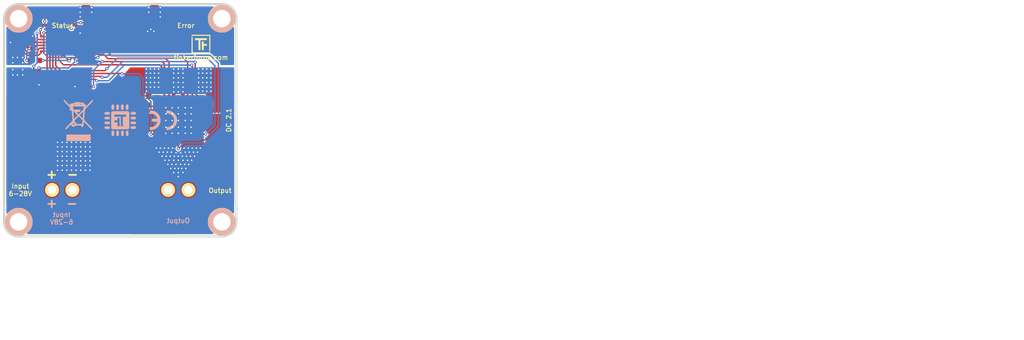
<source format=kicad_pcb>
(kicad_pcb (version 20171130) (host pcbnew 5.1.9-73d0e3b20d~88~ubuntu20.10.1)

  (general
    (thickness 1.6)
    (drawings 22)
    (tracks 527)
    (zones 0)
    (modules 43)
    (nets 49)
  )

  (page A4)
  (title_block
    (title "DC Bricklet")
    (date 2020-10-06)
    (rev 2.1)
    (company "Tinkerforge GmbH")
    (comment 1 "Licensed under CERN OHL v.1.1")
    (comment 2 "Copyright (©) 2020, T.Schneidermann <tim@tinkerforge.com>")
  )

  (layers
    (0 F.Cu signal)
    (31 B.Cu signal)
    (32 B.Adhes user)
    (33 F.Adhes user)
    (34 B.Paste user)
    (35 F.Paste user)
    (36 B.SilkS user)
    (37 F.SilkS user)
    (38 B.Mask user)
    (39 F.Mask user)
    (40 Dwgs.User user hide)
    (41 Cmts.User user)
    (42 Eco1.User user)
    (43 Eco2.User user)
    (44 Edge.Cuts user)
    (45 Margin user)
    (46 B.CrtYd user)
    (47 F.CrtYd user)
    (48 B.Fab user)
    (49 F.Fab user)
  )

  (setup
    (last_trace_width 0.2)
    (user_trace_width 0.25)
    (user_trace_width 0.3)
    (user_trace_width 0.4)
    (user_trace_width 0.5)
    (user_trace_width 0.8)
    (trace_clearance 0.15)
    (zone_clearance 0.2)
    (zone_45_only no)
    (trace_min 0.15)
    (via_size 0.55)
    (via_drill 0.25)
    (via_min_size 0.4)
    (via_min_drill 0.25)
    (user_via 0.7 0.3)
    (uvia_size 0.3)
    (uvia_drill 0.1)
    (uvias_allowed no)
    (uvia_min_size 0.2)
    (uvia_min_drill 0.1)
    (edge_width 0.381)
    (segment_width 0.381)
    (pcb_text_width 0.3048)
    (pcb_text_size 1.524 2.032)
    (mod_edge_width 0.381)
    (mod_text_size 1.524 1.524)
    (mod_text_width 0.3048)
    (pad_size 0.8001 0.8001)
    (pad_drill 0.6)
    (pad_to_mask_clearance 0)
    (aux_axis_origin 100 100)
    (grid_origin 100 100)
    (visible_elements FFFFFF7F)
    (pcbplotparams
      (layerselection 0x310fc_ffffffff)
      (usegerberextensions true)
      (usegerberattributes false)
      (usegerberadvancedattributes false)
      (creategerberjobfile false)
      (excludeedgelayer true)
      (linewidth 0.050000)
      (plotframeref false)
      (viasonmask false)
      (mode 1)
      (useauxorigin false)
      (hpglpennumber 1)
      (hpglpenspeed 20)
      (hpglpendiameter 15.000000)
      (psnegative false)
      (psa4output false)
      (plotreference false)
      (plotvalue false)
      (plotinvisibletext false)
      (padsonsilk false)
      (subtractmaskfromsilk false)
      (outputformat 1)
      (mirror false)
      (drillshape 0)
      (scaleselection 1)
      (outputdirectory "../../../Schreibtisch/proto/dc-v2/"))
  )

  (net 0 "")
  (net 1 GND)
  (net 2 VCC)
  (net 3 "Net-(C102-Pad2)")
  (net 4 "Net-(D101-Pad2)")
  (net 5 +5V)
  (net 6 "Net-(P101-Pad4)")
  (net 7 "Net-(P101-Pad5)")
  (net 8 "Net-(P101-Pad6)")
  (net 9 "Net-(P102-Pad1)")
  (net 10 "Net-(P103-Pad2)")
  (net 11 "Net-(R101-Pad1)")
  (net 12 "Net-(RP1-Pad7)")
  (net 13 "Net-(RP1-Pad6)")
  (net 14 S-MISO)
  (net 15 S-MOSI)
  (net 16 S-CLK)
  (net 17 S-CS)
  (net 18 "Net-(U101-Pad4)")
  (net 19 "Net-(U101-Pad5)")
  (net 20 PWR-FB)
  (net 21 AGND)
  (net 22 "Net-(C3-Pad2)")
  (net 23 "Net-(D2-Pad2)")
  (net 24 "Net-(P1-Pad2)")
  (net 25 "Net-(P2-Pad2)")
  (net 26 "Net-(P2-Pad1)")
  (net 27 "Net-(R1-Pad2)")
  (net 28 PWR-EN)
  (net 29 "Net-(R2-Pad1)")
  (net 30 PWR-VEXT)
  (net 31 PWR-STATUS)
  (net 32 PWR-D2)
  (net 33 PWR-D1)
  (net 34 PWR-IN2)
  (net 35 PWR-IN1)
  (net 36 "Net-(RP1-Pad5)")
  (net 37 "Net-(RP1-Pad8)")
  (net 38 "Net-(RP2-Pad8)")
  (net 39 "Net-(RP2-Pad7)")
  (net 40 "Net-(RP2-Pad6)")
  (net 41 PWR-SLEW)
  (net 42 PWR-INV)
  (net 43 "Net-(U1-Pad9)")
  (net 44 "Net-(U101-Pad21)")
  (net 45 3V3)
  (net 46 "Net-(U101-Pad3)")
  (net 47 "Net-(D3-Pad2)")
  (net 48 "Net-(R7-Pad1)")

  (net_class Default "This is the default net class."
    (clearance 0.15)
    (trace_width 0.2)
    (via_dia 0.55)
    (via_drill 0.25)
    (uvia_dia 0.3)
    (uvia_drill 0.1)
    (add_net +5V)
    (add_net 3V3)
    (add_net AGND)
    (add_net GND)
    (add_net "Net-(C102-Pad2)")
    (add_net "Net-(C3-Pad2)")
    (add_net "Net-(D101-Pad2)")
    (add_net "Net-(D2-Pad2)")
    (add_net "Net-(D3-Pad2)")
    (add_net "Net-(P1-Pad2)")
    (add_net "Net-(P101-Pad4)")
    (add_net "Net-(P101-Pad5)")
    (add_net "Net-(P101-Pad6)")
    (add_net "Net-(P102-Pad1)")
    (add_net "Net-(P103-Pad2)")
    (add_net "Net-(P2-Pad1)")
    (add_net "Net-(P2-Pad2)")
    (add_net "Net-(R1-Pad2)")
    (add_net "Net-(R101-Pad1)")
    (add_net "Net-(R2-Pad1)")
    (add_net "Net-(R7-Pad1)")
    (add_net "Net-(RP1-Pad5)")
    (add_net "Net-(RP1-Pad6)")
    (add_net "Net-(RP1-Pad7)")
    (add_net "Net-(RP1-Pad8)")
    (add_net "Net-(RP2-Pad6)")
    (add_net "Net-(RP2-Pad7)")
    (add_net "Net-(RP2-Pad8)")
    (add_net "Net-(U1-Pad9)")
    (add_net "Net-(U101-Pad21)")
    (add_net "Net-(U101-Pad3)")
    (add_net "Net-(U101-Pad4)")
    (add_net "Net-(U101-Pad5)")
    (add_net PWR-D1)
    (add_net PWR-D2)
    (add_net PWR-EN)
    (add_net PWR-FB)
    (add_net PWR-IN1)
    (add_net PWR-IN2)
    (add_net PWR-INV)
    (add_net PWR-SLEW)
    (add_net PWR-STATUS)
    (add_net PWR-VEXT)
    (add_net S-CLK)
    (add_net S-CS)
    (add_net S-MISO)
    (add_net S-MOSI)
    (add_net VCC)
  )

  (module kicad-libraries:Fiducial_Mark (layer F.Cu) (tedit 560531B0) (tstamp 5F7EF457)
    (at 132 138)
    (attr smd)
    (fp_text reference Fiducial_Mark (at 0 0) (layer F.SilkS) hide
      (effects (font (size 0.127 0.127) (thickness 0.03302)))
    )
    (fp_text value VAL** (at 0 -0.29972) (layer F.SilkS) hide
      (effects (font (size 0.127 0.127) (thickness 0.03302)))
    )
    (fp_circle (center 0 0) (end 1.15062 0) (layer Dwgs.User) (width 0.01016))
    (pad 1 smd circle (at 0 0) (size 1.00076 1.00076) (layers F.Cu F.Paste F.Mask)
      (clearance 0.65024))
  )

  (module kicad-libraries:Fiducial_Mark (layer F.Cu) (tedit 560531B0) (tstamp 5F7EF1D1)
    (at 107 138)
    (attr smd)
    (fp_text reference Fiducial_Mark (at 0 0) (layer F.SilkS) hide
      (effects (font (size 0.127 0.127) (thickness 0.03302)))
    )
    (fp_text value VAL** (at 0 -0.29972) (layer F.SilkS) hide
      (effects (font (size 0.127 0.127) (thickness 0.03302)))
    )
    (fp_circle (center 0 0) (end 1.15062 0) (layer Dwgs.User) (width 0.01016))
    (pad 1 smd circle (at 0 0) (size 1.00076 1.00076) (layers F.Cu F.Paste F.Mask)
      (clearance 0.65024))
  )

  (module kicad-libraries:Fiducial_Mark (layer F.Cu) (tedit 560531B0) (tstamp 5F7EF1B1)
    (at 130 107)
    (attr smd)
    (fp_text reference Fiducial_Mark (at 0 0) (layer F.SilkS) hide
      (effects (font (size 0.127 0.127) (thickness 0.03302)))
    )
    (fp_text value VAL** (at 0 -0.29972) (layer F.SilkS) hide
      (effects (font (size 0.127 0.127) (thickness 0.03302)))
    )
    (fp_circle (center 0 0) (end 1.15062 0) (layer Dwgs.User) (width 0.01016))
    (pad 1 smd circle (at 0 0) (size 1.00076 1.00076) (layers F.Cu F.Paste F.Mask)
      (clearance 0.65024))
  )

  (module kicad-libraries:Logo_31x31 (layer F.Cu) (tedit 0) (tstamp 5F7EED30)
    (at 133.9 106.9)
    (fp_text reference G*** (at 0 0) (layer F.SilkS) hide
      (effects (font (size 1.524 1.524) (thickness 0.3)))
    )
    (fp_text value LOGO (at 0.75 0) (layer F.SilkS) hide
      (effects (font (size 1.524 1.524) (thickness 0.3)))
    )
    (fp_poly (pts (xy -1.433286 1.42119) (xy 1.614714 1.42119) (xy 1.614714 1.608666) (xy -1.62681 1.608666)
      (xy -1.62681 -1.239762) (xy -1.433286 -1.239762) (xy -1.433286 1.42119)) (layer F.SilkS) (width 0.01))
    (fp_poly (pts (xy 1.614714 1.221619) (xy 1.427238 1.221619) (xy 1.427238 -1.439334) (xy -1.62681 -1.439334)
      (xy -1.62681 -1.62681) (xy 1.614714 -1.62681) (xy 1.614714 1.221619)) (layer F.SilkS) (width 0.01))
    (fp_poly (pts (xy 1.016 -0.701524) (xy -0.090715 -0.701524) (xy -0.090715 1.016) (xy -0.429381 1.016)
      (xy -0.429381 -0.701524) (xy -1.028096 -0.701524) (xy -1.028096 -1.034143) (xy 1.016 -1.034143)
      (xy 1.016 -0.701524)) (layer F.SilkS) (width 0.01))
    (fp_poly (pts (xy 0.483809 -0.030238) (xy 1.016 -0.030238) (xy 1.016 0.27819) (xy 0.483809 0.27819)
      (xy 0.483809 1.016) (xy 0.145142 1.016) (xy 0.145142 -0.459619) (xy 0.483809 -0.459619)
      (xy 0.483809 -0.030238)) (layer F.SilkS) (width 0.01))
  )

  (module kicad-libraries:R0603F (layer F.Cu) (tedit 58F5DD02) (tstamp 5F7C61C7)
    (at 113.9 114.2 180)
    (path /5F7EBC18)
    (attr smd)
    (fp_text reference R2 (at 0.05 0.225) (layer F.Fab)
      (effects (font (size 0.2 0.2) (thickness 0.05)))
    )
    (fp_text value 220 (at 0.05 -0.375) (layer F.Fab)
      (effects (font (size 0.2 0.2) (thickness 0.05)))
    )
    (fp_line (start -1.45034 0.65024) (end -1.45034 -0.65024) (layer F.Fab) (width 0.001))
    (fp_line (start 1.45034 0.65024) (end -1.45034 0.65024) (layer F.Fab) (width 0.001))
    (fp_line (start 1.45034 -0.65024) (end 1.45034 0.65024) (layer F.Fab) (width 0.001))
    (fp_line (start -1.45034 -0.65024) (end 1.45034 -0.65024) (layer F.Fab) (width 0.001))
    (pad 2 smd rect (at 0.75 0 180) (size 0.9 0.9) (layers F.Cu F.Paste F.Mask)
      (net 21 AGND))
    (pad 1 smd rect (at -0.75 0 180) (size 0.9 0.9) (layers F.Cu F.Paste F.Mask)
      (net 29 "Net-(R2-Pad1)"))
    (model Resistors_SMD/R_0603.wrl
      (at (xyz 0 0 0))
      (scale (xyz 1 1 1))
      (rotate (xyz 0 0 0))
    )
  )

  (module kicad-libraries:WEEE_7mm (layer B.Cu) (tedit 5922FFAE) (tstamp 5EF0ADBB)
    (at 112.8 120 180)
    (fp_text reference VAL (at 0 0) (layer B.SilkS) hide
      (effects (font (size 0.2 0.2) (thickness 0.05)) (justify mirror))
    )
    (fp_text value WEEE_7mm (at 0.75 0) (layer B.SilkS) hide
      (effects (font (size 0.2 0.2) (thickness 0.05)) (justify mirror))
    )
    (fp_poly (pts (xy 2.482863 3.409859) (xy 2.480804 3.376179) (xy 2.471206 3.341837) (xy 2.44964 3.301407)
      (xy 2.411675 3.249463) (xy 2.352883 3.180577) (xy 2.268835 3.089322) (xy 2.155101 2.970274)
      (xy 2.007251 2.818004) (xy 1.961444 2.771041) (xy 1.439333 2.23603) (xy 1.439333 1.978793)
      (xy 1.439333 1.721555) (xy 1.298222 1.721555) (xy 1.298222 1.994947) (xy 1.298222 2.099005)
      (xy 1.213555 2.017889) (xy 1.160676 1.962169) (xy 1.131131 1.921219) (xy 1.128889 1.913831)
      (xy 1.153434 1.897717) (xy 1.212566 1.89089) (xy 1.213555 1.890889) (xy 1.269418 1.895963)
      (xy 1.29309 1.922356) (xy 1.298206 1.986828) (xy 1.298222 1.994947) (xy 1.298222 1.721555)
      (xy 1.28539 1.721555) (xy 1.241376 1.723224) (xy 1.205837 1.724651) (xy 1.177386 1.720468)
      (xy 1.154636 1.705309) (xy 1.136199 1.673804) (xy 1.120687 1.620585) (xy 1.106713 1.540286)
      (xy 1.092889 1.427539) (xy 1.077827 1.276974) (xy 1.060141 1.083225) (xy 1.038443 0.840924)
      (xy 1.028031 0.725936) (xy 1.016 0.593851) (xy 1.016 2.342444) (xy 1.016 2.427111)
      (xy 0.964919 2.427111) (xy 0.964919 2.654131) (xy 0.96044 2.665934) (xy 0.910629 2.701752)
      (xy 0.825292 2.742703) (xy 0.723934 2.781372) (xy 0.626061 2.810345) (xy 0.551179 2.822208)
      (xy 0.549274 2.822222) (xy 0.494484 2.808563) (xy 0.479778 2.765778) (xy 0.476666 2.742735)
      (xy 0.461334 2.726991) (xy 0.424786 2.717163) (xy 0.358027 2.711867) (xy 0.252063 2.709719)
      (xy 0.239909 2.709686) (xy 0.239909 2.892647) (xy 0.233665 2.897338) (xy 0.218722 2.899226)
      (xy 0.112749 2.903792) (xy 0.007055 2.899226) (xy -0.017767 2.894178) (xy 0.007962 2.890336)
      (xy 0.078354 2.888317) (xy 0.112889 2.888155) (xy 0.197687 2.889381) (xy 0.239909 2.892647)
      (xy 0.239909 2.709686) (xy 0.112889 2.709333) (xy -0.254 2.709333) (xy -0.254 2.782537)
      (xy -0.256796 2.824575) (xy -0.274517 2.843911) (xy -0.321168 2.845575) (xy -0.402167 2.835755)
      (xy -0.502773 2.820747) (xy -0.559752 2.80431) (xy -0.585498 2.778111) (xy -0.592403 2.733815)
      (xy -0.592667 2.707668) (xy -0.592667 2.624667) (xy 0.201011 2.624667) (xy 0.434757 2.624964)
      (xy 0.617649 2.62606) (xy 0.755277 2.628256) (xy 0.853229 2.631858) (xy 0.917094 2.637169)
      (xy 0.952461 2.644492) (xy 0.964919 2.654131) (xy 0.964919 2.427111) (xy 0.026103 2.427111)
      (xy -0.874889 2.427111) (xy -0.874889 2.652889) (xy -0.884518 2.680377) (xy -0.887335 2.681111)
      (xy -0.91143 2.661335) (xy -0.917222 2.652889) (xy -0.914985 2.626883) (xy -0.904777 2.624667)
      (xy -0.876038 2.645153) (xy -0.874889 2.652889) (xy -0.874889 2.427111) (xy -0.963793 2.427111)
      (xy -0.943537 2.166055) (xy -0.938094 2.087369) (xy -0.932714 2.024235) (xy -0.92321 1.970393)
      (xy -0.905395 1.919583) (xy -0.875081 1.865545) (xy -0.828081 1.802019) (xy -0.760208 1.722746)
      (xy -0.667273 1.621464) (xy -0.54509 1.491915) (xy -0.389471 1.327837) (xy -0.366889 1.303985)
      (xy -0.042333 0.961041) (xy 0.205281 1.207243) (xy 0.452896 1.453444) (xy 0.099448 1.461343)
      (xy -0.254 1.469242) (xy -0.254 1.623621) (xy -0.254 1.778) (xy 0.183444 1.778)
      (xy 0.620889 1.778) (xy 0.620889 1.701353) (xy 0.622969 1.664993) (xy 0.634687 1.65375)
      (xy 0.664256 1.671682) (xy 0.719893 1.722845) (xy 0.776111 1.778) (xy 0.854414 1.857186)
      (xy 0.900636 1.914327) (xy 0.92323 1.966659) (xy 0.930646 2.031417) (xy 0.931333 2.094536)
      (xy 0.934803 2.190842) (xy 0.947055 2.241675) (xy 0.97085 2.257681) (xy 0.973667 2.257778)
      (xy 1.007275 2.28302) (xy 1.016 2.342444) (xy 1.016 0.593851) (xy 0.954054 -0.086239)
      (xy 1.34486 -0.498024) (xy 1.555216 -0.719617) (xy 1.729916 -0.903769) (xy 1.872041 -1.054091)
      (xy 1.984676 -1.174196) (xy 2.070901 -1.267694) (xy 2.133801 -1.338196) (xy 2.176457 -1.389314)
      (xy 2.201952 -1.424658) (xy 2.21337 -1.447841) (xy 2.213792 -1.462473) (xy 2.206301 -1.472165)
      (xy 2.19398 -1.480529) (xy 2.187398 -1.485028) (xy 2.139541 -1.515553) (xy 2.118022 -1.524)
      (xy 2.094879 -1.504317) (xy 2.039069 -1.449218) (xy 1.956356 -1.364626) (xy 1.852504 -1.256463)
      (xy 1.733278 -1.130652) (xy 1.678916 -1.072812) (xy 1.255889 -0.621625) (xy 1.239947 -0.712979)
      (xy 1.197516 -0.849251) (xy 1.119827 -0.950313) (xy 1.079557 -0.982306) (xy 1.017977 -1.011638)
      (xy 1.017977 -0.632978) (xy 0.995676 -0.556992) (xy 0.945013 -0.49721) (xy 0.945013 1.715394)
      (xy 0.94482 1.716067) (xy 0.923395 1.700567) (xy 0.870211 1.651048) (xy 0.792165 1.57462)
      (xy 0.696154 1.478392) (xy 0.589075 1.369476) (xy 0.477826 1.254981) (xy 0.369303 1.142017)
      (xy 0.270405 1.037695) (xy 0.188029 0.949124) (xy 0.129071 0.883415) (xy 0.100429 0.847678)
      (xy 0.098778 0.843916) (xy 0.117043 0.81413) (xy 0.166773 0.753937) (xy 0.240369 0.67125)
      (xy 0.330231 0.573984) (xy 0.42876 0.470051) (xy 0.528358 0.367365) (xy 0.621424 0.273839)
      (xy 0.70036 0.197387) (xy 0.757566 0.145921) (xy 0.785443 0.127355) (xy 0.786505 0.12776)
      (xy 0.793707 0.159396) (xy 0.805121 0.239895) (xy 0.819901 0.361901) (xy 0.837205 0.51806)
      (xy 0.856186 0.701015) (xy 0.876002 0.903411) (xy 0.878183 0.926402) (xy 0.897143 1.129855)
      (xy 0.913788 1.314176) (xy 0.927509 1.472128) (xy 0.937694 1.596473) (xy 0.943732 1.679974)
      (xy 0.945013 1.715394) (xy 0.945013 -0.49721) (xy 0.944024 -0.496043) (xy 0.871243 -0.460602)
      (xy 0.785555 -0.461141) (xy 0.764432 -0.470982) (xy 0.764432 -0.168896) (xy 0.745079 -0.120107)
      (xy 0.697438 -0.051745) (xy 0.618576 0.041481) (xy 0.505557 0.164861) (xy 0.374559 0.303585)
      (xy -0.041854 0.741711) (xy -0.132242 0.647751) (xy -0.132242 0.841738) (xy -0.508984 1.238599)
      (xy -0.625421 1.36067) (xy -0.727784 1.466874) (xy -0.810087 1.55109) (xy -0.866341 1.607198)
      (xy -0.89056 1.629078) (xy -0.891025 1.629119) (xy -0.890844 1.599805) (xy -0.886195 1.523686)
      (xy -0.877886 1.410152) (xy -0.866727 1.268597) (xy -0.853528 1.108412) (xy -0.839099 0.938988)
      (xy -0.824249 0.769717) (xy -0.809789 0.60999) (xy -0.796527 0.4692) (xy -0.785274 0.356738)
      (xy -0.776839 0.281995) (xy -0.772591 0.25543) (xy -0.74805 0.256656) (xy -0.687291 0.300651)
      (xy -0.590212 0.387499) (xy -0.456711 0.517286) (xy -0.445848 0.528132) (xy -0.132242 0.841738)
      (xy -0.132242 0.647751) (xy -0.403136 0.366149) (xy -0.532757 0.230252) (xy -0.62722 0.127772)
      (xy -0.691435 0.052372) (xy -0.730313 -0.002286) (xy -0.748765 -0.04254) (xy -0.751699 -0.074729)
      (xy -0.750572 -0.082317) (xy -0.742402 -0.14269) (xy -0.732359 -0.241951) (xy -0.722136 -0.362656)
      (xy -0.718145 -0.416278) (xy -0.699563 -0.677333) (xy -0.138115 -0.677333) (xy 0.423333 -0.677333)
      (xy 0.423333 -0.584835) (xy 0.449981 -0.463491) (xy 0.523642 -0.355175) (xy 0.63489 -0.272054)
      (xy 0.682126 -0.250719) (xy 0.73002 -0.228911) (xy 0.758434 -0.2034) (xy 0.764432 -0.168896)
      (xy 0.764432 -0.470982) (xy 0.711835 -0.495489) (xy 0.659024 -0.562819) (xy 0.647539 -0.649049)
      (xy 0.676635 -0.735445) (xy 0.723473 -0.788174) (xy 0.784468 -0.828555) (xy 0.830825 -0.846601)
      (xy 0.832555 -0.846667) (xy 0.877213 -0.830394) (xy 0.938072 -0.790949) (xy 0.941638 -0.788174)
      (xy 1.002705 -0.713529) (xy 1.017977 -0.632978) (xy 1.017977 -1.011638) (xy 0.949842 -1.044093)
      (xy 0.810166 -1.060981) (xy 0.675259 -1.034339) (xy 0.559855 -0.965538) (xy 0.525993 -0.9308)
      (xy 0.455199 -0.846667) (xy -0.0264 -0.846667) (xy -0.508 -0.846667) (xy -0.508 -0.959556)
      (xy -0.508 -1.072445) (xy -0.649111 -1.072445) (xy -0.790222 -1.072445) (xy -0.790222 -0.975954)
      (xy -0.803072 -0.881747) (xy -0.831861 -0.799565) (xy -0.85235 -0.735143) (xy -0.871496 -0.630455)
      (xy -0.886633 -0.501661) (xy -0.8916 -0.437445) (xy -0.909702 -0.155222) (xy -1.596125 -0.853722)
      (xy -1.756866 -1.017004) (xy -1.904817 -1.166738) (xy -2.035402 -1.29834) (xy -2.144049 -1.407222)
      (xy -2.226183 -1.4888) (xy -2.277232 -1.538486) (xy -2.292741 -1.552222) (xy -2.318618 -1.535182)
      (xy -2.3368 -1.518356) (xy -2.366614 -1.474736) (xy -2.370667 -1.458297) (xy -2.351653 -1.432751)
      (xy -2.297528 -1.371534) (xy -2.212667 -1.27931) (xy -2.101445 -1.160741) (xy -1.968236 -1.020491)
      (xy -1.817416 -0.863223) (xy -1.653359 -0.693601) (xy -1.649999 -0.690141) (xy -0.929331 0.051823)
      (xy -1.000888 0.874398) (xy -1.019193 1.08713) (xy -1.035769 1.284177) (xy -1.049992 1.457782)
      (xy -1.061239 1.600189) (xy -1.068889 1.70364) (xy -1.072318 1.760379) (xy -1.072445 1.765937)
      (xy -1.083169 1.796856) (xy -1.117145 1.848518) (xy -1.177081 1.924038) (xy -1.265681 2.026535)
      (xy -1.385653 2.159123) (xy -1.539703 2.324921) (xy -1.730537 2.527044) (xy -1.763174 2.561396)
      (xy -1.94576 2.753708) (xy -2.093058 2.909847) (xy -2.208848 3.034377) (xy -2.296909 3.131865)
      (xy -2.361021 3.206878) (xy -2.404962 3.263981) (xy -2.432513 3.30774) (xy -2.447452 3.342721)
      (xy -2.453559 3.373491) (xy -2.454619 3.396775) (xy -2.455333 3.505661) (xy -2.136329 3.170998)
      (xy -2.000627 3.028421) (xy -1.842494 2.861938) (xy -1.678217 2.688716) (xy -1.524082 2.52592)
      (xy -1.466152 2.46464) (xy -1.354055 2.346541) (xy -1.256193 2.244484) (xy -1.178749 2.164831)
      (xy -1.127907 2.113947) (xy -1.109886 2.09804) (xy -1.109577 2.126426) (xy -1.113821 2.195386)
      (xy -1.12076 2.279234) (xy -1.130834 2.37523) (xy -1.143684 2.427922) (xy -1.166434 2.45028)
      (xy -1.206208 2.455276) (xy -1.217475 2.455333) (xy -1.274769 2.462802) (xy -1.295863 2.497097)
      (xy -1.298222 2.54) (xy -1.290268 2.600887) (xy -1.25796 2.622991) (xy -1.232974 2.624667)
      (xy -1.165809 2.649307) (xy -1.106569 2.707387) (xy -1.038059 2.780849) (xy -0.96015 2.840472)
      (xy -0.90268 2.886543) (xy -0.87527 2.932359) (xy -0.874889 2.936944) (xy -0.866717 2.958171)
      (xy -0.836053 2.973488) (xy -0.773676 2.98482) (xy -0.670366 2.994091) (xy -0.571902 3.000209)
      (xy -0.444753 3.009947) (xy -0.342774 3.022633) (xy -0.277341 3.036575) (xy -0.259106 3.046795)
      (xy -0.227621 3.061127) (xy -0.152899 3.071083) (xy -0.047962 3.076818) (xy 0.074164 3.078489)
      (xy 0.200456 3.076251) (xy 0.31789 3.07026) (xy 0.41344 3.060673) (xy 0.474084 3.047645)
      (xy 0.488466 3.037844) (xy 0.523084 3.012128) (xy 0.59531 2.989452) (xy 0.645346 2.980608)
      (xy 0.752526 2.955733) (xy 0.873538 2.912358) (xy 0.942299 2.880321) (xy 1.046225 2.831835)
      (xy 1.128071 2.811654) (xy 1.210866 2.814154) (xy 1.212404 2.814358) (xy 1.324381 2.811082)
      (xy 1.398504 2.765955) (xy 1.435053 2.678737) (xy 1.439333 2.621893) (xy 1.416263 2.519845)
      (xy 1.351912 2.452433) (xy 1.25357 2.427141) (xy 1.249609 2.427111) (xy 1.20332 2.41653)
      (xy 1.186549 2.373932) (xy 1.185333 2.342444) (xy 1.192841 2.282987) (xy 1.210931 2.257784)
      (xy 1.211244 2.257778) (xy 1.236778 2.277108) (xy 1.296879 2.331881) (xy 1.386564 2.417269)
      (xy 1.500846 2.528446) (xy 1.634743 2.660585) (xy 1.783269 2.808858) (xy 1.859662 2.885722)
      (xy 2.48217 3.513666) (xy 2.482863 3.409859)) (layer B.SilkS) (width 0.1))
    (fp_poly (pts (xy 2.032 -3.527778) (xy -0.014111 -3.527778) (xy -2.060222 -3.527778) (xy -2.060222 -3.019778)
      (xy -2.060222 -2.511778) (xy -0.014111 -2.511778) (xy 2.032 -2.511778) (xy 2.032 -3.019778)
      (xy 2.032 -3.527778)) (layer B.SilkS) (width 0.1))
  )

  (module kicad-libraries:Logo_CoMCU (layer B.Cu) (tedit 0) (tstamp 5EF0AC8D)
    (at 120 120 180)
    (fp_text reference G*** (at 0 0 180) (layer B.SilkS) hide
      (effects (font (size 1.524 1.524) (thickness 0.3)) (justify mirror))
    )
    (fp_text value LOGO (at 0.75 0 180) (layer B.SilkS) hide
      (effects (font (size 1.524 1.524) (thickness 0.3)) (justify mirror))
    )
    (fp_poly (pts (xy 1.302426 2.714986) (xy 1.385193 2.695173) (xy 1.448716 2.651032) (xy 1.488807 2.593596)
      (xy 1.498765 2.569721) (xy 1.506035 2.53964) (xy 1.511013 2.498405) (xy 1.514092 2.441067)
      (xy 1.515668 2.362679) (xy 1.516135 2.258293) (xy 1.516136 2.25083) (xy 1.515342 2.133571)
      (xy 1.512268 2.042957) (xy 1.505877 1.974396) (xy 1.495131 1.923296) (xy 1.478993 1.885065)
      (xy 1.456425 1.855112) (xy 1.426389 1.828844) (xy 1.419657 1.82382) (xy 1.360147 1.796527)
      (xy 1.287294 1.78604) (xy 1.214634 1.793205) (xy 1.17262 1.808396) (xy 1.1267 1.841315)
      (xy 1.086441 1.884441) (xy 1.082743 1.889727) (xy 1.070561 1.909422) (xy 1.061539 1.930044)
      (xy 1.055203 1.956406) (xy 1.051082 1.993318) (xy 1.048701 2.045592) (xy 1.047589 2.118039)
      (xy 1.047272 2.215471) (xy 1.047262 2.25083) (xy 1.04743 2.356825) (xy 1.04825 2.436369)
      (xy 1.050194 2.494275) (xy 1.053736 2.535355) (xy 1.059347 2.56442) (xy 1.067501 2.58628)
      (xy 1.078671 2.605748) (xy 1.082743 2.611934) (xy 1.141092 2.67366) (xy 1.214652 2.708374)
      (xy 1.301301 2.715081) (xy 1.302426 2.714986)) (layer B.SilkS) (width 0.01))
    (fp_poly (pts (xy 0.512077 2.712) (xy 0.582008 2.681693) (xy 0.641477 2.626914) (xy 0.652273 2.611934)
      (xy 0.664483 2.59219) (xy 0.673516 2.571519) (xy 0.679849 2.545095) (xy 0.683958 2.508088)
      (xy 0.686317 2.455671) (xy 0.687404 2.383015) (xy 0.687693 2.285292) (xy 0.687696 2.252427)
      (xy 0.687423 2.145625) (xy 0.686374 2.065279) (xy 0.684129 2.006584) (xy 0.680271 1.964739)
      (xy 0.67438 1.934938) (xy 0.666039 1.912377) (xy 0.656577 1.895088) (xy 0.601994 1.833255)
      (xy 0.531919 1.795152) (xy 0.453186 1.782627) (xy 0.372631 1.79753) (xy 0.343633 1.810418)
      (xy 0.29221 1.851946) (xy 0.254 1.907514) (xy 0.241212 1.934594) (xy 0.231952 1.962009)
      (xy 0.225657 1.995261) (xy 0.221762 2.039848) (xy 0.219706 2.101273) (xy 0.218923 2.185035)
      (xy 0.218831 2.25083) (xy 0.219105 2.351262) (xy 0.220303 2.425934) (xy 0.222988 2.480348)
      (xy 0.227723 2.520004) (xy 0.235073 2.550403) (xy 0.245601 2.577045) (xy 0.254 2.594146)
      (xy 0.302646 2.658908) (xy 0.366082 2.700325) (xy 0.437997 2.718116) (xy 0.512077 2.712)) (layer B.SilkS) (width 0.01))
    (fp_poly (pts (xy -0.256169 2.694381) (xy -0.195331 2.645892) (xy -0.160215 2.594146) (xy -0.147427 2.567067)
      (xy -0.138167 2.539651) (xy -0.131871 2.5064) (xy -0.127977 2.461813) (xy -0.12592 2.400388)
      (xy -0.125138 2.316626) (xy -0.125046 2.25083) (xy -0.12532 2.150399) (xy -0.126518 2.075727)
      (xy -0.129203 2.021313) (xy -0.133938 1.981657) (xy -0.141288 1.951258) (xy -0.151815 1.924616)
      (xy -0.160215 1.907514) (xy -0.208103 1.844368) (xy -0.272338 1.801786) (xy -0.345588 1.782004)
      (xy -0.420518 1.787259) (xy -0.476738 1.810989) (xy -0.511115 1.83266) (xy -0.537413 1.85267)
      (xy -0.556714 1.875372) (xy -0.570101 1.905118) (xy -0.578655 1.946261) (xy -0.583458 2.003154)
      (xy -0.585592 2.080149) (xy -0.586138 2.181599) (xy -0.586153 2.251212) (xy -0.586153 2.592189)
      (xy -0.547077 2.63401) (xy -0.478495 2.688414) (xy -0.40339 2.716223) (xy -0.327402 2.718018)
      (xy -0.256169 2.694381)) (layer B.SilkS) (width 0.01))
    (fp_poly (pts (xy -1.127911 2.708395) (xy -1.067189 2.688788) (xy -1.052315 2.679565) (xy -1.020001 2.653051)
      (xy -0.995529 2.624111) (xy -0.977836 2.588125) (xy -0.965857 2.540477) (xy -0.958528 2.476546)
      (xy -0.954784 2.391713) (xy -0.953562 2.28136) (xy -0.953525 2.25083) (xy -0.954319 2.133571)
      (xy -0.957393 2.042957) (xy -0.963784 1.974396) (xy -0.97453 1.923296) (xy -0.990669 1.885065)
      (xy -1.013237 1.855112) (xy -1.043272 1.828844) (xy -1.050005 1.82382) (xy -1.109476 1.796533)
      (xy -1.182194 1.786027) (xy -1.254505 1.793159) (xy -1.296242 1.808396) (xy -1.333922 1.829753)
      (xy -1.362661 1.851947) (xy -1.383742 1.879412) (xy -1.39845 1.916584) (xy -1.408067 1.967897)
      (xy -1.413877 2.037786) (xy -1.417164 2.130686) (xy -1.418952 2.232388) (xy -1.419999 2.351896)
      (xy -1.418685 2.444662) (xy -1.414052 2.515174) (xy -1.405143 2.56792) (xy -1.391001 2.607389)
      (xy -1.370668 2.638067) (xy -1.343187 2.664444) (xy -1.323561 2.679565) (xy -1.268905 2.703784)
      (xy -1.199418 2.713394) (xy -1.127911 2.708395)) (layer B.SilkS) (width 0.01))
    (fp_poly (pts (xy -2.150399 1.437756) (xy -2.075727 1.436559) (xy -2.021313 1.433874) (xy -1.981657 1.429138)
      (xy -1.951258 1.421788) (xy -1.924616 1.411261) (xy -1.907514 1.402861) (xy -1.840944 1.353392)
      (xy -1.798796 1.28934) (xy -1.781652 1.216339) (xy -1.790093 1.140029) (xy -1.8247 1.066045)
      (xy -1.867614 1.016) (xy -1.882402 1.002906) (xy -1.897905 0.99306) (xy -1.918613 0.985926)
      (xy -1.949016 0.980971) (xy -1.993602 0.97766) (xy -2.056862 0.975459) (xy -2.143285 0.973835)
      (xy -2.232515 0.972585) (xy -2.341844 0.971309) (xy -2.424559 0.971039) (xy -2.485298 0.972112)
      (xy -2.528702 0.974867) (xy -2.559409 0.97964) (xy -2.582059 0.98677) (xy -2.601291 0.996593)
      (xy -2.606573 0.999796) (xy -2.668381 1.054024) (xy -2.705999 1.120889) (xy -2.719624 1.194084)
      (xy -2.709448 1.267303) (xy -2.675667 1.334239) (xy -2.618474 1.388585) (xy -2.594146 1.402861)
      (xy -2.567067 1.415649) (xy -2.539651 1.424909) (xy -2.5064 1.431205) (xy -2.461813 1.435099)
      (xy -2.400388 1.437156) (xy -2.316626 1.437938) (xy -2.25083 1.43803) (xy -2.150399 1.437756)) (layer B.SilkS) (width 0.01))
    (fp_poly (pts (xy 2.358119 1.422191) (xy 2.437377 1.421379) (xy 2.495031 1.419428) (xy 2.535908 1.415862)
      (xy 2.564837 1.410207) (xy 2.586646 1.401986) (xy 2.606162 1.390723) (xy 2.611935 1.386919)
      (xy 2.672005 1.330519) (xy 2.707542 1.262302) (xy 2.718829 1.188581) (xy 2.706147 1.115669)
      (xy 2.669779 1.049879) (xy 2.610005 0.997526) (xy 2.594147 0.988646) (xy 2.567241 0.975881)
      (xy 2.540302 0.966688) (xy 2.507831 0.960531) (xy 2.464326 0.956876) (xy 2.404287 0.955186)
      (xy 2.322212 0.954926) (xy 2.251427 0.95529) (xy 2.159967 0.956316) (xy 2.077762 0.958029)
      (xy 2.010598 0.960245) (xy 1.96426 0.962782) (xy 1.946031 0.96493) (xy 1.877178 0.996275)
      (xy 1.826727 1.047211) (xy 1.795417 1.111533) (xy 1.783992 1.183036) (xy 1.793192 1.255516)
      (xy 1.823759 1.322767) (xy 1.876435 1.378584) (xy 1.895088 1.391223) (xy 1.915263 1.402008)
      (xy 1.938543 1.409983) (xy 1.969733 1.415566) (xy 2.013636 1.419174) (xy 2.075056 1.421228)
      (xy 2.158797 1.422144) (xy 2.252427 1.422341) (xy 2.358119 1.422191)) (layer B.SilkS) (width 0.01))
    (fp_poly (pts (xy 2.357374 0.601529) (xy 2.43751 0.600481) (xy 2.496093 0.598215) (xy 2.537977 0.594308)
      (xy 2.568013 0.588335) (xy 2.591056 0.579873) (xy 2.608571 0.570523) (xy 2.669584 0.518266)
      (xy 2.706549 0.451671) (xy 2.719059 0.376852) (xy 2.706708 0.299927) (xy 2.669088 0.22701)
      (xy 2.634047 0.187569) (xy 2.6193 0.174481) (xy 2.603917 0.164655) (xy 2.583408 0.157574)
      (xy 2.553287 0.152717) (xy 2.509065 0.149566) (xy 2.446254 0.147602) (xy 2.360367 0.146306)
      (xy 2.269147 0.145374) (xy 2.170628 0.144855) (xy 2.081921 0.145205) (xy 2.008084 0.146337)
      (xy 1.954174 0.148165) (xy 1.925249 0.150604) (xy 1.922585 0.151271) (xy 1.894516 0.167908)
      (xy 1.862484 0.193466) (xy 1.81129 0.258281) (xy 1.785613 0.332225) (xy 1.784979 0.408642)
      (xy 1.808912 0.480878) (xy 1.856939 0.54228) (xy 1.88908 0.566369) (xy 1.910311 0.578597)
      (xy 1.932303 0.587634) (xy 1.959961 0.593962) (xy 1.99819 0.59806) (xy 2.051895 0.600409)
      (xy 2.125983 0.601488) (xy 2.225358 0.601779) (xy 2.250831 0.601784) (xy 2.357374 0.601529)) (layer B.SilkS) (width 0.01))
    (fp_poly (pts (xy -2.137202 0.609403) (xy -2.059333 0.608536) (xy -2.002899 0.60648) (xy -1.962986 0.602738)
      (xy -1.934681 0.596816) (xy -1.91307 0.588218) (xy -1.893242 0.576449) (xy -1.889727 0.574119)
      (xy -1.828001 0.51577) (xy -1.793286 0.44221) (xy -1.78658 0.355561) (xy -1.786675 0.354435)
      (xy -1.806488 0.271668) (xy -1.850628 0.208146) (xy -1.908065 0.168055) (xy -1.93194 0.158097)
      (xy -1.962021 0.150827) (xy -2.003256 0.145849) (xy -2.060594 0.142769) (xy -2.138981 0.141193)
      (xy -2.243367 0.140727) (xy -2.25083 0.140725) (xy -2.356997 0.141136) (xy -2.436857 0.142631)
      (xy -2.49536 0.145606) (xy -2.537452 0.150454) (xy -2.568083 0.157571) (xy -2.592199 0.16735)
      (xy -2.593596 0.168055) (xy -2.656549 0.211659) (xy -2.69457 0.268165) (xy -2.710814 0.343095)
      (xy -2.711938 0.375138) (xy -2.702661 0.457928) (xy -2.672725 0.520337) (xy -2.618976 0.567886)
      (xy -2.593596 0.582222) (xy -2.570158 0.592023) (xy -2.54065 0.599225) (xy -2.500224 0.604203)
      (xy -2.444036 0.607334) (xy -2.36724 0.608995) (xy -2.264989 0.60956) (xy -2.241419 0.609575)
      (xy -2.137202 0.609403)) (layer B.SilkS) (width 0.01))
    (fp_poly (pts (xy 2.356997 -0.219291) (xy 2.436858 -0.220786) (xy 2.49536 -0.22376) (xy 2.537453 -0.228609)
      (xy 2.568083 -0.235725) (xy 2.5922 -0.245504) (xy 2.593597 -0.246209) (xy 2.65655 -0.289813)
      (xy 2.694571 -0.34632) (xy 2.710814 -0.421249) (xy 2.711939 -0.453293) (xy 2.702661 -0.536083)
      (xy 2.672726 -0.598492) (xy 2.618977 -0.64604) (xy 2.593597 -0.660376) (xy 2.55349 -0.67205)
      (xy 2.488955 -0.680906) (xy 2.406699 -0.686944) (xy 2.313429 -0.690163) (xy 2.215851 -0.690564)
      (xy 2.120673 -0.688147) (xy 2.034601 -0.682911) (xy 1.964341 -0.674857) (xy 1.9166 -0.663985)
      (xy 1.908065 -0.660376) (xy 1.845112 -0.616772) (xy 1.807091 -0.560266) (xy 1.790848 -0.485336)
      (xy 1.789723 -0.453293) (xy 1.799001 -0.370503) (xy 1.828936 -0.308094) (xy 1.882685 -0.260545)
      (xy 1.908065 -0.246209) (xy 1.93194 -0.236252) (xy 1.962021 -0.228981) (xy 2.003257 -0.224003)
      (xy 2.060594 -0.220924) (xy 2.138982 -0.219348) (xy 2.243368 -0.218881) (xy 2.250831 -0.21888)
      (xy 2.356997 -0.219291)) (layer B.SilkS) (width 0.01))
    (fp_poly (pts (xy -2.132431 -0.219281) (xy -2.040949 -0.221362) (xy -1.972047 -0.226169) (xy -1.921386 -0.234797)
      (xy -1.884628 -0.248342) (xy -1.857433 -0.2679) (xy -1.835463 -0.294566) (xy -1.814642 -0.328967)
      (xy -1.787837 -0.405867) (xy -1.788061 -0.485725) (xy -1.813376 -0.56095) (xy -1.861841 -0.623954)
      (xy -1.896704 -0.65007) (xy -1.918451 -0.661123) (xy -1.945138 -0.669239) (xy -1.981886 -0.674942)
      (xy -2.033818 -0.678753) (xy -2.106054 -0.681194) (xy -2.203719 -0.682787) (xy -2.219569 -0.68297)
      (xy -2.312376 -0.683301) (xy -2.397323 -0.682291) (xy -2.468201 -0.680114) (xy -2.518801 -0.676945)
      (xy -2.54 -0.67395) (xy -2.6115 -0.645258) (xy -2.663676 -0.597705) (xy -2.687313 -0.561464)
      (xy -2.71546 -0.481394) (xy -2.71343 -0.39877) (xy -2.687019 -0.328967) (xy -2.66595 -0.294202)
      (xy -2.643943 -0.267627) (xy -2.61666 -0.248147) (xy -2.579761 -0.234667) (xy -2.528908 -0.226091)
      (xy -2.459763 -0.221323) (xy -2.367986 -0.219268) (xy -2.25083 -0.218831) (xy -2.132431 -0.219281)) (layer B.SilkS) (width 0.01))
    (fp_poly (pts (xy -2.144664 -1.032091) (xy -2.064804 -1.033586) (xy -2.006301 -1.03656) (xy -1.964209 -1.041409)
      (xy -1.933578 -1.048525) (xy -1.909462 -1.058304) (xy -1.908065 -1.059009) (xy -1.842404 -1.107477)
      (xy -1.801986 -1.173785) (xy -1.786675 -1.24539) (xy -1.793035 -1.332185) (xy -1.827414 -1.405917)
      (xy -1.888818 -1.464464) (xy -1.889727 -1.465073) (xy -1.909422 -1.477255) (xy -1.930044 -1.486277)
      (xy -1.956406 -1.492613) (xy -1.993318 -1.496734) (xy -2.045592 -1.499115) (xy -2.118039 -1.500227)
      (xy -2.215471 -1.500544) (xy -2.25083 -1.500554) (xy -2.356825 -1.500386) (xy -2.436369 -1.499566)
      (xy -2.494275 -1.497622) (xy -2.535355 -1.49408) (xy -2.56442 -1.488469) (xy -2.58628 -1.480315)
      (xy -2.605748 -1.469145) (xy -2.611934 -1.465073) (xy -2.67366 -1.406724) (xy -2.708374 -1.333164)
      (xy -2.715081 -1.246515) (xy -2.714986 -1.24539) (xy -2.695173 -1.162623) (xy -2.651032 -1.0991)
      (xy -2.593596 -1.059009) (xy -2.569721 -1.049052) (xy -2.53964 -1.041781) (xy -2.498405 -1.036803)
      (xy -2.441067 -1.033724) (xy -2.362679 -1.032148) (xy -2.258293 -1.031681) (xy -2.25083 -1.03168)
      (xy -2.144664 -1.032091)) (layer B.SilkS) (width 0.01))
    (fp_poly (pts (xy 2.625332 -1.088201) (xy 2.685044 -1.155778) (xy 2.715461 -1.231666) (xy 2.715908 -1.312741)
      (xy 2.68998 -1.387854) (xy 2.667293 -1.426985) (xy 2.6417 -1.456709) (xy 2.608709 -1.478365)
      (xy 2.563823 -1.493288) (xy 2.502548 -1.502818) (xy 2.420388 -1.508291) (xy 2.31285 -1.511044)
      (xy 2.274277 -1.511548) (xy 2.180828 -1.51188) (xy 2.095835 -1.510833) (xy 2.025218 -1.508585)
      (xy 1.974898 -1.505314) (xy 1.952496 -1.50186) (xy 1.873902 -1.46247) (xy 1.817978 -1.40323)
      (xy 1.787231 -1.327479) (xy 1.781908 -1.274677) (xy 1.796929 -1.193757) (xy 1.841938 -1.12155)
      (xy 1.876331 -1.088201) (xy 1.924984 -1.047262) (xy 2.576679 -1.047262) (xy 2.625332 -1.088201)) (layer B.SilkS) (width 0.01))
    (fp_poly (pts (xy 1.401473 1.517994) (xy 1.47671 1.460826) (xy 1.52785 1.38703) (xy 1.544753 1.345821)
      (xy 1.548306 1.326172) (xy 1.551427 1.288223) (xy 1.554134 1.230636) (xy 1.556445 1.152071)
      (xy 1.558379 1.051191) (xy 1.559953 0.926656) (xy 1.561186 0.777128) (xy 1.562096 0.601268)
      (xy 1.5627 0.397737) (xy 1.563017 0.165198) (xy 1.563077 -0.01065) (xy 1.563023 -0.246037)
      (xy 1.562836 -0.452171) (xy 1.56248 -0.631062) (xy 1.561921 -0.78472) (xy 1.561121 -0.915154)
      (xy 1.560047 -1.024374) (xy 1.558661 -1.114388) (xy 1.556928 -1.187205) (xy 1.554812 -1.244836)
      (xy 1.552278 -1.28929) (xy 1.54929 -1.322576) (xy 1.545813 -1.346702) (xy 1.541809 -1.36368)
      (xy 1.538885 -1.371889) (xy 1.490496 -1.453457) (xy 1.420224 -1.514817) (xy 1.387854 -1.533337)
      (xy 1.376626 -1.538582) (xy 1.363374 -1.543171) (xy 1.346058 -1.547145) (xy 1.322638 -1.550548)
      (xy 1.291076 -1.553423) (xy 1.249332 -1.555812) (xy 1.195365 -1.557757) (xy 1.127137 -1.559302)
      (xy 1.042608 -1.56049) (xy 0.939738 -1.561362) (xy 0.816487 -1.561961) (xy 0.670817 -1.562331)
      (xy 0.500687 -1.562513) (xy 0.304058 -1.562552) (xy 0.078891 -1.562488) (xy -0.003285 -1.562451)
      (xy -0.24064 -1.562292) (xy -0.448714 -1.562028) (xy -0.629489 -1.561622) (xy -0.784944 -1.561039)
      (xy -0.917061 -1.560241) (xy -1.027821 -1.559192) (xy -1.119205 -1.557856) (xy -1.193192 -1.556197)
      (xy -1.251765 -1.554178) (xy -1.296903 -1.551762) (xy -1.330588 -1.548914) (xy -1.354801 -1.545598)
      (xy -1.371521 -1.541775) (xy -1.382731 -1.537411) (xy -1.383323 -1.537105) (xy -1.46355 -1.481491)
      (xy -1.519889 -1.409949) (xy -1.533534 -1.383323) (xy -1.53865 -1.370983) (xy -1.543125 -1.35621)
      (xy -1.547003 -1.336953) (xy -1.550328 -1.311158) (xy -1.553142 -1.276771) (xy -1.555489 -1.231739)
      (xy -1.557412 -1.174008) (xy -1.558954 -1.101527) (xy -1.560159 -1.012239) (xy -1.56107 -0.904094)
      (xy -1.56173 -0.775037) (xy -1.562183 -0.623015) (xy -1.562472 -0.445974) (xy -1.56264 -0.241862)
      (xy -1.562731 -0.008624) (xy -1.562733 0.001449) (xy -1.562984 0.969107) (xy -1.016 0.969107)
      (xy -1.016 0.6096) (xy -0.453292 0.6096) (xy -0.453292 -1.047262) (xy -0.093784 -1.047262)
      (xy -0.093784 0.4064) (xy 0.109416 0.4064) (xy 0.109416 -1.047262) (xy 0.468923 -1.047262)
      (xy 0.468923 -0.375139) (xy 1.00037 -0.375139) (xy 1.00037 -0.016387) (xy 0.738554 -0.012101)
      (xy 0.476739 -0.007816) (xy 0.472377 0.199292) (xy 0.468016 0.4064) (xy 0.109416 0.4064)
      (xy -0.093784 0.4064) (xy -0.093784 0.6096) (xy 1.00037 0.6096) (xy 1.00037 0.969107)
      (xy -1.016 0.969107) (xy -1.562984 0.969107) (xy -1.563077 1.323698) (xy -1.526694 1.392587)
      (xy -1.471264 1.464884) (xy -1.414596 1.508369) (xy -1.338882 1.555261) (xy 1.336431 1.555261)
      (xy 1.401473 1.517994)) (layer B.SilkS) (width 0.01))
    (fp_poly (pts (xy 1.346689 -1.796257) (xy 1.417899 -1.835911) (xy 1.459615 -1.876331) (xy 1.500554 -1.924984)
      (xy 1.500554 -2.576679) (xy 1.459615 -2.625332) (xy 1.392744 -2.68417) (xy 1.31729 -2.714883)
      (xy 1.237726 -2.716573) (xy 1.15852 -2.688344) (xy 1.155117 -2.686403) (xy 1.118225 -2.663117)
      (xy 1.090106 -2.638629) (xy 1.069578 -2.608492) (xy 1.055461 -2.568257) (xy 1.046573 -2.513474)
      (xy 1.041732 -2.439696) (xy 1.039757 -2.342474) (xy 1.039447 -2.250831) (xy 1.039629 -2.145299)
      (xy 1.040495 -2.066123) (xy 1.042527 -2.008397) (xy 1.046203 -1.967215) (xy 1.052004 -1.937674)
      (xy 1.060411 -1.914866) (xy 1.071903 -1.893886) (xy 1.074862 -1.88908) (xy 1.128828 -1.828558)
      (xy 1.196134 -1.79278) (xy 1.270761 -1.781947) (xy 1.346689 -1.796257)) (layer B.SilkS) (width 0.01))
    (fp_poly (pts (xy 0.473995 -1.786675) (xy 0.555073 -1.805797) (xy 0.617389 -1.84902) (xy 0.658815 -1.907213)
      (xy 0.669288 -1.930311) (xy 0.67693 -1.958095) (xy 0.682167 -1.995603) (xy 0.685428 -2.047877)
      (xy 0.68714 -2.119956) (xy 0.687731 -2.216879) (xy 0.687754 -2.248225) (xy 0.686957 -2.365713)
      (xy 0.683869 -2.456527) (xy 0.677448 -2.52523) (xy 0.666651 -2.576385) (xy 0.650435 -2.614554)
      (xy 0.627757 -2.6443) (xy 0.597573 -2.670185) (xy 0.590045 -2.675656) (xy 0.523925 -2.705859)
      (xy 0.446804 -2.715881) (xy 0.372136 -2.70476) (xy 0.344189 -2.693266) (xy 0.298269 -2.660346)
      (xy 0.25801 -2.61722) (xy 0.254312 -2.611935) (xy 0.24213 -2.59224) (xy 0.233108 -2.571617)
      (xy 0.226773 -2.545256) (xy 0.222651 -2.508344) (xy 0.22027 -2.45607) (xy 0.219158 -2.383623)
      (xy 0.218842 -2.286191) (xy 0.218831 -2.250831) (xy 0.218999 -2.144837) (xy 0.219819 -2.065292)
      (xy 0.221764 -2.007386) (xy 0.225305 -1.966306) (xy 0.230917 -1.937242) (xy 0.239071 -1.915382)
      (xy 0.25024 -1.895913) (xy 0.254312 -1.889727) (xy 0.312661 -1.828001) (xy 0.386221 -1.793287)
      (xy 0.47287 -1.78658) (xy 0.473995 -1.786675)) (layer B.SilkS) (width 0.01))
    (fp_poly (pts (xy -0.287426 -1.800234) (xy -0.220294 -1.840199) (xy -0.176157 -1.889727) (xy -0.163976 -1.909422)
      (xy -0.154954 -1.930045) (xy -0.148618 -1.956407) (xy -0.144496 -1.993319) (xy -0.142116 -2.045593)
      (xy -0.141004 -2.11804) (xy -0.140687 -2.215471) (xy -0.140677 -2.250831) (xy -0.140845 -2.356825)
      (xy -0.141665 -2.43637) (xy -0.143609 -2.494276) (xy -0.147151 -2.535356) (xy -0.152762 -2.56442)
      (xy -0.160916 -2.586281) (xy -0.172086 -2.605749) (xy -0.176157 -2.611935) (xy -0.233584 -2.671915)
      (xy -0.305711 -2.707875) (xy -0.38535 -2.717967) (xy -0.465312 -2.700346) (xy -0.484797 -2.691244)
      (xy -0.53575 -2.650252) (xy -0.575196 -2.593551) (xy -0.587718 -2.567953) (xy -0.596833 -2.543045)
      (xy -0.602985 -2.513656) (xy -0.606613 -2.474614) (xy -0.60816 -2.420747) (xy -0.608067 -2.346881)
      (xy -0.606776 -2.247846) (xy -0.606458 -2.227385) (xy -0.604651 -2.123601) (xy -0.602566 -2.04616)
      (xy -0.59961 -1.990143) (xy -0.595191 -1.950633) (xy -0.588714 -1.922712) (xy -0.579587 -1.901463)
      (xy -0.567217 -1.881967) (xy -0.564291 -1.877832) (xy -0.507432 -1.822397) (xy -0.437799 -1.791125)
      (xy -0.362195 -1.783807) (xy -0.287426 -1.800234)) (layer B.SilkS) (width 0.01))
    (fp_poly (pts (xy -1.083326 -1.807455) (xy -1.021749 -1.855631) (xy -0.996708 -1.88908) (xy -0.98448 -1.910311)
      (xy -0.975442 -1.932303) (xy -0.969114 -1.959961) (xy -0.965016 -1.99819) (xy -0.962667 -2.051895)
      (xy -0.961588 -2.125983) (xy -0.961298 -2.225358) (xy -0.961292 -2.250831) (xy -0.961474 -2.356363)
      (xy -0.962341 -2.435539) (xy -0.964372 -2.493265) (xy -0.968048 -2.534447) (xy -0.97385 -2.563989)
      (xy -0.982256 -2.586797) (xy -0.993749 -2.607776) (xy -0.996708 -2.612582) (xy -1.0485 -2.669267)
      (xy -1.116082 -2.705676) (xy -1.191105 -2.719696) (xy -1.265225 -2.709215) (xy -1.305169 -2.690672)
      (xy -1.339545 -2.669002) (xy -1.365843 -2.648992) (xy -1.385145 -2.62629) (xy -1.398532 -2.596544)
      (xy -1.407086 -2.555401) (xy -1.411889 -2.498508) (xy -1.414022 -2.421512) (xy -1.414569 -2.320062)
      (xy -1.414584 -2.250449) (xy -1.414584 -1.909473) (xy -1.375507 -1.867651) (xy -1.30749 -1.813994)
      (xy -1.232151 -1.7863) (xy -1.155444 -1.784232) (xy -1.083326 -1.807455)) (layer B.SilkS) (width 0.01))
  )

  (module kicad-libraries:CE_5mm (layer B.Cu) (tedit 5922FFD4) (tstamp 5EF0ABD1)
    (at 127.4 120 180)
    (fp_text reference VAL (at 0 0) (layer B.SilkS) hide
      (effects (font (size 0.2 0.2) (thickness 0.05)) (justify mirror))
    )
    (fp_text value CE_5mm (at 0 0) (layer B.SilkS) hide
      (effects (font (size 0.2 0.2) (thickness 0.05)) (justify mirror))
    )
    (fp_poly (pts (xy 2.3114 -1.67132) (xy 2.30124 -1.67132) (xy 2.28854 -1.67386) (xy 2.26822 -1.6764)
      (xy 2.24282 -1.6764) (xy 2.21742 -1.67894) (xy 2.18694 -1.67894) (xy 2.15646 -1.67894)
      (xy 2.12852 -1.67894) (xy 2.10058 -1.67894) (xy 2.07518 -1.67894) (xy 2.05232 -1.67894)
      (xy 2.04978 -1.67894) (xy 1.96088 -1.67132) (xy 1.87706 -1.66116) (xy 1.79578 -1.64592)
      (xy 1.7145 -1.6256) (xy 1.65862 -1.61036) (xy 1.55956 -1.57988) (xy 1.46304 -1.53924)
      (xy 1.36906 -1.49606) (xy 1.27762 -1.44526) (xy 1.18872 -1.38938) (xy 1.1049 -1.32588)
      (xy 1.02362 -1.25984) (xy 0.94742 -1.18872) (xy 0.8763 -1.11252) (xy 0.81026 -1.03378)
      (xy 0.762 -0.96774) (xy 0.70358 -0.87884) (xy 0.65024 -0.78994) (xy 0.60452 -0.69596)
      (xy 0.56642 -0.60198) (xy 0.53086 -0.50546) (xy 0.50546 -0.4064) (xy 0.4826 -0.30734)
      (xy 0.46736 -0.20828) (xy 0.4572 -0.10668) (xy 0.45466 -0.00508) (xy 0.4572 0.09398)
      (xy 0.46482 0.19558) (xy 0.48006 0.29464) (xy 0.50038 0.39624) (xy 0.52832 0.49276)
      (xy 0.56134 0.58928) (xy 0.59944 0.68326) (xy 0.64516 0.77724) (xy 0.69596 0.86868)
      (xy 0.75184 0.95504) (xy 0.79248 1.01092) (xy 0.85852 1.0922) (xy 0.9271 1.1684)
      (xy 1.0033 1.24206) (xy 1.08204 1.31064) (xy 1.16332 1.3716) (xy 1.24968 1.42748)
      (xy 1.33858 1.48082) (xy 1.43256 1.52654) (xy 1.52654 1.56718) (xy 1.6256 1.6002)
      (xy 1.72466 1.62814) (xy 1.82626 1.651) (xy 1.9304 1.66878) (xy 2.03454 1.6764)
      (xy 2.13614 1.68148) (xy 2.15392 1.68148) (xy 2.17424 1.67894) (xy 2.19964 1.67894)
      (xy 2.2225 1.67894) (xy 2.24536 1.6764) (xy 2.26568 1.67386) (xy 2.28346 1.67386)
      (xy 2.29616 1.67132) (xy 2.2987 1.67132) (xy 2.30886 1.67132) (xy 2.30886 1.40208)
      (xy 2.30886 1.13538) (xy 2.29108 1.13792) (xy 2.2352 1.143) (xy 2.17678 1.14554)
      (xy 2.11836 1.14554) (xy 2.06248 1.143) (xy 2.00914 1.13792) (xy 2.0066 1.13792)
      (xy 1.9177 1.12268) (xy 1.83134 1.10236) (xy 1.74752 1.07442) (xy 1.66878 1.0414)
      (xy 1.59004 1.0033) (xy 1.51638 0.95758) (xy 1.44526 0.90932) (xy 1.37668 0.85344)
      (xy 1.31318 0.79248) (xy 1.25476 0.72644) (xy 1.21158 0.67056) (xy 1.16586 0.60452)
      (xy 1.12268 0.53086) (xy 1.08712 0.4572) (xy 1.0541 0.37592) (xy 1.03378 0.31242)
      (xy 1.0287 0.29464) (xy 1.02616 0.28194) (xy 1.02362 0.27178) (xy 1.02108 0.2667)
      (xy 1.02362 0.2667) (xy 1.0287 0.26416) (xy 1.03378 0.26416) (xy 1.04394 0.26416)
      (xy 1.0541 0.26416) (xy 1.06934 0.26416) (xy 1.08712 0.26416) (xy 1.10998 0.26416)
      (xy 1.13538 0.26162) (xy 1.16586 0.26162) (xy 1.20142 0.26162) (xy 1.23952 0.26162)
      (xy 1.28524 0.26162) (xy 1.33604 0.26162) (xy 1.39192 0.26162) (xy 1.45542 0.26162)
      (xy 1.49352 0.26162) (xy 1.96596 0.26162) (xy 1.96596 0.01016) (xy 1.96596 -0.2413)
      (xy 1.48844 -0.24384) (xy 1.00838 -0.24384) (xy 1.02362 -0.29972) (xy 1.03632 -0.35052)
      (xy 1.05156 -0.39624) (xy 1.06934 -0.43942) (xy 1.08712 -0.48514) (xy 1.10998 -0.53086)
      (xy 1.11506 -0.54102) (xy 1.1557 -0.61722) (xy 1.20396 -0.68834) (xy 1.2573 -0.75692)
      (xy 1.31572 -0.82296) (xy 1.37922 -0.88138) (xy 1.44526 -0.93726) (xy 1.48082 -0.96266)
      (xy 1.55448 -1.01092) (xy 1.63068 -1.05156) (xy 1.70942 -1.08712) (xy 1.7907 -1.1176)
      (xy 1.87706 -1.143) (xy 1.96596 -1.16078) (xy 1.98374 -1.16332) (xy 2.01168 -1.16586)
      (xy 2.04216 -1.1684) (xy 2.07518 -1.17094) (xy 2.11074 -1.17094) (xy 2.1463 -1.17348)
      (xy 2.18186 -1.17348) (xy 2.21742 -1.17094) (xy 2.2479 -1.17094) (xy 2.27584 -1.1684)
      (xy 2.2987 -1.16586) (xy 2.30378 -1.16332) (xy 2.3114 -1.16332) (xy 2.3114 -1.41732)
      (xy 2.3114 -1.67132)) (layer B.SilkS) (width 0.00254))
    (fp_poly (pts (xy -0.55372 -1.67132) (xy -0.5715 -1.67386) (xy -0.57912 -1.6764) (xy -0.59436 -1.6764)
      (xy -0.61214 -1.6764) (xy -0.635 -1.6764) (xy -0.65786 -1.67894) (xy -0.68326 -1.67894)
      (xy -0.70866 -1.67894) (xy -0.73406 -1.67894) (xy -0.75692 -1.67894) (xy -0.7747 -1.67894)
      (xy -0.7874 -1.67894) (xy -0.79756 -1.67894) (xy -0.80518 -1.67894) (xy -0.82042 -1.6764)
      (xy -0.83566 -1.6764) (xy -0.85598 -1.67386) (xy -0.95758 -1.66116) (xy -1.05664 -1.64338)
      (xy -1.15824 -1.62052) (xy -1.2573 -1.59004) (xy -1.35382 -1.55194) (xy -1.40462 -1.53162)
      (xy -1.49606 -1.4859) (xy -1.58496 -1.4351) (xy -1.67386 -1.37922) (xy -1.75514 -1.31826)
      (xy -1.83642 -1.24968) (xy -1.91008 -1.17856) (xy -1.9812 -1.10236) (xy -2.04724 -1.02108)
      (xy -2.1082 -0.93726) (xy -2.14884 -0.87376) (xy -2.18694 -0.80772) (xy -2.2225 -0.7366)
      (xy -2.25552 -0.66548) (xy -2.286 -0.59436) (xy -2.30886 -0.52324) (xy -2.3114 -0.51562)
      (xy -2.34188 -0.41402) (xy -2.36474 -0.30988) (xy -2.37998 -0.20574) (xy -2.39014 -0.09906)
      (xy -2.39268 0.00508) (xy -2.39014 0.11176) (xy -2.37998 0.2159) (xy -2.36474 0.31496)
      (xy -2.34188 0.41402) (xy -2.3114 0.51308) (xy -2.27838 0.6096) (xy -2.23774 0.70612)
      (xy -2.19202 0.79756) (xy -2.14122 0.88646) (xy -2.10566 0.9398) (xy -2.0447 1.02362)
      (xy -1.97866 1.1049) (xy -1.90754 1.1811) (xy -1.83388 1.25222) (xy -1.7526 1.31826)
      (xy -1.66878 1.38176) (xy -1.58242 1.43764) (xy -1.49098 1.48844) (xy -1.397 1.53416)
      (xy -1.30048 1.5748) (xy -1.20142 1.60782) (xy -1.19888 1.60782) (xy -1.10998 1.63322)
      (xy -1.016 1.651) (xy -0.92202 1.66624) (xy -0.8255 1.6764) (xy -0.73152 1.67894)
      (xy -0.64008 1.67894) (xy -0.58166 1.67386) (xy -0.55372 1.67386) (xy -0.55372 1.4097)
      (xy -0.55372 1.14808) (xy -0.56134 1.15062) (xy -0.57658 1.15316) (xy -0.5969 1.1557)
      (xy -0.6223 1.15824) (xy -0.65024 1.15824) (xy -0.68072 1.15824) (xy -0.71374 1.15824)
      (xy -0.74676 1.15824) (xy -0.77724 1.15824) (xy -0.80772 1.1557) (xy -0.83312 1.15316)
      (xy -0.8509 1.15062) (xy -0.9398 1.13538) (xy -1.02616 1.11506) (xy -1.10998 1.08712)
      (xy -1.19126 1.0541) (xy -1.27 1.01346) (xy -1.34366 0.97028) (xy -1.41478 0.91948)
      (xy -1.48336 0.86106) (xy -1.524 0.82296) (xy -1.58496 0.75692) (xy -1.64084 0.68834)
      (xy -1.6891 0.61468) (xy -1.73228 0.54102) (xy -1.77038 0.46228) (xy -1.8034 0.381)
      (xy -1.8288 0.29718) (xy -1.84658 0.21082) (xy -1.85928 0.12192) (xy -1.86182 0.09906)
      (xy -1.86436 0.0762) (xy -1.86436 0.04572) (xy -1.86436 0.0127) (xy -1.86436 -0.02286)
      (xy -1.86436 -0.05842) (xy -1.86182 -0.09144) (xy -1.85928 -0.12192) (xy -1.85674 -0.14986)
      (xy -1.85674 -0.16256) (xy -1.8415 -0.24384) (xy -1.82118 -0.32258) (xy -1.79578 -0.39878)
      (xy -1.7653 -0.47498) (xy -1.75006 -0.50292) (xy -1.71196 -0.57658) (xy -1.67132 -0.64516)
      (xy -1.62306 -0.70866) (xy -1.57226 -0.77216) (xy -1.524 -0.82296) (xy -1.4605 -0.88138)
      (xy -1.39192 -0.93726) (xy -1.31826 -0.98552) (xy -1.2446 -1.0287) (xy -1.16332 -1.0668)
      (xy -1.08204 -1.09728) (xy -0.99822 -1.12268) (xy -0.90932 -1.143) (xy -0.87122 -1.14808)
      (xy -0.85344 -1.15062) (xy -0.8382 -1.15316) (xy -0.8255 -1.1557) (xy -0.81026 -1.1557)
      (xy -0.79502 -1.1557) (xy -0.77724 -1.15824) (xy -0.75692 -1.15824) (xy -0.72898 -1.15824)
      (xy -0.70612 -1.15824) (xy -0.67818 -1.15824) (xy -0.65278 -1.15824) (xy -0.62738 -1.1557)
      (xy -0.60706 -1.1557) (xy -0.59182 -1.1557) (xy -0.57912 -1.15316) (xy -0.56642 -1.15316)
      (xy -0.5588 -1.15062) (xy -0.55626 -1.15062) (xy -0.55626 -1.15316) (xy -0.55626 -1.16332)
      (xy -0.55626 -1.17856) (xy -0.55626 -1.19888) (xy -0.55626 -1.22428) (xy -0.55372 -1.25476)
      (xy -0.55372 -1.28778) (xy -0.55372 -1.32334) (xy -0.55372 -1.36144) (xy -0.55372 -1.40208)
      (xy -0.55372 -1.41224) (xy -0.55372 -1.67132)) (layer B.SilkS) (width 0.00254))
  )

  (module kicad-libraries:C0603F (layer F.Cu) (tedit 58F5DD02) (tstamp 5F7C60CA)
    (at 106 112.4 270)
    (path /5F7EBC06)
    (attr smd)
    (fp_text reference C1 (at 0.05 0.225 90) (layer F.Fab)
      (effects (font (size 0.2 0.2) (thickness 0.05)))
    )
    (fp_text value 470nF (at 0.05 -0.375 90) (layer F.Fab)
      (effects (font (size 0.2 0.2) (thickness 0.05)))
    )
    (fp_line (start -1.45034 -0.65024) (end 1.45034 -0.65024) (layer F.Fab) (width 0.001))
    (fp_line (start 1.45034 -0.65024) (end 1.45034 0.65024) (layer F.Fab) (width 0.001))
    (fp_line (start 1.45034 0.65024) (end -1.45034 0.65024) (layer F.Fab) (width 0.001))
    (fp_line (start -1.45034 0.65024) (end -1.45034 -0.65024) (layer F.Fab) (width 0.001))
    (pad 1 smd rect (at -0.75 0 270) (size 0.9 0.9) (layers F.Cu F.Paste F.Mask)
      (net 20 PWR-FB))
    (pad 2 smd rect (at 0.75 0 270) (size 0.9 0.9) (layers F.Cu F.Paste F.Mask)
      (net 21 AGND))
    (model Capacitors_SMD/C_0603.wrl
      (at (xyz 0 0 0))
      (scale (xyz 1 1 1))
      (rotate (xyz 0 0 0))
    )
  )

  (module kicad-libraries:ELKO_83 (layer F.Cu) (tedit 590C6F6E) (tstamp 5F7C60DF)
    (at 107.6 122.7 90)
    (path /5F8076D4)
    (fp_text reference C2 (at -0.04 1.07 90) (layer F.Fab)
      (effects (font (size 0.59944 0.59944) (thickness 0.12446)))
    )
    (fp_text value 220µF/35V (at 0 0 90) (layer F.Fab)
      (effects (font (size 0.59944 0.59944) (thickness 0.12446)))
    )
    (fp_line (start -4.15036 4.15036) (end -4.15036 -4.15036) (layer F.Fab) (width 0.39878))
    (fp_line (start 4.15036 4.15036) (end -4.15036 4.15036) (layer F.Fab) (width 0.39878))
    (fp_line (start 4.15036 -4.15036) (end 4.15036 4.15036) (layer F.Fab) (width 0.39878))
    (fp_line (start -4.15036 -4.15036) (end 4.15036 -4.15036) (layer F.Fab) (width 0.39878))
    (fp_circle (center 0 0) (end 4.0005 0) (layer F.Fab) (width 0.39878))
    (fp_line (start -1.30048 -3.74904) (end -1.34874 3.74904) (layer F.Fab) (width 0.39878))
    (fp_line (start -1.75006 3.59918) (end -1.75006 -3.55092) (layer F.Fab) (width 0.39878))
    (fp_line (start -1.5494 -3.64998) (end -1.6002 3.40106) (layer F.Fab) (width 0.39878))
    (fp_line (start -2.10058 -3.40106) (end -2.10058 3.29946) (layer F.Fab) (width 0.39878))
    (fp_line (start -1.19888 -3.79984) (end -1.19888 3.70078) (layer F.Fab) (width 0.39878))
    (fp_line (start -2.4003 3.0988) (end -2.4003 -2.99974) (layer F.Fab) (width 0.39878))
    (fp_line (start -2.75082 -2.90068) (end -2.75082 2.64922) (layer F.Fab) (width 0.39878))
    (fp_line (start -3.0988 -2.4511) (end -3.0988 2.3495) (layer F.Fab) (width 0.39878))
    (fp_line (start -3.44932 -1.95072) (end -3.44932 1.89992) (layer F.Fab) (width 0.39878))
    (fp_line (start -3.74904 -1.15062) (end -3.74904 1.09982) (layer F.Fab) (width 0.39878))
    (pad 1 smd rect (at 3.50012 0 90) (size 4.0005 1.99898) (layers F.Cu F.Paste F.Mask)
      (net 2 VCC))
    (pad 2 smd rect (at -3.50012 0 90) (size 4.0005 1.99898) (layers F.Cu F.Paste F.Mask)
      (net 21 AGND))
    (model Capacitors_SMD/c_elec_8x10.wrl
      (at (xyz 0 0 0))
      (scale (xyz 1 1 1))
      (rotate (xyz 0 0 0))
    )
  )

  (module kicad-libraries:C0603F (layer F.Cu) (tedit 58F5DD02) (tstamp 5F7C60E9)
    (at 135.3 116.7 270)
    (path /5F7EBC26)
    (attr smd)
    (fp_text reference C3 (at 0.05 0.225 90) (layer F.Fab)
      (effects (font (size 0.2 0.2) (thickness 0.05)))
    )
    (fp_text value 100nF (at 0.05 -0.375 90) (layer F.Fab)
      (effects (font (size 0.2 0.2) (thickness 0.05)))
    )
    (fp_line (start -1.45034 0.65024) (end -1.45034 -0.65024) (layer F.Fab) (width 0.001))
    (fp_line (start 1.45034 0.65024) (end -1.45034 0.65024) (layer F.Fab) (width 0.001))
    (fp_line (start 1.45034 -0.65024) (end 1.45034 0.65024) (layer F.Fab) (width 0.001))
    (fp_line (start -1.45034 -0.65024) (end 1.45034 -0.65024) (layer F.Fab) (width 0.001))
    (pad 2 smd rect (at 0.75 0 270) (size 0.9 0.9) (layers F.Cu F.Paste F.Mask)
      (net 22 "Net-(C3-Pad2)"))
    (pad 1 smd rect (at -0.75 0 270) (size 0.9 0.9) (layers F.Cu F.Paste F.Mask)
      (net 2 VCC))
    (model Capacitors_SMD/C_0603.wrl
      (at (xyz 0 0 0))
      (scale (xyz 1 1 1))
      (rotate (xyz 0 0 0))
    )
  )

  (module kicad-libraries:ELKO_83 (layer F.Cu) (tedit 590C6F6E) (tstamp 5F7C60FE)
    (at 116.4 122.7 90)
    (path /5F8076DA)
    (fp_text reference C4 (at -0.04 1.07 90) (layer F.Fab)
      (effects (font (size 0.59944 0.59944) (thickness 0.12446)))
    )
    (fp_text value 220µF/35V (at 0 0 90) (layer F.Fab)
      (effects (font (size 0.59944 0.59944) (thickness 0.12446)))
    )
    (fp_line (start -3.74904 -1.15062) (end -3.74904 1.09982) (layer F.Fab) (width 0.39878))
    (fp_line (start -3.44932 -1.95072) (end -3.44932 1.89992) (layer F.Fab) (width 0.39878))
    (fp_line (start -3.0988 -2.4511) (end -3.0988 2.3495) (layer F.Fab) (width 0.39878))
    (fp_line (start -2.75082 -2.90068) (end -2.75082 2.64922) (layer F.Fab) (width 0.39878))
    (fp_line (start -2.4003 3.0988) (end -2.4003 -2.99974) (layer F.Fab) (width 0.39878))
    (fp_line (start -1.19888 -3.79984) (end -1.19888 3.70078) (layer F.Fab) (width 0.39878))
    (fp_line (start -2.10058 -3.40106) (end -2.10058 3.29946) (layer F.Fab) (width 0.39878))
    (fp_line (start -1.5494 -3.64998) (end -1.6002 3.40106) (layer F.Fab) (width 0.39878))
    (fp_line (start -1.75006 3.59918) (end -1.75006 -3.55092) (layer F.Fab) (width 0.39878))
    (fp_line (start -1.30048 -3.74904) (end -1.34874 3.74904) (layer F.Fab) (width 0.39878))
    (fp_circle (center 0 0) (end 4.0005 0) (layer F.Fab) (width 0.39878))
    (fp_line (start -4.15036 -4.15036) (end 4.15036 -4.15036) (layer F.Fab) (width 0.39878))
    (fp_line (start 4.15036 -4.15036) (end 4.15036 4.15036) (layer F.Fab) (width 0.39878))
    (fp_line (start 4.15036 4.15036) (end -4.15036 4.15036) (layer F.Fab) (width 0.39878))
    (fp_line (start -4.15036 4.15036) (end -4.15036 -4.15036) (layer F.Fab) (width 0.39878))
    (pad 2 smd rect (at -3.50012 0 90) (size 4.0005 1.99898) (layers F.Cu F.Paste F.Mask)
      (net 21 AGND))
    (pad 1 smd rect (at 3.50012 0 90) (size 4.0005 1.99898) (layers F.Cu F.Paste F.Mask)
      (net 2 VCC))
    (model Capacitors_SMD/c_elec_8x10.wrl
      (at (xyz 0 0 0))
      (scale (xyz 1 1 1))
      (rotate (xyz 0 0 0))
    )
  )

  (module kicad-libraries:C0805 (layer F.Cu) (tedit 58F5DFFC) (tstamp 5F7C6108)
    (at 126 106.8)
    (path /54F76B96)
    (attr smd)
    (fp_text reference C101 (at 0 0.3) (layer F.Fab)
      (effects (font (size 0.2 0.2) (thickness 0.05)))
    )
    (fp_text value 10uF (at 0 -0.2) (layer F.Fab)
      (effects (font (size 0.2 0.2) (thickness 0.05)))
    )
    (fp_line (start -1.651 -0.8001) (end -1.651 0.8001) (layer F.Fab) (width 0.001))
    (fp_line (start -1.651 0.8001) (end 1.651 0.8001) (layer F.Fab) (width 0.001))
    (fp_line (start 1.651 0.8001) (end 1.651 -0.8001) (layer F.Fab) (width 0.001))
    (fp_line (start 1.651 -0.8001) (end -1.651 -0.8001) (layer F.Fab) (width 0.001))
    (pad 1 smd rect (at -1.00076 0) (size 1.00076 1.24968) (layers F.Cu F.Paste F.Mask)
      (net 1 GND) (clearance 0.14986))
    (pad 2 smd rect (at 1.00076 0) (size 1.00076 1.24968) (layers F.Cu F.Paste F.Mask)
      (net 45 3V3) (clearance 0.14986))
    (model Capacitors_SMD/C_0805.wrl
      (at (xyz 0 0 0))
      (scale (xyz 1 1 1))
      (rotate (xyz 0 0 0))
    )
  )

  (module kicad-libraries:C0402F (layer F.Cu) (tedit 5A0C5AF6) (tstamp 5F7C6112)
    (at 114.2 105)
    (path /590B3753)
    (fp_text reference C102 (at 0.1 0.15) (layer F.Fab)
      (effects (font (size 0.2 0.2) (thickness 0.05)))
    )
    (fp_text value 220pF (at 0 -0.15) (layer F.Fab)
      (effects (font (size 0.2 0.2) (thickness 0.05)))
    )
    (fp_line (start -0.9 -0.45) (end 0.9 -0.45) (layer F.Fab) (width 0.025))
    (fp_line (start 0.9 -0.45) (end 0.9 0.45) (layer F.Fab) (width 0.025))
    (fp_line (start 0.9 0.45) (end -0.9 0.45) (layer F.Fab) (width 0.025))
    (fp_line (start -0.9 0.45) (end -0.9 -0.45) (layer F.Fab) (width 0.025))
    (pad 2 smd rect (at 0.5 0) (size 0.6 0.7) (layers F.Cu F.Paste F.Mask)
      (net 3 "Net-(C102-Pad2)"))
    (pad 1 smd rect (at -0.5 0) (size 0.6 0.7) (layers F.Cu F.Paste F.Mask)
      (net 1 GND))
    (model Capacitors_SMD/C_0402.wrl
      (at (xyz 0 0 0))
      (scale (xyz 1 1 1))
      (rotate (xyz 0 0 0))
    )
  )

  (module kicad-libraries:C0603F (layer F.Cu) (tedit 58F5DD02) (tstamp 5F7C611C)
    (at 126 105.3)
    (path /54F77AA5)
    (attr smd)
    (fp_text reference C103 (at 0.05 0.225) (layer F.Fab)
      (effects (font (size 0.2 0.2) (thickness 0.05)))
    )
    (fp_text value 1uF (at 0.05 -0.375) (layer F.Fab)
      (effects (font (size 0.2 0.2) (thickness 0.05)))
    )
    (fp_line (start -1.45034 0.65024) (end -1.45034 -0.65024) (layer F.Fab) (width 0.001))
    (fp_line (start 1.45034 0.65024) (end -1.45034 0.65024) (layer F.Fab) (width 0.001))
    (fp_line (start 1.45034 -0.65024) (end 1.45034 0.65024) (layer F.Fab) (width 0.001))
    (fp_line (start -1.45034 -0.65024) (end 1.45034 -0.65024) (layer F.Fab) (width 0.001))
    (pad 2 smd rect (at 0.75 0) (size 0.9 0.9) (layers F.Cu F.Paste F.Mask)
      (net 45 3V3))
    (pad 1 smd rect (at -0.75 0) (size 0.9 0.9) (layers F.Cu F.Paste F.Mask)
      (net 1 GND))
    (model Capacitors_SMD/C_0603.wrl
      (at (xyz 0 0 0))
      (scale (xyz 1 1 1))
      (rotate (xyz 0 0 0))
    )
  )

  (module kicad-libraries:C0603F (layer F.Cu) (tedit 58F5DD02) (tstamp 5F7C6126)
    (at 105 106.9 90)
    (path /5820FDE6)
    (attr smd)
    (fp_text reference C104 (at 0.05 0.225 90) (layer F.Fab)
      (effects (font (size 0.2 0.2) (thickness 0.05)))
    )
    (fp_text value 100nF (at 0.05 -0.375 90) (layer F.Fab)
      (effects (font (size 0.2 0.2) (thickness 0.05)))
    )
    (fp_line (start -1.45034 -0.65024) (end 1.45034 -0.65024) (layer F.Fab) (width 0.001))
    (fp_line (start 1.45034 -0.65024) (end 1.45034 0.65024) (layer F.Fab) (width 0.001))
    (fp_line (start 1.45034 0.65024) (end -1.45034 0.65024) (layer F.Fab) (width 0.001))
    (fp_line (start -1.45034 0.65024) (end -1.45034 -0.65024) (layer F.Fab) (width 0.001))
    (pad 1 smd rect (at -0.75 0 90) (size 0.9 0.9) (layers F.Cu F.Paste F.Mask)
      (net 45 3V3))
    (pad 2 smd rect (at 0.75 0 90) (size 0.9 0.9) (layers F.Cu F.Paste F.Mask)
      (net 1 GND))
    (model Capacitors_SMD/C_0603.wrl
      (at (xyz 0 0 0))
      (scale (xyz 1 1 1))
      (rotate (xyz 0 0 0))
    )
  )

  (module kicad-libraries:SOD-123 (layer F.Cu) (tedit 58F7722C) (tstamp 5F7C613A)
    (at 109.4 114.2 180)
    (path /5F7EBBF5)
    (attr smd)
    (fp_text reference D1 (at -0.3 0.46) (layer F.Fab)
      (effects (font (size 0.2 0.2) (thickness 0.05)))
    )
    (fp_text value Z3.3V (at -0.5 -0.54) (layer F.Fab)
      (effects (font (size 0.2 0.2) (thickness 0.05)))
    )
    (fp_line (start 0.29972 -0.8001) (end 0.29972 0.8001) (layer F.Fab) (width 0.001))
    (fp_line (start 0.39878 -0.8001) (end 0.39878 0.8001) (layer F.Fab) (width 0.001))
    (fp_line (start 0.50038 0.8001) (end 0.50038 -0.8001) (layer F.Fab) (width 0.001))
    (fp_line (start 0.59944 -0.8001) (end 0.59944 0.8001) (layer F.Fab) (width 0.001))
    (fp_line (start 0.70104 0.8001) (end 0.70104 -0.8001) (layer F.Fab) (width 0.001))
    (fp_line (start 1.19888 0.8001) (end 1.19888 -0.8001) (layer F.Fab) (width 0.001))
    (fp_line (start 1.09982 0.8001) (end 1.09982 -0.8001) (layer F.Fab) (width 0.001))
    (fp_line (start 1.00076 -0.8001) (end 1.00076 0.8001) (layer F.Fab) (width 0.001))
    (fp_line (start 0.89916 0.8001) (end 0.89916 -0.8001) (layer F.Fab) (width 0.001))
    (fp_line (start 0.8001 -0.8001) (end 0.8001 0.8001) (layer F.Fab) (width 0.001))
    (fp_line (start -1.34874 -0.8001) (end 1.34874 -0.8001) (layer F.Fab) (width 0.001))
    (fp_line (start 1.34874 -0.8001) (end 1.34874 0.8001) (layer F.Fab) (width 0.001))
    (fp_line (start 1.34874 0.8001) (end -1.34874 0.8001) (layer F.Fab) (width 0.001))
    (fp_line (start -1.34874 0.8001) (end -1.34874 -0.8001) (layer F.Fab) (width 0.001))
    (pad 1 smd rect (at -1.84912 0 180) (size 1.19888 0.70104) (layers F.Cu F.Paste F.Mask)
      (net 21 AGND) (clearance 0.14986))
    (pad 2 smd rect (at 1.84912 0 180) (size 1.19888 0.70104) (layers F.Cu F.Paste F.Mask)
      (net 20 PWR-FB) (clearance 0.14986))
    (model Housing_SOT_SOD/SOD-123.wrl
      (at (xyz 0 0 0))
      (scale (xyz 1 1 1))
      (rotate (xyz -90 0 180))
    )
  )

  (module kicad-libraries:SOD-123 (layer F.Cu) (tedit 58F7722C) (tstamp 5F7C614E)
    (at 121.1 133 270)
    (path /5F8076BB)
    (attr smd)
    (fp_text reference D2 (at -0.3 0.46 90) (layer F.Fab)
      (effects (font (size 0.2 0.2) (thickness 0.05)))
    )
    (fp_text value Z12V (at -0.5 -0.54 90) (layer F.Fab)
      (effects (font (size 0.2 0.2) (thickness 0.05)))
    )
    (fp_line (start -1.34874 0.8001) (end -1.34874 -0.8001) (layer F.Fab) (width 0.001))
    (fp_line (start 1.34874 0.8001) (end -1.34874 0.8001) (layer F.Fab) (width 0.001))
    (fp_line (start 1.34874 -0.8001) (end 1.34874 0.8001) (layer F.Fab) (width 0.001))
    (fp_line (start -1.34874 -0.8001) (end 1.34874 -0.8001) (layer F.Fab) (width 0.001))
    (fp_line (start 0.8001 -0.8001) (end 0.8001 0.8001) (layer F.Fab) (width 0.001))
    (fp_line (start 0.89916 0.8001) (end 0.89916 -0.8001) (layer F.Fab) (width 0.001))
    (fp_line (start 1.00076 -0.8001) (end 1.00076 0.8001) (layer F.Fab) (width 0.001))
    (fp_line (start 1.09982 0.8001) (end 1.09982 -0.8001) (layer F.Fab) (width 0.001))
    (fp_line (start 1.19888 0.8001) (end 1.19888 -0.8001) (layer F.Fab) (width 0.001))
    (fp_line (start 0.70104 0.8001) (end 0.70104 -0.8001) (layer F.Fab) (width 0.001))
    (fp_line (start 0.59944 -0.8001) (end 0.59944 0.8001) (layer F.Fab) (width 0.001))
    (fp_line (start 0.50038 0.8001) (end 0.50038 -0.8001) (layer F.Fab) (width 0.001))
    (fp_line (start 0.39878 -0.8001) (end 0.39878 0.8001) (layer F.Fab) (width 0.001))
    (fp_line (start 0.29972 -0.8001) (end 0.29972 0.8001) (layer F.Fab) (width 0.001))
    (pad 2 smd rect (at 1.84912 0 270) (size 1.19888 0.70104) (layers F.Cu F.Paste F.Mask)
      (net 23 "Net-(D2-Pad2)") (clearance 0.14986))
    (pad 1 smd rect (at -1.84912 0 270) (size 1.19888 0.70104) (layers F.Cu F.Paste F.Mask)
      (net 21 AGND) (clearance 0.14986))
    (model Housing_SOT_SOD/SOD-123.wrl
      (at (xyz 0 0 0))
      (scale (xyz 1 1 1))
      (rotate (xyz -90 0 180))
    )
  )

  (module kicad-libraries:D0603F (layer F.Cu) (tedit 5910237C) (tstamp 5F7C615F)
    (at 110.1 101.8 270)
    (path /5823347E)
    (attr smd)
    (fp_text reference D101 (at -0.775 0.45 90) (layer F.Fab)
      (effects (font (size 0.2 0.2) (thickness 0.05)))
    )
    (fp_text value blue (at 0.75 0.45 90) (layer F.Fab)
      (effects (font (size 0.2 0.2) (thickness 0.05)))
    )
    (fp_line (start -0.75 -0.3) (end -0.75 0.3) (layer F.Fab) (width 0.05))
    (fp_line (start -1.05 0) (end -0.45 0) (layer F.Fab) (width 0.05))
    (fp_line (start 0.45 0) (end 1.05 0) (layer F.Fab) (width 0.05))
    (fp_line (start 0 -0.3) (end 0 0.3) (layer F.Fab) (width 0.05))
    (fp_line (start -0.3 -0.3) (end -0.3 0.3) (layer F.Fab) (width 0.05))
    (fp_line (start -0.3 0.3) (end 0 0) (layer F.Fab) (width 0.05))
    (fp_line (start 0 0) (end -0.3 -0.3) (layer F.Fab) (width 0.05))
    (fp_line (start -1.45034 -0.65024) (end 1.45034 -0.65024) (layer F.Fab) (width 0.001))
    (fp_line (start 1.45034 -0.65024) (end 1.45034 0.65024) (layer F.Fab) (width 0.001))
    (fp_line (start 1.45034 0.65024) (end -1.45034 0.65024) (layer F.Fab) (width 0.001))
    (fp_line (start -1.45034 0.65024) (end -1.45034 -0.65024) (layer F.Fab) (width 0.001))
    (pad 1 smd rect (at -0.75 0 270) (size 0.9 0.9) (layers F.Cu F.Paste F.Mask)
      (net 45 3V3))
    (pad 2 smd rect (at 0.75 0 270) (size 0.9 0.9) (layers F.Cu F.Paste F.Mask)
      (net 4 "Net-(D101-Pad2)"))
    (model LED_SMD/D_0603_blue.wrl
      (at (xyz 0 0 0))
      (scale (xyz 1 1 1))
      (rotate (xyz -90 0 0))
    )
  )

  (module kicad-libraries:0603F (layer F.Cu) (tedit 5EF5F398) (tstamp 5F7C6169)
    (at 102.3 110.7 90)
    (path /5F8F8257)
    (attr smd)
    (fp_text reference L1 (at 0.05 0.225 90) (layer F.Fab)
      (effects (font (size 0.2 0.2) (thickness 0.05)))
    )
    (fp_text value FB (at 0.05 -0.375 90) (layer F.Fab)
      (effects (font (size 0.2 0.2) (thickness 0.05)))
    )
    (fp_line (start -1.45034 0.65024) (end -1.45034 -0.65024) (layer F.Fab) (width 0.001))
    (fp_line (start 1.45034 0.65024) (end -1.45034 0.65024) (layer F.Fab) (width 0.001))
    (fp_line (start 1.45034 -0.65024) (end 1.45034 0.65024) (layer F.Fab) (width 0.001))
    (fp_line (start -1.45034 -0.65024) (end 1.45034 -0.65024) (layer F.Fab) (width 0.001))
    (pad 1 smd rect (at -0.75 0 90) (size 0.9 0.9) (layers F.Cu F.Paste F.Mask)
      (net 21 AGND))
    (pad 2 smd rect (at 0.75 0 90) (size 0.9 0.9) (layers F.Cu F.Paste F.Mask)
      (net 1 GND))
  )

  (module kicad-libraries:OQ_2P (layer F.Cu) (tedit 58FF7E35) (tstamp 5F7C6173)
    (at 110 132)
    (path /5F807705)
    (fp_text reference P1 (at 0 4.2) (layer F.Fab)
      (effects (font (size 0.59944 0.59944) (thickness 0.12446)))
    )
    (fp_text value black (at 0 3.2004) (layer F.Fab)
      (effects (font (size 0.59944 0.59944) (thickness 0.12446)))
    )
    (fp_line (start 4.24942 8.001) (end -4.24942 8.001) (layer F.Fab) (width 0.39878))
    (fp_line (start -4.24942 8.001) (end -4.24942 -1.19888) (layer F.Fab) (width 0.39878))
    (fp_line (start -4.24942 -1.19888) (end 4.24942 -1.19888) (layer F.Fab) (width 0.39878))
    (fp_line (start 4.24942 -1.19888) (end 4.24942 8.001) (layer F.Fab) (width 0.39878))
    (pad 1 thru_hole circle (at -1.75006 0) (size 2.4003 2.4003) (drill 1.39954) (layers *.Cu *.Mask F.SilkS)
      (net 2 VCC))
    (pad 2 thru_hole circle (at 1.75006 0) (size 2.4003 2.4003) (drill 1.39954) (layers *.Cu *.Mask F.SilkS)
      (net 24 "Net-(P1-Pad2)"))
    (model Connectors/OQ_2P_black.wrl
      (offset (xyz 0 -3.175 3.556))
      (scale (xyz 1 1 1))
      (rotate (xyz 0 0 0))
    )
  )

  (module kicad-libraries:OQ_2P (layer F.Cu) (tedit 58FF7E35) (tstamp 5F7C617D)
    (at 130 132)
    (path /5F7EBC2C)
    (fp_text reference P2 (at 0 4.2) (layer F.Fab)
      (effects (font (size 0.59944 0.59944) (thickness 0.12446)))
    )
    (fp_text value green (at 0 3.2004) (layer F.Fab)
      (effects (font (size 0.59944 0.59944) (thickness 0.12446)))
    )
    (fp_line (start 4.24942 -1.19888) (end 4.24942 8.001) (layer F.Fab) (width 0.39878))
    (fp_line (start -4.24942 -1.19888) (end 4.24942 -1.19888) (layer F.Fab) (width 0.39878))
    (fp_line (start -4.24942 8.001) (end -4.24942 -1.19888) (layer F.Fab) (width 0.39878))
    (fp_line (start 4.24942 8.001) (end -4.24942 8.001) (layer F.Fab) (width 0.39878))
    (pad 2 thru_hole circle (at 1.75006 0) (size 2.4003 2.4003) (drill 1.39954) (layers *.Cu *.Mask F.SilkS)
      (net 25 "Net-(P2-Pad2)"))
    (pad 1 thru_hole circle (at -1.75006 0) (size 2.4003 2.4003) (drill 1.39954) (layers *.Cu *.Mask F.SilkS)
      (net 26 "Net-(P2-Pad1)"))
    (model Connectors/OQ_2P_green.wrl
      (offset (xyz 0 -3.174999952316284 3.555999946594238))
      (scale (xyz 1 1 1))
      (rotate (xyz 0 0 0))
    )
  )

  (module kicad-libraries:CON-SENSOR2 (layer F.Cu) (tedit 59030BED) (tstamp 5F7C6190)
    (at 120 100 180)
    (path /4C5FCF27)
    (fp_text reference P101 (at 0 -2.85) (layer F.Fab)
      (effects (font (size 0.3 0.3) (thickness 0.075)))
    )
    (fp_text value CON-SENSOR2 (at 0 -1.6002) (layer F.Fab)
      (effects (font (size 0.29972 0.29972) (thickness 0.07112)))
    )
    (fp_line (start -5 -0.25) (end -4.75 -0.75) (layer F.Fab) (width 0.05))
    (fp_line (start -4.75 -0.75) (end -4.5 -0.25) (layer F.Fab) (width 0.05))
    (fp_line (start -6 -0.25) (end 6 -0.25) (layer F.Fab) (width 0.05))
    (fp_line (start 6 -0.25) (end 6 -4.3) (layer F.Fab) (width 0.05))
    (fp_line (start 6 -4.3) (end -6 -4.3) (layer F.Fab) (width 0.05))
    (fp_line (start -6 -4.3) (end -6 -0.25) (layer F.Fab) (width 0.05))
    (pad 1 smd rect (at -3.75 -4.6 180) (size 0.6 1.8) (layers F.Cu F.Paste F.Mask)
      (net 5 +5V))
    (pad 2 smd rect (at -2.5 -4.6 180) (size 0.6 1.8) (layers F.Cu F.Paste F.Mask)
      (net 1 GND))
    (pad EP smd rect (at -5.9 -1.2 180) (size 1.4 2.4) (layers F.Cu F.Paste F.Mask)
      (net 1 GND))
    (pad EP smd rect (at 5.9 -1.2 180) (size 1.4 2.4) (layers F.Cu F.Paste F.Mask)
      (net 1 GND))
    (pad 3 smd rect (at -1.25 -4.6 180) (size 0.6 1.8) (layers F.Cu F.Paste F.Mask)
      (net 45 3V3))
    (pad 4 smd rect (at 0 -4.6 180) (size 0.6 1.8) (layers F.Cu F.Paste F.Mask)
      (net 6 "Net-(P101-Pad4)"))
    (pad 5 smd rect (at 1.25 -4.6 180) (size 0.6 1.8) (layers F.Cu F.Paste F.Mask)
      (net 7 "Net-(P101-Pad5)"))
    (pad 6 smd rect (at 2.5 -4.6 180) (size 0.6 1.8) (layers F.Cu F.Paste F.Mask)
      (net 8 "Net-(P101-Pad6)"))
    (pad 7 smd rect (at 3.75 -4.6 180) (size 0.6 1.8) (layers F.Cu F.Paste F.Mask)
      (net 3 "Net-(C102-Pad2)"))
    (model Connectors_TF/BrickletConn_7pin.wrl
      (offset (xyz 0 2.539999961853027 0))
      (scale (xyz 1 1 1))
      (rotate (xyz 0 0 0))
    )
  )

  (module kicad-libraries:DEBUG_PAD (layer F.Cu) (tedit 590B3FBE) (tstamp 5F7C6195)
    (at 102.1 108.1)
    (path /590B4637)
    (fp_text reference P102 (at 0 0.175) (layer F.Fab)
      (effects (font (size 0.15 0.15) (thickness 0.0375)))
    )
    (fp_text value DEBUG (at 0 -0.15) (layer F.Fab)
      (effects (font (size 0.15 0.15) (thickness 0.0375)))
    )
    (pad 1 smd circle (at 0 0) (size 0.7 0.7) (layers F.Cu F.Paste F.Mask)
      (net 9 "Net-(P102-Pad1)"))
  )

  (module kicad-libraries:SolderJumper (layer F.Cu) (tedit 5E68E195) (tstamp 5F7C619F)
    (at 102.1 106.6)
    (path /58233528)
    (fp_text reference P103 (at 0 0.35) (layer F.Fab)
      (effects (font (size 0.3 0.3) (thickness 0.0712)))
    )
    (fp_text value BOOT (at 0 -0.35) (layer F.Fab)
      (effects (font (size 0.3 0.3) (thickness 0.0712)))
    )
    (fp_poly (pts (xy 0.7 0.7) (xy -0.7 0.7) (xy -0.7 -0.7) (xy 0.7 -0.7)) (layer F.Mask) (width 0.1))
    (pad 1 smd rect (at -0.225 -0.55) (size 0.95 0.3) (layers F.Cu F.Mask)
      (net 1 GND))
    (pad 1 smd rect (at -0.225 0.55) (size 0.95 0.3) (layers F.Cu F.Mask)
      (net 1 GND))
    (pad 1 smd rect (at -0.5 0) (size 0.4 1.4) (layers F.Cu F.Mask)
      (net 1 GND))
    (pad 2 smd rect (at 0.15 0) (size 0.6 0.5) (layers F.Cu F.Mask)
      (net 10 "Net-(P103-Pad2)"))
    (pad 2 smd rect (at 0.55 0) (size 0.3 1.4) (layers F.Cu F.Mask)
      (net 10 "Net-(P103-Pad2)"))
  )

  (module kicad-libraries:SOIC-8-MOSFET (layer F.Cu) (tedit 58FA18EA) (tstamp 5F7C61B3)
    (at 117.4 134.4 180)
    (path /5F8076C7)
    (attr smd)
    (fp_text reference Q1 (at 0 0.3) (layer F.Fab)
      (effects (font (size 0.3 0.3) (thickness 0.075)))
    )
    (fp_text value FDS8449 (at 0.1 -0.4) (layer F.Fab)
      (effects (font (size 0.3 0.3) (thickness 0.075)))
    )
    (fp_line (start -2.4003 1.09982) (end -1.30048 1.09982) (layer F.Fab) (width 0.24892))
    (fp_line (start -1.30048 1.09982) (end -1.30048 1.89992) (layer F.Fab) (width 0.24892))
    (fp_line (start -2.44856 -1.94818) (end -2.32918 -1.94818) (layer F.Fab) (width 0.24892))
    (fp_line (start 2.32918 -1.94818) (end 2.44856 -1.94818) (layer F.Fab) (width 0.24892))
    (fp_line (start 2.44856 -1.94818) (end 2.44856 1.94818) (layer F.Fab) (width 0.24892))
    (fp_line (start -2.44856 1.94818) (end -2.32918 1.94818) (layer F.Fab) (width 0.24892))
    (fp_line (start 2.32918 1.94818) (end 2.44856 1.94818) (layer F.Fab) (width 0.24892))
    (fp_line (start -2.44856 -1.94818) (end -2.44856 1.94818) (layer F.Fab) (width 0.24892))
    (pad S smd rect (at -1.90246 2.69748) (size 0.59944 1.5494) (layers F.Cu F.Paste F.Mask)
      (net 21 AGND))
    (pad S smd rect (at -0.63246 2.69748) (size 0.59944 1.5494) (layers F.Cu F.Paste F.Mask)
      (net 21 AGND))
    (pad S smd rect (at 0.63246 2.69748) (size 0.59944 1.5494) (layers F.Cu F.Paste F.Mask)
      (net 21 AGND))
    (pad G smd rect (at 1.90246 2.69748) (size 0.59944 1.5494) (layers F.Cu F.Paste F.Mask)
      (net 23 "Net-(D2-Pad2)"))
    (pad D smd rect (at 1.90246 -2.69748 180) (size 0.59944 1.5494) (layers F.Cu F.Paste F.Mask)
      (net 24 "Net-(P1-Pad2)"))
    (pad D smd rect (at 0.63246 -2.69748 180) (size 0.59944 1.5494) (layers F.Cu F.Paste F.Mask)
      (net 24 "Net-(P1-Pad2)"))
    (pad D smd rect (at -0.63246 -2.69748 180) (size 0.59944 1.5494) (layers F.Cu F.Paste F.Mask)
      (net 24 "Net-(P1-Pad2)"))
    (pad D smd rect (at -1.90246 -2.69748 180) (size 0.59944 1.5494) (layers F.Cu F.Paste F.Mask)
      (net 24 "Net-(P1-Pad2)"))
    (model Housings_SOIC/SOIC-8_3.9x4.9mm_Pitch1.27mm.wrl
      (at (xyz 0 0 0))
      (scale (xyz 1 1 1))
      (rotate (xyz 180 180 90))
    )
  )

  (module kicad-libraries:R0603F (layer F.Cu) (tedit 58F5DD02) (tstamp 5F7C61D1)
    (at 103.6 114.8)
    (path /5F8076F9)
    (attr smd)
    (fp_text reference R3 (at 0.05 0.225) (layer F.Fab)
      (effects (font (size 0.2 0.2) (thickness 0.05)))
    )
    (fp_text value 10k (at 0.05 -0.375) (layer F.Fab)
      (effects (font (size 0.2 0.2) (thickness 0.05)))
    )
    (fp_line (start -1.45034 -0.65024) (end 1.45034 -0.65024) (layer F.Fab) (width 0.001))
    (fp_line (start 1.45034 -0.65024) (end 1.45034 0.65024) (layer F.Fab) (width 0.001))
    (fp_line (start 1.45034 0.65024) (end -1.45034 0.65024) (layer F.Fab) (width 0.001))
    (fp_line (start -1.45034 0.65024) (end -1.45034 -0.65024) (layer F.Fab) (width 0.001))
    (pad 1 smd rect (at -0.75 0) (size 0.9 0.9) (layers F.Cu F.Paste F.Mask)
      (net 2 VCC))
    (pad 2 smd rect (at 0.75 0) (size 0.9 0.9) (layers F.Cu F.Paste F.Mask)
      (net 30 PWR-VEXT))
    (model Resistors_SMD/R_0603.wrl
      (at (xyz 0 0 0))
      (scale (xyz 1 1 1))
      (rotate (xyz 0 0 0))
    )
  )

  (module kicad-libraries:R0603F (layer F.Cu) (tedit 58F5DD02) (tstamp 5F7C61DB)
    (at 103.6 113.4 180)
    (path /5F8076F3)
    (attr smd)
    (fp_text reference R4 (at 0.05 0.225) (layer F.Fab)
      (effects (font (size 0.2 0.2) (thickness 0.05)))
    )
    (fp_text value 1k (at 0.05 -0.375) (layer F.Fab)
      (effects (font (size 0.2 0.2) (thickness 0.05)))
    )
    (fp_line (start -1.45034 0.65024) (end -1.45034 -0.65024) (layer F.Fab) (width 0.001))
    (fp_line (start 1.45034 0.65024) (end -1.45034 0.65024) (layer F.Fab) (width 0.001))
    (fp_line (start 1.45034 -0.65024) (end 1.45034 0.65024) (layer F.Fab) (width 0.001))
    (fp_line (start -1.45034 -0.65024) (end 1.45034 -0.65024) (layer F.Fab) (width 0.001))
    (pad 2 smd rect (at 0.75 0 180) (size 0.9 0.9) (layers F.Cu F.Paste F.Mask)
      (net 21 AGND))
    (pad 1 smd rect (at -0.75 0 180) (size 0.9 0.9) (layers F.Cu F.Paste F.Mask)
      (net 30 PWR-VEXT))
    (model Resistors_SMD/R_0603.wrl
      (at (xyz 0 0 0))
      (scale (xyz 1 1 1))
      (rotate (xyz 0 0 0))
    )
  )

  (module kicad-libraries:R0603F (layer F.Cu) (tedit 58F5DD02) (tstamp 5F7C61E5)
    (at 121.1 137.1 90)
    (path /5F8076C1)
    (attr smd)
    (fp_text reference R5 (at 0.05 0.225 90) (layer F.Fab)
      (effects (font (size 0.2 0.2) (thickness 0.05)))
    )
    (fp_text value 100k (at 0.05 -0.375 90) (layer F.Fab)
      (effects (font (size 0.2 0.2) (thickness 0.05)))
    )
    (fp_line (start -1.45034 0.65024) (end -1.45034 -0.65024) (layer F.Fab) (width 0.001))
    (fp_line (start 1.45034 0.65024) (end -1.45034 0.65024) (layer F.Fab) (width 0.001))
    (fp_line (start 1.45034 -0.65024) (end 1.45034 0.65024) (layer F.Fab) (width 0.001))
    (fp_line (start -1.45034 -0.65024) (end 1.45034 -0.65024) (layer F.Fab) (width 0.001))
    (pad 2 smd rect (at 0.75 0 90) (size 0.9 0.9) (layers F.Cu F.Paste F.Mask)
      (net 23 "Net-(D2-Pad2)"))
    (pad 1 smd rect (at -0.75 0 90) (size 0.9 0.9) (layers F.Cu F.Paste F.Mask)
      (net 2 VCC))
    (model Resistors_SMD/R_0603.wrl
      (at (xyz 0 0 0))
      (scale (xyz 1 1 1))
      (rotate (xyz 0 0 0))
    )
  )

  (module kicad-libraries:R0603F (layer F.Cu) (tedit 58F5DD02) (tstamp 5F7C61EF)
    (at 105.3 109.7)
    (path /5F8693BA)
    (attr smd)
    (fp_text reference R6 (at 0.05 0.225) (layer F.Fab)
      (effects (font (size 0.2 0.2) (thickness 0.05)))
    )
    (fp_text value 10k (at 0.05 -0.375) (layer F.Fab)
      (effects (font (size 0.2 0.2) (thickness 0.05)))
    )
    (fp_line (start -1.45034 -0.65024) (end 1.45034 -0.65024) (layer F.Fab) (width 0.001))
    (fp_line (start 1.45034 -0.65024) (end 1.45034 0.65024) (layer F.Fab) (width 0.001))
    (fp_line (start 1.45034 0.65024) (end -1.45034 0.65024) (layer F.Fab) (width 0.001))
    (fp_line (start -1.45034 0.65024) (end -1.45034 -0.65024) (layer F.Fab) (width 0.001))
    (pad 1 smd rect (at -0.75 0) (size 0.9 0.9) (layers F.Cu F.Paste F.Mask)
      (net 45 3V3))
    (pad 2 smd rect (at 0.75 0) (size 0.9 0.9) (layers F.Cu F.Paste F.Mask)
      (net 31 PWR-STATUS))
    (model Resistors_SMD/R_0603.wrl
      (at (xyz 0 0 0))
      (scale (xyz 1 1 1))
      (rotate (xyz 0 0 0))
    )
  )

  (module kicad-libraries:R0603F (layer F.Cu) (tedit 58F5DD02) (tstamp 5F7C61F9)
    (at 108.7 101.8 270)
    (path /5898C45C)
    (attr smd)
    (fp_text reference R101 (at 0.05 0.225 90) (layer F.Fab)
      (effects (font (size 0.2 0.2) (thickness 0.05)))
    )
    (fp_text value 1k (at 0.05 -0.375 90) (layer F.Fab)
      (effects (font (size 0.2 0.2) (thickness 0.05)))
    )
    (fp_line (start -1.45034 -0.65024) (end 1.45034 -0.65024) (layer F.Fab) (width 0.001))
    (fp_line (start 1.45034 -0.65024) (end 1.45034 0.65024) (layer F.Fab) (width 0.001))
    (fp_line (start 1.45034 0.65024) (end -1.45034 0.65024) (layer F.Fab) (width 0.001))
    (fp_line (start -1.45034 0.65024) (end -1.45034 -0.65024) (layer F.Fab) (width 0.001))
    (pad 1 smd rect (at -0.75 0 270) (size 0.9 0.9) (layers F.Cu F.Paste F.Mask)
      (net 11 "Net-(R101-Pad1)"))
    (pad 2 smd rect (at 0.75 0 270) (size 0.9 0.9) (layers F.Cu F.Paste F.Mask)
      (net 4 "Net-(D101-Pad2)"))
    (model Resistors_SMD/R_0603.wrl
      (at (xyz 0 0 0))
      (scale (xyz 1 1 1))
      (rotate (xyz 0 0 0))
    )
  )

  (module kicad-libraries:4X0402 (layer F.Cu) (tedit 590B1710) (tstamp 5F7C6209)
    (at 114.2 112.2 270)
    (path /5F7EBBFB)
    (attr smd)
    (fp_text reference RP1 (at -0.025 0.25 90) (layer F.Fab)
      (effects (font (size 0.2 0.2) (thickness 0.05)))
    )
    (fp_text value 1k (at -0.025 -0.45 90) (layer F.Fab)
      (effects (font (size 0.2 0.2) (thickness 0.05)))
    )
    (fp_line (start -1.04902 -0.89916) (end 1.04902 -0.89916) (layer F.Fab) (width 0.001))
    (fp_line (start 1.04902 -0.89916) (end 1.04902 0.89916) (layer F.Fab) (width 0.001))
    (fp_line (start -1.04902 0.89916) (end 1.04902 0.89916) (layer F.Fab) (width 0.001))
    (fp_line (start -1.04902 -0.89916) (end -1.04902 0.89916) (layer F.Fab) (width 0.001))
    (pad 1 smd rect (at -0.7493 0.575 90) (size 0.29972 0.65) (layers F.Cu F.Paste F.Mask)
      (net 32 PWR-D2))
    (pad 2 smd rect (at -0.24892 0.575 90) (size 0.29972 0.65) (layers F.Cu F.Paste F.Mask)
      (net 33 PWR-D1))
    (pad 3 smd rect (at 0.24892 0.575 90) (size 0.29972 0.65) (layers F.Cu F.Paste F.Mask)
      (net 34 PWR-IN2))
    (pad 4 smd rect (at 0.7493 0.575 90) (size 0.29972 0.65) (layers F.Cu F.Paste F.Mask)
      (net 35 PWR-IN1))
    (pad 5 smd rect (at 0.7493 -0.575 270) (size 0.29972 0.65) (layers F.Cu F.Paste F.Mask)
      (net 36 "Net-(RP1-Pad5)"))
    (pad 6 smd rect (at 0.24892 -0.575 270) (size 0.29972 0.65) (layers F.Cu F.Paste F.Mask)
      (net 13 "Net-(RP1-Pad6)"))
    (pad 7 smd rect (at -0.24892 -0.575 270) (size 0.29972 0.65) (layers F.Cu F.Paste F.Mask)
      (net 12 "Net-(RP1-Pad7)"))
    (pad 8 smd rect (at -0.7493 -0.575 270) (size 0.29972 0.65) (layers F.Cu F.Paste F.Mask)
      (net 37 "Net-(RP1-Pad8)"))
    (model Resistors_SMD/R_4x0402.wrl
      (at (xyz 0 0 0))
      (scale (xyz 1 1 1))
      (rotate (xyz 0 0 90))
    )
  )

  (module kicad-libraries:4X0402 (layer F.Cu) (tedit 590B1710) (tstamp 5F7C6219)
    (at 114.2 109 270)
    (path /5F7EBBED)
    (attr smd)
    (fp_text reference RP2 (at -0.025 0.25 90) (layer F.Fab)
      (effects (font (size 0.2 0.2) (thickness 0.05)))
    )
    (fp_text value 1k (at -0.025 -0.45 90) (layer F.Fab)
      (effects (font (size 0.2 0.2) (thickness 0.05)))
    )
    (fp_line (start -1.04902 -0.89916) (end -1.04902 0.89916) (layer F.Fab) (width 0.001))
    (fp_line (start -1.04902 0.89916) (end 1.04902 0.89916) (layer F.Fab) (width 0.001))
    (fp_line (start 1.04902 -0.89916) (end 1.04902 0.89916) (layer F.Fab) (width 0.001))
    (fp_line (start -1.04902 -0.89916) (end 1.04902 -0.89916) (layer F.Fab) (width 0.001))
    (pad 8 smd rect (at -0.7493 -0.575 270) (size 0.29972 0.65) (layers F.Cu F.Paste F.Mask)
      (net 38 "Net-(RP2-Pad8)"))
    (pad 7 smd rect (at -0.24892 -0.575 270) (size 0.29972 0.65) (layers F.Cu F.Paste F.Mask)
      (net 39 "Net-(RP2-Pad7)"))
    (pad 6 smd rect (at 0.24892 -0.575 270) (size 0.29972 0.65) (layers F.Cu F.Paste F.Mask)
      (net 40 "Net-(RP2-Pad6)"))
    (pad 5 smd rect (at 0.7493 -0.575 270) (size 0.29972 0.65) (layers F.Cu F.Paste F.Mask)
      (net 29 "Net-(R2-Pad1)"))
    (pad 4 smd rect (at 0.7493 0.575 90) (size 0.29972 0.65) (layers F.Cu F.Paste F.Mask)
      (net 20 PWR-FB))
    (pad 3 smd rect (at 0.24892 0.575 90) (size 0.29972 0.65) (layers F.Cu F.Paste F.Mask)
      (net 31 PWR-STATUS))
    (pad 2 smd rect (at -0.24892 0.575 90) (size 0.29972 0.65) (layers F.Cu F.Paste F.Mask)
      (net 41 PWR-SLEW))
    (pad 1 smd rect (at -0.7493 0.575 90) (size 0.29972 0.65) (layers F.Cu F.Paste F.Mask)
      (net 42 PWR-INV))
    (model Resistors_SMD/R_4x0402.wrl
      (at (xyz 0 0 0))
      (scale (xyz 1 1 1))
      (rotate (xyz 0 0 90))
    )
  )

  (module kicad-libraries:4X0402 (layer F.Cu) (tedit 590B1710) (tstamp 5F7C6229)
    (at 114.2 106.6 90)
    (path /590B3692)
    (attr smd)
    (fp_text reference RP101 (at -0.025 0.25 90) (layer F.Fab)
      (effects (font (size 0.2 0.2) (thickness 0.05)))
    )
    (fp_text value 82 (at -0.025 -0.45 90) (layer F.Fab)
      (effects (font (size 0.2 0.2) (thickness 0.05)))
    )
    (fp_line (start -1.04902 -0.89916) (end 1.04902 -0.89916) (layer F.Fab) (width 0.001))
    (fp_line (start 1.04902 -0.89916) (end 1.04902 0.89916) (layer F.Fab) (width 0.001))
    (fp_line (start -1.04902 0.89916) (end 1.04902 0.89916) (layer F.Fab) (width 0.001))
    (fp_line (start -1.04902 -0.89916) (end -1.04902 0.89916) (layer F.Fab) (width 0.001))
    (pad 1 smd rect (at -0.7493 0.575 270) (size 0.29972 0.65) (layers F.Cu F.Paste F.Mask)
      (net 6 "Net-(P101-Pad4)"))
    (pad 2 smd rect (at -0.24892 0.575 270) (size 0.29972 0.65) (layers F.Cu F.Paste F.Mask)
      (net 7 "Net-(P101-Pad5)"))
    (pad 3 smd rect (at 0.24892 0.575 270) (size 0.29972 0.65) (layers F.Cu F.Paste F.Mask)
      (net 8 "Net-(P101-Pad6)"))
    (pad 4 smd rect (at 0.7493 0.575 270) (size 0.29972 0.65) (layers F.Cu F.Paste F.Mask)
      (net 3 "Net-(C102-Pad2)"))
    (pad 5 smd rect (at 0.7493 -0.575 90) (size 0.29972 0.65) (layers F.Cu F.Paste F.Mask)
      (net 14 S-MISO))
    (pad 6 smd rect (at 0.24892 -0.575 90) (size 0.29972 0.65) (layers F.Cu F.Paste F.Mask)
      (net 15 S-MOSI))
    (pad 7 smd rect (at -0.24892 -0.575 90) (size 0.29972 0.65) (layers F.Cu F.Paste F.Mask)
      (net 16 S-CLK))
    (pad 8 smd rect (at -0.7493 -0.575 90) (size 0.29972 0.65) (layers F.Cu F.Paste F.Mask)
      (net 17 S-CS))
    (model Resistors_SMD/R_4x0402.wrl
      (at (xyz 0 0 0))
      (scale (xyz 1 1 1))
      (rotate (xyz 0 0 90))
    )
  )

  (module kicad-libraries:PQFN-32 (layer F.Cu) (tedit 595F4688) (tstamp 5F7C6CD0)
    (at 130 120 180)
    (path /5F7EBC32)
    (fp_text reference U1 (at 0.2 1.16) (layer F.Fab)
      (effects (font (size 1.524 1.524) (thickness 0.3048)))
    )
    (fp_text value MC33926 (at 0 -0.86) (layer F.Fab)
      (effects (font (size 1.524 1.524) (thickness 0.3048)))
    )
    (fp_line (start -4.59994 4.59994) (end -4.59994 2.99974) (layer F.Fab) (width 0.39878))
    (fp_line (start -4.59994 4.59994) (end -2.99974 4.59994) (layer F.Fab) (width 0.39878))
    (fp_line (start 4.0005 4.0005) (end 4.0005 -4.0005) (layer F.Fab) (width 0.39878))
    (fp_line (start 4.0005 -4.0005) (end -4.0005 -4.0005) (layer F.Fab) (width 0.39878))
    (fp_line (start -4.0005 -4.0005) (end -4.0005 4.0005) (layer F.Fab) (width 0.39878))
    (fp_line (start -4.0005 4.0005) (end 4.0005 4.0005) (layer F.Fab) (width 0.39878))
    (fp_line (start -3.99796 -3.99796) (end -2.69748 -3.99796) (layer F.SilkS) (width 0.00254))
    (fp_line (start 2.69748 -3.99796) (end 3.99796 -3.99796) (layer F.SilkS) (width 0.00254))
    (fp_line (start 3.99796 -3.99796) (end 3.99796 -2.69748) (layer F.SilkS) (width 0.00254))
    (fp_line (start 3.99796 2.69748) (end 3.99796 3.99796) (layer F.SilkS) (width 0.00254))
    (fp_line (start -3.99796 3.99796) (end -2.69748 3.99796) (layer F.SilkS) (width 0.00254))
    (fp_line (start 2.69748 3.99796) (end 3.99796 3.99796) (layer F.SilkS) (width 0.00254))
    (fp_line (start -3.99796 -3.99796) (end -3.99796 -2.69748) (layer F.SilkS) (width 0.00254))
    (fp_line (start -3.99796 2.69748) (end -3.99796 3.99796) (layer F.SilkS) (width 0.00254))
    (pad 2 smd rect (at -2.39776 3.74904) (size 0.59944 1.14808) (layers F.Cu F.Paste F.Mask)
      (net 36 "Net-(RP1-Pad5)"))
    (pad 3 smd rect (at -1.59766 3.74904) (size 0.59944 1.14808) (layers F.Cu F.Paste F.Mask)
      (net 38 "Net-(RP2-Pad8)"))
    (pad 4 smd rect (at -0.79756 3.74904) (size 0.59944 1.14808) (layers F.Cu F.Paste F.Mask)
      (net 2 VCC))
    (pad 5 smd rect (at 0 3.74904) (size 0.59944 1.14808) (layers F.Cu F.Paste F.Mask)
      (net 21 AGND))
    (pad 6 smd rect (at 0.79756 3.74904) (size 0.59944 1.14808) (layers F.Cu F.Paste F.Mask)
      (net 2 VCC))
    (pad 7 smd rect (at 1.59766 3.74904) (size 0.59944 1.14808) (layers F.Cu F.Paste F.Mask)
      (net 39 "Net-(RP2-Pad7)"))
    (pad 8 smd rect (at 2.39776 3.74904) (size 0.59944 1.14808) (layers F.Cu F.Paste F.Mask)
      (net 29 "Net-(R2-Pad1)"))
    (pad 10 smd rect (at 3.74904 2.39776 90) (size 0.59944 1.14808) (layers F.Cu F.Paste F.Mask)
      (net 27 "Net-(R1-Pad2)"))
    (pad 11 smd rect (at 3.74904 1.59766 90) (size 0.59944 1.14808) (layers F.Cu F.Paste F.Mask)
      (net 2 VCC))
    (pad 12 smd rect (at 3.74904 0.79756 90) (size 0.59944 1.14808) (layers F.Cu F.Paste F.Mask)
      (net 26 "Net-(P2-Pad1)"))
    (pad 13 smd rect (at 3.74904 0 90) (size 0.59944 1.14808) (layers F.Cu F.Paste F.Mask)
      (net 26 "Net-(P2-Pad1)"))
    (pad 14 smd rect (at 3.74904 -0.79756 90) (size 0.59944 1.14808) (layers F.Cu F.Paste F.Mask)
      (net 26 "Net-(P2-Pad1)"))
    (pad 15 smd rect (at 3.74904 -1.59766 90) (size 0.59944 1.14808) (layers F.Cu F.Paste F.Mask)
      (net 26 "Net-(P2-Pad1)"))
    (pad 16 smd rect (at 3.74904 -2.39776 90) (size 0.59944 1.14808) (layers F.Cu F.Paste F.Mask)
      (net 12 "Net-(RP1-Pad7)"))
    (pad 18 smd rect (at 2.39776 -3.74904 180) (size 0.59944 1.14808) (layers F.Cu F.Paste F.Mask)
      (net 21 AGND))
    (pad 19 smd rect (at 1.59766 -3.74904 180) (size 0.59944 1.14808) (layers F.Cu F.Paste F.Mask)
      (net 21 AGND))
    (pad 20 smd rect (at 0.79756 -3.74904 180) (size 0.59944 1.14808) (layers F.Cu F.Paste F.Mask)
      (net 21 AGND))
    (pad 21 smd rect (at 0 -3.74904 180) (size 0.59944 1.14808) (layers F.Cu F.Paste F.Mask)
      (net 40 "Net-(RP2-Pad6)"))
    (pad 22 smd rect (at -0.79756 -3.74904 180) (size 0.59944 1.14808) (layers F.Cu F.Paste F.Mask)
      (net 21 AGND))
    (pad 23 smd rect (at -1.59766 -3.74904 180) (size 0.59944 1.14808) (layers F.Cu F.Paste F.Mask)
      (net 21 AGND))
    (pad 24 smd rect (at -2.39776 -3.74904 180) (size 0.59944 1.14808) (layers F.Cu F.Paste F.Mask)
      (net 21 AGND))
    (pad 26 smd rect (at -3.74904 -2.39776 270) (size 0.59944 1.14808) (layers F.Cu F.Paste F.Mask)
      (net 37 "Net-(RP1-Pad8)"))
    (pad 27 smd rect (at -3.74904 -1.59766 270) (size 0.59944 1.14808) (layers F.Cu F.Paste F.Mask)
      (net 25 "Net-(P2-Pad2)"))
    (pad 28 smd rect (at -3.74904 -0.79756 270) (size 0.59944 1.14808) (layers F.Cu F.Paste F.Mask)
      (net 25 "Net-(P2-Pad2)"))
    (pad 29 smd rect (at -3.74904 0 270) (size 0.59944 1.14808) (layers F.Cu F.Paste F.Mask)
      (net 25 "Net-(P2-Pad2)"))
    (pad 30 smd rect (at -3.74904 0.79756 270) (size 0.59944 1.14808) (layers F.Cu F.Paste F.Mask)
      (net 25 "Net-(P2-Pad2)"))
    (pad 31 smd rect (at -3.74904 1.59766 270) (size 0.59944 1.14808) (layers F.Cu F.Paste F.Mask)
      (net 2 VCC))
    (pad 32 smd rect (at -3.74904 2.39776 270) (size 0.59944 1.14808) (layers F.Cu F.Paste F.Mask)
      (net 22 "Net-(C3-Pad2)"))
    (pad 1 smd rect (at -3.74904 3.74904 180) (size 1.15062 1.15062) (layers F.Cu F.Paste F.Mask)
      (net 13 "Net-(RP1-Pad6)"))
    (pad 9 smd rect (at 3.74904 3.74904) (size 1.15062 1.15062) (layers F.Cu F.Paste F.Mask)
      (net 43 "Net-(U1-Pad9)"))
    (pad 17 smd rect (at 3.74904 -3.74904 180) (size 1.15062 1.14808) (layers F.Cu F.Paste F.Mask)
      (net 21 AGND))
    (pad 25 smd rect (at -3.74904 -3.74904 180) (size 1.15062 1.14808) (layers F.Cu F.Paste F.Mask)
      (net 21 AGND))
    (pad EP smd rect (at 0 0 270) (size 5.19938 5.19938) (layers F.Cu F.Paste F.Mask)
      (net 21 AGND))
    (model Housings_DFN_QFN/QFN-44-1EP_8x8mm_Pitch0.65mm.wrl
      (at (xyz 0 0 0))
      (scale (xyz 1 1 1))
      (rotate (xyz 0 0 -90))
    )
    (model unsorted/heatsink.step
      (offset (xyz 0 0 1))
      (scale (xyz 1 1 1))
      (rotate (xyz 0 0 0))
    )
  )

  (module kicad-libraries:QFN24-4x4mm-0.5mm (layer F.Cu) (tedit 590CA070) (tstamp 5F7C6281)
    (at 108.65 106.85 270)
    (tags "QFN 24pin 0.5")
    (path /58CC2BB9)
    (attr smd)
    (fp_text reference U101 (at 0 -0.4 90) (layer F.Fab)
      (effects (font (size 0.3 0.3) (thickness 0.075)))
    )
    (fp_text value XMC1302 (at 0 0.8 90) (layer F.Fab)
      (effects (font (size 0.3 0.3) (thickness 0.075)))
    )
    (fp_line (start -1 -2) (end 2 -2) (layer F.Fab) (width 0.15))
    (fp_line (start 2 -2) (end 2 2) (layer F.Fab) (width 0.15))
    (fp_line (start 2 2) (end -2 2) (layer F.Fab) (width 0.15))
    (fp_line (start -2 2) (end -2 -1) (layer F.Fab) (width 0.15))
    (fp_line (start -2 -1) (end -1 -2) (layer F.Fab) (width 0.15))
    (pad 1 smd oval (at -2.025 -1.25 270) (size 1 0.3) (layers F.Cu F.Paste F.Mask)
      (net 14 S-MISO))
    (pad 2 smd oval (at -2.025 -0.75 270) (size 1 0.3) (layers F.Cu F.Paste F.Mask)
      (net 48 "Net-(R7-Pad1)"))
    (pad 3 smd oval (at -2.025 -0.25 270) (size 1 0.3) (layers F.Cu F.Paste F.Mask)
      (net 46 "Net-(U101-Pad3)"))
    (pad 4 smd oval (at -2.025 0.25 270) (size 1 0.3) (layers F.Cu F.Paste F.Mask)
      (net 18 "Net-(U101-Pad4)"))
    (pad 5 smd oval (at -2.025 0.75 270) (size 1 0.3) (layers F.Cu F.Paste F.Mask)
      (net 19 "Net-(U101-Pad5)"))
    (pad 6 smd oval (at -2.025 1.25 270) (size 1 0.3) (layers F.Cu F.Paste F.Mask)
      (net 20 PWR-FB))
    (pad 7 smd oval (at -1.25 2.025) (size 1 0.3) (layers F.Cu F.Paste F.Mask)
      (net 11 "Net-(R101-Pad1)"))
    (pad 8 smd oval (at -0.75 2.025) (size 1 0.3) (layers F.Cu F.Paste F.Mask)
      (net 30 PWR-VEXT))
    (pad 9 smd oval (at -0.25 2.025) (size 1 0.3) (layers F.Cu F.Paste F.Mask)
      (net 1 GND))
    (pad 10 smd oval (at 0.25 2.025) (size 1 0.3) (layers F.Cu F.Paste F.Mask)
      (net 45 3V3))
    (pad 11 smd oval (at 0.75 2.025) (size 1 0.3) (layers F.Cu F.Paste F.Mask)
      (net 10 "Net-(P103-Pad2)"))
    (pad 12 smd oval (at 1.25 2.025) (size 1 0.3) (layers F.Cu F.Paste F.Mask)
      (net 9 "Net-(P102-Pad1)"))
    (pad 13 smd oval (at 2.025 1.25 270) (size 1 0.3) (layers F.Cu F.Paste F.Mask)
      (net 35 PWR-IN1))
    (pad 14 smd oval (at 2.025 0.75 270) (size 1 0.3) (layers F.Cu F.Paste F.Mask)
      (net 34 PWR-IN2))
    (pad 15 smd oval (at 2.025 0.25 270) (size 1 0.3) (layers F.Cu F.Paste F.Mask)
      (net 33 PWR-D1))
    (pad 16 smd oval (at 2.025 -0.25 270) (size 1 0.3) (layers F.Cu F.Paste F.Mask)
      (net 32 PWR-D2))
    (pad 17 smd oval (at 2.025 -0.75 270) (size 1 0.3) (layers F.Cu F.Paste F.Mask)
      (net 28 PWR-EN))
    (pad 18 smd oval (at 2.025 -1.25 270) (size 1 0.3) (layers F.Cu F.Paste F.Mask)
      (net 31 PWR-STATUS))
    (pad 19 smd oval (at 1.25 -2.025) (size 1 0.3) (layers F.Cu F.Paste F.Mask)
      (net 41 PWR-SLEW))
    (pad 20 smd oval (at 0.75 -2.025) (size 1 0.3) (layers F.Cu F.Paste F.Mask)
      (net 42 PWR-INV))
    (pad 21 smd oval (at 0.25 -2.025) (size 1 0.3) (layers F.Cu F.Paste F.Mask)
      (net 44 "Net-(U101-Pad21)"))
    (pad 22 smd oval (at -0.25 -2.025) (size 1 0.3) (layers F.Cu F.Paste F.Mask)
      (net 17 S-CS))
    (pad 23 smd oval (at -0.75 -2.025) (size 1 0.3) (layers F.Cu F.Paste F.Mask)
      (net 16 S-CLK))
    (pad 24 smd oval (at -1.25 -2.025) (size 1 0.3) (layers F.Cu F.Paste F.Mask)
      (net 15 S-MOSI))
    (pad EXP smd rect (at 0.65 0.65 270) (size 1.3 1.3) (layers F.Cu F.Paste F.Mask)
      (net 1 GND) (solder_paste_margin_ratio -0.2))
    (pad EXP smd rect (at 0.65 -0.65 270) (size 1.3 1.3) (layers F.Cu F.Paste F.Mask)
      (net 1 GND) (solder_paste_margin_ratio -0.2))
    (pad EXP smd rect (at -0.65 0.65 270) (size 1.3 1.3) (layers F.Cu F.Paste F.Mask)
      (net 1 GND) (solder_paste_margin_ratio -0.2))
    (pad EXP smd rect (at -0.65 -0.65 270) (size 1.3 1.3) (layers F.Cu F.Paste F.Mask)
      (net 1 GND) (solder_paste_margin_ratio -0.2))
    (model Housings_DFN_QFN/QFN-24_4x4mm_Pitch0.5mm.wrl
      (at (xyz 0 0 0))
      (scale (xyz 1 1 1))
      (rotate (xyz 90 180 180))
    )
  )

  (module kicad-libraries:DRILL_NP (layer F.Cu) (tedit 530C7871) (tstamp 5F7C628F)
    (at 102.5 102.5)
    (path /4C6050A5)
    (fp_text reference U103 (at 0 0) (layer F.SilkS) hide
      (effects (font (size 0.29972 0.29972) (thickness 0.0762)))
    )
    (fp_text value DRILL (at 0 0.50038) (layer F.SilkS) hide
      (effects (font (size 0.29972 0.29972) (thickness 0.0762)))
    )
    (fp_circle (center 0 0) (end 2.19964 0) (layer B.SilkS) (width 0.381))
    (fp_circle (center 0 0) (end 1.89992 0) (layer B.SilkS) (width 0.381))
    (fp_circle (center 0 0) (end 1.69926 0) (layer B.SilkS) (width 0.381))
    (fp_circle (center 0 0) (end 1.39954 0) (layer F.SilkS) (width 0.381))
    (fp_circle (center 0 0) (end 1.39954 -0.09906) (layer B.SilkS) (width 0.381))
    (fp_circle (center 0 0) (end 1.69926 0) (layer F.SilkS) (width 0.381))
    (fp_circle (center 0 0) (end 1.99898 -0.20066) (layer F.SilkS) (width 0.381))
    (fp_circle (center 0 0) (end 2.19964 -0.20066) (layer F.SilkS) (width 0.381))
    (fp_circle (center 0 0) (end 3.2 0) (layer Eco2.User) (width 0.01))
    (pad "" np_thru_hole circle (at 0 0) (size 2.99974 2.99974) (drill 2.99974) (layers *.Cu *.Mask F.SilkS)
      (clearance 0.89916))
  )

  (module kicad-libraries:DRILL_NP (layer F.Cu) (tedit 530C7871) (tstamp 5F7C629D)
    (at 137.5 137.5)
    (path /4C6050A2)
    (fp_text reference U104 (at 0 0) (layer F.SilkS) hide
      (effects (font (size 0.29972 0.29972) (thickness 0.0762)))
    )
    (fp_text value DRILL (at 0 0.50038) (layer F.SilkS) hide
      (effects (font (size 0.29972 0.29972) (thickness 0.0762)))
    )
    (fp_circle (center 0 0) (end 3.2 0) (layer Eco2.User) (width 0.01))
    (fp_circle (center 0 0) (end 2.19964 -0.20066) (layer F.SilkS) (width 0.381))
    (fp_circle (center 0 0) (end 1.99898 -0.20066) (layer F.SilkS) (width 0.381))
    (fp_circle (center 0 0) (end 1.69926 0) (layer F.SilkS) (width 0.381))
    (fp_circle (center 0 0) (end 1.39954 -0.09906) (layer B.SilkS) (width 0.381))
    (fp_circle (center 0 0) (end 1.39954 0) (layer F.SilkS) (width 0.381))
    (fp_circle (center 0 0) (end 1.69926 0) (layer B.SilkS) (width 0.381))
    (fp_circle (center 0 0) (end 1.89992 0) (layer B.SilkS) (width 0.381))
    (fp_circle (center 0 0) (end 2.19964 0) (layer B.SilkS) (width 0.381))
    (pad "" np_thru_hole circle (at 0 0) (size 2.99974 2.99974) (drill 2.99974) (layers *.Cu *.Mask F.SilkS)
      (clearance 0.89916))
  )

  (module kicad-libraries:DRILL_NP (layer F.Cu) (tedit 530C7871) (tstamp 5F7C62AB)
    (at 137.5 102.5)
    (path /4C605099)
    (fp_text reference U105 (at 0 0) (layer F.SilkS) hide
      (effects (font (size 0.29972 0.29972) (thickness 0.0762)))
    )
    (fp_text value DRILL (at 0 0.50038) (layer F.SilkS) hide
      (effects (font (size 0.29972 0.29972) (thickness 0.0762)))
    )
    (fp_circle (center 0 0) (end 2.19964 0) (layer B.SilkS) (width 0.381))
    (fp_circle (center 0 0) (end 1.89992 0) (layer B.SilkS) (width 0.381))
    (fp_circle (center 0 0) (end 1.69926 0) (layer B.SilkS) (width 0.381))
    (fp_circle (center 0 0) (end 1.39954 0) (layer F.SilkS) (width 0.381))
    (fp_circle (center 0 0) (end 1.39954 -0.09906) (layer B.SilkS) (width 0.381))
    (fp_circle (center 0 0) (end 1.69926 0) (layer F.SilkS) (width 0.381))
    (fp_circle (center 0 0) (end 1.99898 -0.20066) (layer F.SilkS) (width 0.381))
    (fp_circle (center 0 0) (end 2.19964 -0.20066) (layer F.SilkS) (width 0.381))
    (fp_circle (center 0 0) (end 3.2 0) (layer Eco2.User) (width 0.01))
    (pad "" np_thru_hole circle (at 0 0) (size 2.99974 2.99974) (drill 2.99974) (layers *.Cu *.Mask F.SilkS)
      (clearance 0.89916))
  )

  (module kicad-libraries:DRILL_NP (layer F.Cu) (tedit 530C7871) (tstamp 5F7C62B9)
    (at 102.5 137.5)
    (path /4C60509F)
    (fp_text reference U106 (at 0 0) (layer F.SilkS) hide
      (effects (font (size 0.29972 0.29972) (thickness 0.0762)))
    )
    (fp_text value DRILL (at 0 0.50038) (layer F.SilkS) hide
      (effects (font (size 0.29972 0.29972) (thickness 0.0762)))
    )
    (fp_circle (center 0 0) (end 3.2 0) (layer Eco2.User) (width 0.01))
    (fp_circle (center 0 0) (end 2.19964 -0.20066) (layer F.SilkS) (width 0.381))
    (fp_circle (center 0 0) (end 1.99898 -0.20066) (layer F.SilkS) (width 0.381))
    (fp_circle (center 0 0) (end 1.69926 0) (layer F.SilkS) (width 0.381))
    (fp_circle (center 0 0) (end 1.39954 -0.09906) (layer B.SilkS) (width 0.381))
    (fp_circle (center 0 0) (end 1.39954 0) (layer F.SilkS) (width 0.381))
    (fp_circle (center 0 0) (end 1.69926 0) (layer B.SilkS) (width 0.381))
    (fp_circle (center 0 0) (end 1.89992 0) (layer B.SilkS) (width 0.381))
    (fp_circle (center 0 0) (end 2.19964 0) (layer B.SilkS) (width 0.381))
    (pad "" np_thru_hole circle (at 0 0) (size 2.99974 2.99974) (drill 2.99974) (layers *.Cu *.Mask F.SilkS)
      (clearance 0.89916))
  )

  (module kicad-libraries:D0603F (layer F.Cu) (tedit 5910237C) (tstamp 5F7EDA02)
    (at 131.3 101.849159 90)
    (path /5F80C63B)
    (attr smd)
    (fp_text reference D3 (at -0.775 0.45 90) (layer F.Fab)
      (effects (font (size 0.2 0.2) (thickness 0.05)))
    )
    (fp_text value red (at 0.75 0.45 90) (layer F.Fab)
      (effects (font (size 0.2 0.2) (thickness 0.05)))
    )
    (fp_line (start -1.45034 0.65024) (end -1.45034 -0.65024) (layer F.Fab) (width 0.001))
    (fp_line (start 1.45034 0.65024) (end -1.45034 0.65024) (layer F.Fab) (width 0.001))
    (fp_line (start 1.45034 -0.65024) (end 1.45034 0.65024) (layer F.Fab) (width 0.001))
    (fp_line (start -1.45034 -0.65024) (end 1.45034 -0.65024) (layer F.Fab) (width 0.001))
    (fp_line (start 0 0) (end -0.3 -0.3) (layer F.Fab) (width 0.05))
    (fp_line (start -0.3 0.3) (end 0 0) (layer F.Fab) (width 0.05))
    (fp_line (start -0.3 -0.3) (end -0.3 0.3) (layer F.Fab) (width 0.05))
    (fp_line (start 0 -0.3) (end 0 0.3) (layer F.Fab) (width 0.05))
    (fp_line (start 0.45 0) (end 1.05 0) (layer F.Fab) (width 0.05))
    (fp_line (start -1.05 0) (end -0.45 0) (layer F.Fab) (width 0.05))
    (fp_line (start -0.75 -0.3) (end -0.75 0.3) (layer F.Fab) (width 0.05))
    (pad 1 smd rect (at -0.75 0 90) (size 0.9 0.9) (layers F.Cu F.Paste F.Mask)
      (net 45 3V3))
    (pad 2 smd rect (at 0.75 0 90) (size 0.9 0.9) (layers F.Cu F.Paste F.Mask)
      (net 47 "Net-(D3-Pad2)"))
    (model LED_SMD/D_0603_blue.wrl
      (at (xyz 0 0 0))
      (scale (xyz 1 1 1))
      (rotate (xyz -90 0 0))
    )
  )

  (module kicad-libraries:R0603F (layer F.Cu) (tedit 58F5DD02) (tstamp 5F7EDA0C)
    (at 129.950741 101.849159 90)
    (path /5F80C9C1)
    (attr smd)
    (fp_text reference R7 (at 0.05 0.225 90) (layer F.Fab)
      (effects (font (size 0.2 0.2) (thickness 0.05)))
    )
    (fp_text value 1k (at 0.05 -0.375 90) (layer F.Fab)
      (effects (font (size 0.2 0.2) (thickness 0.05)))
    )
    (fp_line (start -1.45034 0.65024) (end -1.45034 -0.65024) (layer F.Fab) (width 0.001))
    (fp_line (start 1.45034 0.65024) (end -1.45034 0.65024) (layer F.Fab) (width 0.001))
    (fp_line (start 1.45034 -0.65024) (end 1.45034 0.65024) (layer F.Fab) (width 0.001))
    (fp_line (start -1.45034 -0.65024) (end 1.45034 -0.65024) (layer F.Fab) (width 0.001))
    (pad 1 smd rect (at -0.75 0 90) (size 0.9 0.9) (layers F.Cu F.Paste F.Mask)
      (net 48 "Net-(R7-Pad1)"))
    (pad 2 smd rect (at 0.75 0 90) (size 0.9 0.9) (layers F.Cu F.Paste F.Mask)
      (net 47 "Net-(D3-Pad2)"))
    (model Resistors_SMD/R_0603.wrl
      (at (xyz 0 0 0))
      (scale (xyz 1 1 1))
      (rotate (xyz 0 0 0))
    )
  )

  (module kicad-libraries:R0603F (layer F.Cu) (tedit 58F5DD02) (tstamp 5FBBD2F6)
    (at 124.85 116.65 270)
    (path /5F7EBBE7)
    (attr smd)
    (fp_text reference R1 (at 0.05 0.225 90) (layer F.Fab)
      (effects (font (size 0.2 0.2) (thickness 0.05)))
    )
    (fp_text value 1k (at 0.05 -0.375 90) (layer F.Fab)
      (effects (font (size 0.2 0.2) (thickness 0.05)))
    )
    (fp_line (start -1.45034 0.65024) (end -1.45034 -0.65024) (layer F.Fab) (width 0.001))
    (fp_line (start 1.45034 0.65024) (end -1.45034 0.65024) (layer F.Fab) (width 0.001))
    (fp_line (start 1.45034 -0.65024) (end 1.45034 0.65024) (layer F.Fab) (width 0.001))
    (fp_line (start -1.45034 -0.65024) (end 1.45034 -0.65024) (layer F.Fab) (width 0.001))
    (pad 1 smd rect (at -0.75 0 270) (size 0.9 0.9) (layers F.Cu F.Paste F.Mask)
      (net 28 PWR-EN))
    (pad 2 smd rect (at 0.75 0 270) (size 0.9 0.9) (layers F.Cu F.Paste F.Mask)
      (net 27 "Net-(R1-Pad2)"))
    (model Resistors_SMD/R_0603.wrl
      (at (xyz 0 0 0))
      (scale (xyz 1 1 1))
      (rotate (xyz 0 0 0))
    )
  )

  (gr_poly (pts (xy 136.5 129) (xy 123.5 129) (xy 123.5 111) (xy 136.5 111)) (layer Dwgs.User) (width 0.1))
  (gr_text Output (at 130 137.3) (layer B.SilkS) (tstamp 5F7EED3F)
    (effects (font (size 0.8 0.8) (thickness 0.15)) (justify mirror))
  )
  (gr_text - (at 111.7 134.3) (layer B.SilkS) (tstamp 5F7EE97C)
    (effects (font (size 1.524 1.524) (thickness 0.3048)) (justify mirror))
  )
  (gr_text + (at 108.2 134.3) (layer B.SilkS) (tstamp 5F7EE978)
    (effects (font (size 1.524 1.524) (thickness 0.3048)) (justify mirror))
  )
  (gr_text "Input\n6-28V" (at 109.9 136.9) (layer B.SilkS) (tstamp 5F7EEA6D)
    (effects (font (size 0.8 0.8) (thickness 0.15)) (justify mirror))
  )
  (gr_text - (at 111.8 129.3) (layer F.SilkS)
    (effects (font (size 1.524 1.524) (thickness 0.3048)))
  )
  (gr_text Output (at 137.2 132.1) (layer F.SilkS)
    (effects (font (size 0.8 0.8) (thickness 0.15)))
  )
  (gr_text + (at 108.2 129.3) (layer F.SilkS)
    (effects (font (size 1.524 1.524) (thickness 0.3048)))
  )
  (gr_text "Input\n6-28V" (at 102.8 132) (layer F.SilkS)
    (effects (font (size 0.8 0.8) (thickness 0.15)))
  )
  (gr_text "DC 2.1" (at 138.7 120 90) (layer F.SilkS)
    (effects (font (size 0.8 0.8) (thickness 0.15)))
  )
  (gr_text tinkerforge.com (at 133.9 109.2) (layer F.SilkS) (tstamp 5F7EED27)
    (effects (font (size 0.8 0.8) (thickness 0.15)))
  )
  (gr_text Status (at 110.1 103.7) (layer F.SilkS)
    (effects (font (size 0.8 0.8) (thickness 0.15)))
  )
  (gr_text Error (at 131.3 103.7) (layer F.SilkS)
    (effects (font (size 0.8 0.8) (thickness 0.15)))
  )
  (gr_arc (start 137.5 102.5) (end 140 102.5) (angle -90) (layer Edge.Cuts) (width 0.381))
  (gr_arc (start 137.5 137.5) (end 137.5 140) (angle -90) (layer Edge.Cuts) (width 0.381))
  (gr_arc (start 102.5 137.5) (end 100 137.5) (angle -90) (layer Edge.Cuts) (width 0.381))
  (gr_arc (start 102.5 102.5) (end 102.5 100) (angle -90) (layer Edge.Cuts) (width 0.381))
  (gr_line (start 137.5 100) (end 102.5 100) (layer Edge.Cuts) (width 0.381))
  (gr_line (start 140 137.5) (end 140 102.5) (layer Edge.Cuts) (width 0.381))
  (gr_line (start 102.5 140) (end 137.5 140) (layer Edge.Cuts) (width 0.381))
  (gr_line (start 100 102.5) (end 100 137.5) (layer Edge.Cuts) (width 0.381))
  (gr_text "Copyright Tinkerforge GmbH 2020.\nThis documentation describes Open Hardware and is licensed under the\nCERN OHL v. 1.1.\nYou may redistribute and modify this documentation under the terms of the\nCERN OHL v.1.1. (http://ohwr.org/cernohl). This documentation is distributed\nWITHOUT ANY EXPRESS OR IMPLIED WARRANTY, INCLUDING OF\nMERCHANTABILITY, SATISFACTORY QUALITY AND FITNESS FOR A\nPARTICULAR PURPOSE. Please see the CERN OHL v.1.1 for applicable\nconditions" (at 251.55 152) (layer Cmts.User)
    (effects (font (size 0.8 0.8) (thickness 0.15)))
  )

  (via (at 113.1 100.6) (size 0.55) (drill 0.25) (layers F.Cu B.Cu) (net 1))
  (via (at 113.1 102.2) (size 0.55) (drill 0.25) (layers F.Cu B.Cu) (net 1))
  (via (at 115.1 100.6) (size 0.55) (drill 0.25) (layers F.Cu B.Cu) (net 1))
  (via (at 126.9 100.6) (size 0.55) (drill 0.25) (layers F.Cu B.Cu) (net 1) (tstamp 5F7DB414))
  (via (at 126.9 102.2) (size 0.55) (drill 0.25) (layers F.Cu B.Cu) (net 1) (tstamp 5F7DB417))
  (via (at 124.9 100.6) (size 0.55) (drill 0.25) (layers F.Cu B.Cu) (net 1) (tstamp 5F7DB419))
  (via (at 124.9 101.4) (size 0.55) (drill 0.25) (layers F.Cu B.Cu) (net 1) (tstamp 5F7DB412))
  (via (at 126.9 101.4) (size 0.55) (drill 0.25) (layers F.Cu B.Cu) (net 1) (tstamp 5F7DB413))
  (segment (start 125.9 101.2) (end 124.9 101.2) (width 0.5) (layer F.Cu) (net 1) (tstamp 5F7DB416))
  (segment (start 125.9 101.2) (end 126.9 101.2) (width 0.5) (layer F.Cu) (net 1) (tstamp 5F7DB418))
  (via (at 113.1 101.4) (size 0.55) (drill 0.25) (layers F.Cu B.Cu) (net 1))
  (segment (start 114.1 101.2) (end 113.1 101.2) (width 0.5) (layer F.Cu) (net 1))
  (via (at 115.1 101.4) (size 0.55) (drill 0.25) (layers F.Cu B.Cu) (net 1))
  (segment (start 114.1 101.2) (end 115.1 101.2) (width 0.5) (layer F.Cu) (net 1))
  (segment (start 105.45 106.6) (end 105 106.15) (width 0.25) (layer F.Cu) (net 1))
  (segment (start 106.625 106.6) (end 105.45 106.6) (width 0.25) (layer F.Cu) (net 1))
  (segment (start 124.99924 105.55076) (end 125.25 105.3) (width 0.5) (layer F.Cu) (net 1))
  (segment (start 124.99924 106.8) (end 124.99924 105.55076) (width 0.5) (layer F.Cu) (net 1))
  (segment (start 125.25 105.3) (end 125.25 104.85) (width 0.5) (layer F.Cu) (net 1))
  (via (at 125.79999 104.69999) (size 0.55) (drill 0.25) (layers F.Cu B.Cu) (net 1))
  (segment (start 125.25 104.85) (end 125.40001 104.69999) (width 0.5) (layer F.Cu) (net 1))
  (segment (start 125.40001 104.69999) (end 125.79999 104.69999) (width 0.5) (layer F.Cu) (net 1))
  (via (at 124.7 104.7) (size 0.55) (drill 0.25) (layers F.Cu B.Cu) (net 1))
  (segment (start 125.25 104.85) (end 125.1 104.7) (width 0.5) (layer F.Cu) (net 1))
  (segment (start 125.1 104.7) (end 124.7 104.7) (width 0.5) (layer F.Cu) (net 1))
  (via (at 125.25 104.349996) (size 0.55) (drill 0.25) (layers F.Cu B.Cu) (net 1))
  (segment (start 125.25 105.3) (end 125.25 104.349996) (width 0.5) (layer F.Cu) (net 1))
  (segment (start 105 105.6) (end 104.9 105.5) (width 0.5) (layer F.Cu) (net 1))
  (via (at 104.9 105.5) (size 0.55) (drill 0.25) (layers F.Cu B.Cu) (net 1))
  (segment (start 105 106.15) (end 105 105.6) (width 0.5) (layer F.Cu) (net 1))
  (segment (start 107.6 106.6) (end 108 106.2) (width 0.25) (layer F.Cu) (net 1))
  (segment (start 106.625 106.6) (end 107.6 106.6) (width 0.25) (layer F.Cu) (net 1))
  (segment (start 108 106.2) (end 109.3 106.2) (width 0.25) (layer F.Cu) (net 1))
  (segment (start 109.3 106.2) (end 109.3 107.5) (width 0.25) (layer F.Cu) (net 1))
  (segment (start 109.3 107.5) (end 108 107.5) (width 0.25) (layer F.Cu) (net 1))
  (via (at 101.5 110.1) (size 0.55) (drill 0.25) (layers F.Cu B.Cu) (net 1))
  (via (at 101.5 109.2) (size 0.55) (drill 0.25) (layers F.Cu B.Cu) (net 1))
  (via (at 102.3 109.2) (size 0.55) (drill 0.25) (layers F.Cu B.Cu) (net 1))
  (via (at 103.2 109.2) (size 0.55) (drill 0.25) (layers F.Cu B.Cu) (net 1))
  (via (at 103.2 110.1) (size 0.55) (drill 0.25) (layers F.Cu B.Cu) (net 1))
  (via (at 113.1 105) (size 0.55) (drill 0.25) (layers F.Cu B.Cu) (net 1))
  (segment (start 113.7 105) (end 113.1 105) (width 0.25) (layer F.Cu) (net 1))
  (segment (start 101.6 106.204998) (end 101.6 106.6) (width 0.25) (layer F.Cu) (net 1))
  (segment (start 101.754998 106.05) (end 101.6 106.204998) (width 0.25) (layer F.Cu) (net 1))
  (segment (start 101.875 106.05) (end 101.754998 106.05) (width 0.25) (layer F.Cu) (net 1))
  (segment (start 101.754998 107.15) (end 101.875 107.15) (width 0.25) (layer F.Cu) (net 1))
  (segment (start 101.6 106.995002) (end 101.754998 107.15) (width 0.25) (layer F.Cu) (net 1))
  (segment (start 101.6 106.6) (end 101.6 106.995002) (width 0.25) (layer F.Cu) (net 1))
  (via (at 101.1 106.6) (size 0.55) (drill 0.25) (layers F.Cu B.Cu) (net 1))
  (segment (start 101.6 106.6) (end 101.1 106.6) (width 0.25) (layer F.Cu) (net 1))
  (segment (start 122.5 105.95) (end 122.5 104.6) (width 0.5) (layer F.Cu) (net 1))
  (segment (start 123.35 106.8) (end 122.5 105.95) (width 0.5) (layer F.Cu) (net 1))
  (segment (start 124.99924 106.8) (end 123.35 106.8) (width 0.5) (layer F.Cu) (net 1))
  (via (at 124.5 111.2) (size 0.55) (drill 0.25) (layers F.Cu B.Cu) (net 2))
  (via (at 125.2 111.2) (size 0.55) (drill 0.25) (layers F.Cu B.Cu) (net 2))
  (via (at 126.6 111.2) (size 0.55) (drill 0.25) (layers F.Cu B.Cu) (net 2))
  (via (at 125.9 111.2) (size 0.55) (drill 0.25) (layers F.Cu B.Cu) (net 2))
  (via (at 129.2 114.3) (size 0.55) (drill 0.25) (layers F.Cu B.Cu) (net 2))
  (via (at 130 114.3) (size 0.55) (drill 0.25) (layers F.Cu B.Cu) (net 2))
  (via (at 130.8 114.3) (size 0.55) (drill 0.25) (layers F.Cu B.Cu) (net 2))
  (via (at 129.2 115.1) (size 0.55) (drill 0.25) (layers F.Cu B.Cu) (net 2) (tstamp 5F7EC400))
  (via (at 130 115.1) (size 0.55) (drill 0.25) (layers F.Cu B.Cu) (net 2) (tstamp 5F7EC3FD))
  (via (at 130.8 115.1) (size 0.55) (drill 0.25) (layers F.Cu B.Cu) (net 2) (tstamp 5F7EC3FA))
  (via (at 133.5 111.2) (size 0.55) (drill 0.25) (layers F.Cu B.Cu) (net 2))
  (segment (start 102.85 114.8) (end 102.85 116.05) (width 0.25) (layer F.Cu) (net 2))
  (via (at 124.5 111.9) (size 0.55) (drill 0.25) (layers F.Cu B.Cu) (net 2))
  (via (at 124.5 112.7) (size 0.55) (drill 0.25) (layers F.Cu B.Cu) (net 2))
  (via (at 124.5 113.5) (size 0.55) (drill 0.25) (layers F.Cu B.Cu) (net 2))
  (via (at 124.5 114.3) (size 0.55) (drill 0.25) (layers F.Cu B.Cu) (net 2))
  (via (at 124.5 115) (size 0.55) (drill 0.25) (layers F.Cu B.Cu) (net 2))
  (via (at 125.2 111.9) (size 0.55) (drill 0.25) (layers F.Cu B.Cu) (net 2))
  (via (at 125.9 111.9) (size 0.55) (drill 0.25) (layers F.Cu B.Cu) (net 2))
  (via (at 126.6 111.9) (size 0.55) (drill 0.25) (layers F.Cu B.Cu) (net 2))
  (via (at 125.2 112.7) (size 0.55) (drill 0.25) (layers F.Cu B.Cu) (net 2))
  (via (at 125.9 112.7) (size 0.55) (drill 0.25) (layers F.Cu B.Cu) (net 2))
  (via (at 126.6 112.7) (size 0.55) (drill 0.25) (layers F.Cu B.Cu) (net 2))
  (via (at 125.2 113.5) (size 0.55) (drill 0.25) (layers F.Cu B.Cu) (net 2))
  (via (at 125.9 113.5) (size 0.55) (drill 0.25) (layers F.Cu B.Cu) (net 2))
  (via (at 126.6 113.5) (size 0.55) (drill 0.25) (layers F.Cu B.Cu) (net 2))
  (via (at 125.2 114.3) (size 0.55) (drill 0.25) (layers F.Cu B.Cu) (net 2))
  (via (at 125.9 114.3) (size 0.55) (drill 0.25) (layers F.Cu B.Cu) (net 2))
  (via (at 126.6 114.3) (size 0.55) (drill 0.25) (layers F.Cu B.Cu) (net 2))
  (via (at 129.2 113.5) (size 0.55) (drill 0.25) (layers F.Cu B.Cu) (net 2))
  (via (at 130 113.5) (size 0.55) (drill 0.25) (layers F.Cu B.Cu) (net 2))
  (via (at 130.8 113.5) (size 0.55) (drill 0.25) (layers F.Cu B.Cu) (net 2))
  (via (at 129.2 112.7) (size 0.55) (drill 0.25) (layers F.Cu B.Cu) (net 2))
  (via (at 130 112.7) (size 0.55) (drill 0.25) (layers F.Cu B.Cu) (net 2))
  (via (at 130.8 112.7) (size 0.55) (drill 0.25) (layers F.Cu B.Cu) (net 2))
  (via (at 130.8 111.9) (size 0.55) (drill 0.25) (layers F.Cu B.Cu) (net 2))
  (via (at 130 111.9) (size 0.55) (drill 0.25) (layers F.Cu B.Cu) (net 2))
  (via (at 129.2 111.9) (size 0.55) (drill 0.25) (layers F.Cu B.Cu) (net 2))
  (via (at 129.2 111.2) (size 0.55) (drill 0.25) (layers F.Cu B.Cu) (net 2))
  (via (at 130 111.2) (size 0.55) (drill 0.25) (layers F.Cu B.Cu) (net 2))
  (via (at 130.8 111.2) (size 0.55) (drill 0.25) (layers F.Cu B.Cu) (net 2))
  (via (at 134.2 111.2) (size 0.55) (drill 0.25) (layers F.Cu B.Cu) (net 2))
  (via (at 134.9 111.2) (size 0.55) (drill 0.25) (layers F.Cu B.Cu) (net 2))
  (via (at 135.6 111.2) (size 0.55) (drill 0.25) (layers F.Cu B.Cu) (net 2))
  (via (at 133.5 111.9) (size 0.55) (drill 0.25) (layers F.Cu B.Cu) (net 2))
  (via (at 134.2 111.9) (size 0.55) (drill 0.25) (layers F.Cu B.Cu) (net 2))
  (via (at 134.9 111.9) (size 0.55) (drill 0.25) (layers F.Cu B.Cu) (net 2))
  (via (at 135.6 111.9) (size 0.55) (drill 0.25) (layers F.Cu B.Cu) (net 2))
  (via (at 133.5 112.7) (size 0.55) (drill 0.25) (layers F.Cu B.Cu) (net 2))
  (via (at 134.2 112.7) (size 0.55) (drill 0.25) (layers F.Cu B.Cu) (net 2))
  (via (at 134.9 112.7) (size 0.55) (drill 0.25) (layers F.Cu B.Cu) (net 2))
  (via (at 135.6 112.7) (size 0.55) (drill 0.25) (layers F.Cu B.Cu) (net 2))
  (via (at 135.6 113.5) (size 0.55) (drill 0.25) (layers F.Cu B.Cu) (net 2))
  (via (at 134.9 113.5) (size 0.55) (drill 0.25) (layers F.Cu B.Cu) (net 2))
  (via (at 134.2 113.5) (size 0.55) (drill 0.25) (layers F.Cu B.Cu) (net 2))
  (via (at 133.5 113.5) (size 0.55) (drill 0.25) (layers F.Cu B.Cu) (net 2))
  (via (at 133.5 114.3) (size 0.55) (drill 0.25) (layers F.Cu B.Cu) (net 2))
  (via (at 134.2 114.3) (size 0.55) (drill 0.25) (layers F.Cu B.Cu) (net 2))
  (via (at 134.9 114.3) (size 0.55) (drill 0.25) (layers F.Cu B.Cu) (net 2))
  (via (at 135.6 114.3) (size 0.55) (drill 0.25) (layers F.Cu B.Cu) (net 2))
  (via (at 135.6 115) (size 0.55) (drill 0.25) (layers F.Cu B.Cu) (net 2))
  (via (at 134.9 115) (size 0.55) (drill 0.25) (layers F.Cu B.Cu) (net 2))
  (via (at 134.2 115) (size 0.55) (drill 0.25) (layers F.Cu B.Cu) (net 2))
  (via (at 133.5 115) (size 0.55) (drill 0.25) (layers F.Cu B.Cu) (net 2))
  (segment (start 109 132.75006) (end 108.24994 132) (width 0.25) (layer F.Cu) (net 2))
  (segment (start 109 138.3) (end 109 132.75006) (width 0.25) (layer F.Cu) (net 2))
  (segment (start 109.8 139.1) (end 109 138.3) (width 0.25) (layer F.Cu) (net 2))
  (segment (start 119.85 139.1) (end 109.8 139.1) (width 0.25) (layer F.Cu) (net 2))
  (segment (start 121.1 137.85) (end 119.85 139.1) (width 0.25) (layer F.Cu) (net 2))
  (segment (start 115.1 104.6) (end 114.7 105) (width 0.25) (layer F.Cu) (net 3))
  (segment (start 116.25 104.6) (end 115.1 104.6) (width 0.25) (layer F.Cu) (net 3))
  (segment (start 114.7 105.7757) (end 114.775 105.8507) (width 0.25) (layer F.Cu) (net 3))
  (segment (start 114.7 105) (end 114.7 105.7757) (width 0.25) (layer F.Cu) (net 3))
  (segment (start 110.1 102.55) (end 108.7 102.55) (width 0.25) (layer F.Cu) (net 4))
  (segment (start 118.5507 107.3493) (end 114.775 107.3493) (width 0.25) (layer F.Cu) (net 6))
  (segment (start 120 105.9) (end 118.5507 107.3493) (width 0.25) (layer F.Cu) (net 6))
  (segment (start 120 104.6) (end 120 105.9) (width 0.25) (layer F.Cu) (net 6))
  (segment (start 117.75108 106.84892) (end 118.75 105.85) (width 0.25) (layer F.Cu) (net 7))
  (segment (start 118.75 105.85) (end 118.75 104.6) (width 0.25) (layer F.Cu) (net 7))
  (segment (start 114.775 106.84892) (end 117.75108 106.84892) (width 0.25) (layer F.Cu) (net 7))
  (segment (start 116.94892 106.35108) (end 114.775 106.35108) (width 0.25) (layer F.Cu) (net 8))
  (segment (start 117.5 105.8) (end 116.94892 106.35108) (width 0.25) (layer F.Cu) (net 8))
  (segment (start 117.5 104.6) (end 117.5 105.8) (width 0.25) (layer F.Cu) (net 8))
  (segment (start 105.925 108.8) (end 106.625 108.1) (width 0.25) (layer F.Cu) (net 9))
  (segment (start 103.9343 108.8) (end 105.925 108.8) (width 0.25) (layer F.Cu) (net 9))
  (segment (start 102.1 108.1) (end 103.2343 108.1) (width 0.25) (layer F.Cu) (net 9))
  (segment (start 103.2343 108.1) (end 103.9343 108.8) (width 0.25) (layer F.Cu) (net 9))
  (segment (start 102.25 106.6) (end 102.65 106.6) (width 0.25) (layer F.Cu) (net 10))
  (segment (start 105.8 108.3) (end 105.700011 108.399989) (width 0.25) (layer F.Cu) (net 10))
  (segment (start 106.1 107.6) (end 105.8 107.9) (width 0.25) (layer F.Cu) (net 10))
  (segment (start 105.700011 108.399989) (end 104.099989 108.399989) (width 0.25) (layer F.Cu) (net 10))
  (segment (start 105.8 107.9) (end 105.8 108.3) (width 0.25) (layer F.Cu) (net 10))
  (segment (start 106.625 107.6) (end 106.1 107.6) (width 0.25) (layer F.Cu) (net 10))
  (segment (start 104.099989 108.399989) (end 102.65 106.95) (width 0.25) (layer F.Cu) (net 10))
  (segment (start 102.65 106.95) (end 102.65 106.6) (width 0.25) (layer F.Cu) (net 10))
  (segment (start 106.6 105.575) (end 106.625 105.6) (width 0.25) (layer F.Cu) (net 11))
  (via (at 107 102.974998) (size 0.55) (drill 0.25) (layers F.Cu B.Cu) (net 11))
  (segment (start 107.65 101.05) (end 107 101.7) (width 0.25) (layer F.Cu) (net 11))
  (segment (start 108.7 101.05) (end 107.65 101.05) (width 0.25) (layer F.Cu) (net 11))
  (segment (start 107 101.7) (end 107 102.974998) (width 0.25) (layer F.Cu) (net 11))
  (segment (start 107 102.974998) (end 107 103.661403) (width 0.25) (layer B.Cu) (net 11))
  (segment (start 107 103.661403) (end 106.229686 104.431717) (width 0.25) (layer B.Cu) (net 11))
  (via (at 106.229686 104.431717) (size 0.55) (drill 0.25) (layers F.Cu B.Cu) (net 11))
  (segment (start 106.229686 105.204686) (end 106.625 105.6) (width 0.25) (layer F.Cu) (net 11))
  (segment (start 106.229686 104.431717) (end 106.229686 105.204686) (width 0.25) (layer F.Cu) (net 11))
  (via (at 125.3 122.4) (size 0.55) (drill 0.25) (layers F.Cu B.Cu) (net 12))
  (segment (start 125.30224 122.39776) (end 125.3 122.4) (width 0.25) (layer F.Cu) (net 12))
  (segment (start 126.25096 122.39776) (end 125.30224 122.39776) (width 0.25) (layer F.Cu) (net 12))
  (segment (start 120.25037 111.95108) (end 120.3 112.00071) (width 0.25) (layer F.Cu) (net 12))
  (via (at 120.3 112.00071) (size 0.55) (drill 0.25) (layers F.Cu B.Cu) (net 12))
  (segment (start 114.775 111.95108) (end 120.25037 111.95108) (width 0.25) (layer F.Cu) (net 12))
  (segment (start 123.20071 112.00071) (end 120.3 112.00071) (width 0.25) (layer B.Cu) (net 12))
  (segment (start 123.9 112.7) (end 123.20071 112.00071) (width 0.25) (layer B.Cu) (net 12))
  (segment (start 123.9 115.4) (end 123.9 112.7) (width 0.25) (layer B.Cu) (net 12))
  (segment (start 125.3 116.8) (end 123.9 115.4) (width 0.25) (layer B.Cu) (net 12))
  (segment (start 125.3 122.4) (end 125.3 116.8) (width 0.25) (layer B.Cu) (net 12))
  (via (at 116.9 112.6) (size 0.55) (drill 0.25) (layers F.Cu B.Cu) (net 13))
  (segment (start 116.74892 112.44892) (end 116.9 112.6) (width 0.25) (layer F.Cu) (net 13))
  (segment (start 114.775 112.44892) (end 116.74892 112.44892) (width 0.25) (layer F.Cu) (net 13))
  (via (at 132.9 110) (size 0.55) (drill 0.25) (layers F.Cu B.Cu) (net 13))
  (segment (start 133.74904 116.24904) (end 133.74904 116.25096) (width 0.25) (layer F.Cu) (net 13))
  (segment (start 132.9 115.4) (end 133.74904 116.24904) (width 0.25) (layer F.Cu) (net 13))
  (segment (start 132.9 110) (end 132.9 115.4) (width 0.25) (layer F.Cu) (net 13))
  (segment (start 120.4 109.9) (end 132.8 109.9) (width 0.25) (layer B.Cu) (net 13))
  (segment (start 117.7 112.6) (end 120.4 109.9) (width 0.25) (layer B.Cu) (net 13))
  (segment (start 132.8 109.9) (end 132.9 110) (width 0.25) (layer B.Cu) (net 13))
  (segment (start 116.9 112.6) (end 117.7 112.6) (width 0.25) (layer B.Cu) (net 13))
  (segment (start 111.925 104.825) (end 109.9 104.825) (width 0.25) (layer F.Cu) (net 14))
  (segment (start 113.625 105.8507) (end 112.9507 105.8507) (width 0.25) (layer F.Cu) (net 14))
  (segment (start 112.9507 105.8507) (end 111.925 104.825) (width 0.25) (layer F.Cu) (net 14))
  (segment (start 112.88538 106.35108) (end 113.625 106.35108) (width 0.25) (layer F.Cu) (net 15))
  (segment (start 110.675 105.6) (end 112.1343 105.6) (width 0.25) (layer F.Cu) (net 15))
  (segment (start 112.1343 105.6) (end 112.88538 106.35108) (width 0.25) (layer F.Cu) (net 15))
  (segment (start 110.675 106.1) (end 112.0686 106.1) (width 0.25) (layer F.Cu) (net 16))
  (segment (start 112.0686 106.1) (end 112.81752 106.84892) (width 0.25) (layer F.Cu) (net 16))
  (segment (start 112.81752 106.84892) (end 113.625 106.84892) (width 0.25) (layer F.Cu) (net 16))
  (segment (start 111.9 106.6) (end 110.675 106.6) (width 0.25) (layer F.Cu) (net 17))
  (segment (start 112.6493 107.3493) (end 111.9 106.6) (width 0.25) (layer F.Cu) (net 17))
  (segment (start 113.625 107.3493) (end 112.6493 107.3493) (width 0.25) (layer F.Cu) (net 17))
  (segment (start 107.4 104.825) (end 107.4 104.8) (width 0.25) (layer F.Cu) (net 20))
  (via (at 112.3 109.8) (size 0.55) (drill 0.25) (layers F.Cu B.Cu) (net 20))
  (segment (start 112.3507 109.7493) (end 112.3 109.8) (width 0.25) (layer F.Cu) (net 20))
  (segment (start 113.625 109.7493) (end 112.3507 109.7493) (width 0.25) (layer F.Cu) (net 20))
  (via (at 106 111) (size 0.55) (drill 0.25) (layers F.Cu B.Cu) (net 20))
  (segment (start 106 111.65) (end 106 111) (width 0.25) (layer F.Cu) (net 20))
  (segment (start 111.1 111) (end 112.3 109.8) (width 0.25) (layer B.Cu) (net 20))
  (segment (start 106 111) (end 111.1 111) (width 0.25) (layer B.Cu) (net 20))
  (segment (start 106.65 111.65) (end 106 111.65) (width 0.25) (layer F.Cu) (net 20))
  (segment (start 107.55088 112.55088) (end 106.65 111.65) (width 0.25) (layer F.Cu) (net 20))
  (segment (start 107.55088 114.2) (end 107.55088 112.55088) (width 0.25) (layer F.Cu) (net 20))
  (via (at 106.847281 104.945272) (size 0.55) (drill 0.25) (layers F.Cu B.Cu) (net 20))
  (segment (start 107.279728 104.945272) (end 107.4 104.825) (width 0.25) (layer F.Cu) (net 20))
  (segment (start 106.847281 104.945272) (end 107.279728 104.945272) (width 0.25) (layer F.Cu) (net 20))
  (segment (start 107.6 109.2) (end 106.847281 108.447281) (width 0.25) (layer B.Cu) (net 20))
  (segment (start 111.85 109.2) (end 107.6 109.2) (width 0.25) (layer B.Cu) (net 20))
  (segment (start 112.3 109.65) (end 111.85 109.2) (width 0.25) (layer B.Cu) (net 20))
  (segment (start 106.847281 108.447281) (end 106.847281 104.945272) (width 0.25) (layer B.Cu) (net 20))
  (segment (start 112.3 109.8) (end 112.3 109.65) (width 0.25) (layer B.Cu) (net 20))
  (via (at 130 122.25) (size 0.55) (drill 0.25) (layers F.Cu B.Cu) (net 21) (tstamp 5FBBD5BB))
  (via (at 131.2 122.25) (size 0.55) (drill 0.25) (layers F.Cu B.Cu) (net 21) (tstamp 5FBBD5BC))
  (via (at 127.85 122.25) (size 0.55) (drill 0.25) (layers F.Cu B.Cu) (net 21) (tstamp 5FBBD5BD))
  (via (at 132.2 122.25) (size 0.55) (drill 0.25) (layers F.Cu B.Cu) (net 21) (tstamp 5FBBD5BE))
  (via (at 128.95 122.25) (size 0.55) (drill 0.25) (layers F.Cu B.Cu) (net 21) (tstamp 5FBBD5BF))
  (via (at 130 121.2) (size 0.55) (drill 0.25) (layers F.Cu B.Cu) (net 21) (tstamp 5FBBD5BB))
  (via (at 131.2 121.2) (size 0.55) (drill 0.25) (layers F.Cu B.Cu) (net 21) (tstamp 5FBBD5BC))
  (via (at 127.85 121.2) (size 0.55) (drill 0.25) (layers F.Cu B.Cu) (net 21) (tstamp 5FBBD5BD))
  (via (at 132.2 121.2) (size 0.55) (drill 0.25) (layers F.Cu B.Cu) (net 21) (tstamp 5FBBD5BE))
  (via (at 128.95 121.2) (size 0.55) (drill 0.25) (layers F.Cu B.Cu) (net 21) (tstamp 5FBBD5BF))
  (via (at 130 120.05) (size 0.55) (drill 0.25) (layers F.Cu B.Cu) (net 21) (tstamp 5FBBD5BB))
  (via (at 131.2 120.05) (size 0.55) (drill 0.25) (layers F.Cu B.Cu) (net 21) (tstamp 5FBBD5BC))
  (via (at 127.85 120.05) (size 0.55) (drill 0.25) (layers F.Cu B.Cu) (net 21) (tstamp 5FBBD5BD))
  (via (at 132.2 120.05) (size 0.55) (drill 0.25) (layers F.Cu B.Cu) (net 21) (tstamp 5FBBD5BE))
  (via (at 128.95 120.05) (size 0.55) (drill 0.25) (layers F.Cu B.Cu) (net 21) (tstamp 5FBBD5BF))
  (via (at 130 118.9) (size 0.55) (drill 0.25) (layers F.Cu B.Cu) (net 21) (tstamp 5FBBD5BB))
  (via (at 131.2 118.9) (size 0.55) (drill 0.25) (layers F.Cu B.Cu) (net 21) (tstamp 5FBBD5BC))
  (via (at 127.85 118.9) (size 0.55) (drill 0.25) (layers F.Cu B.Cu) (net 21) (tstamp 5FBBD5BD))
  (via (at 132.2 118.9) (size 0.55) (drill 0.25) (layers F.Cu B.Cu) (net 21) (tstamp 5FBBD5BE))
  (via (at 128.95 118.9) (size 0.55) (drill 0.25) (layers F.Cu B.Cu) (net 21) (tstamp 5FBBD5BF))
  (via (at 132.2 117.85) (size 0.55) (drill 0.25) (layers F.Cu B.Cu) (net 21))
  (via (at 131.2 117.85) (size 0.55) (drill 0.25) (layers F.Cu B.Cu) (net 21))
  (via (at 128.95 117.85) (size 0.55) (drill 0.25) (layers F.Cu B.Cu) (net 21))
  (via (at 127.85 117.85) (size 0.55) (drill 0.25) (layers F.Cu B.Cu) (net 21))
  (via (at 110.8 124.6) (size 0.55) (drill 0.25) (layers F.Cu B.Cu) (net 21) (tstamp 5F7EC559))
  (via (at 114 124.6) (size 0.55) (drill 0.25) (layers F.Cu B.Cu) (net 21) (tstamp 5F7EC55A))
  (via (at 109.2 124.6) (size 0.55) (drill 0.25) (layers F.Cu B.Cu) (net 21) (tstamp 5F7EC55B))
  (via (at 114.8 124.6) (size 0.55) (drill 0.25) (layers F.Cu B.Cu) (net 21) (tstamp 5F7EC55C))
  (via (at 110 124.6) (size 0.55) (drill 0.25) (layers F.Cu B.Cu) (net 21) (tstamp 5F7EC55D))
  (via (at 111.6 124.6) (size 0.55) (drill 0.25) (layers F.Cu B.Cu) (net 21) (tstamp 5F7EC55E))
  (via (at 113.2 124.6) (size 0.55) (drill 0.25) (layers F.Cu B.Cu) (net 21) (tstamp 5F7EC55F))
  (via (at 112.4 124.6) (size 0.55) (drill 0.25) (layers F.Cu B.Cu) (net 21) (tstamp 5F7EC560))
  (via (at 110.8 125.4) (size 0.55) (drill 0.25) (layers F.Cu B.Cu) (net 21) (tstamp 5F7EC559))
  (via (at 114 125.4) (size 0.55) (drill 0.25) (layers F.Cu B.Cu) (net 21) (tstamp 5F7EC55A))
  (via (at 109.2 125.4) (size 0.55) (drill 0.25) (layers F.Cu B.Cu) (net 21) (tstamp 5F7EC55B))
  (via (at 114.8 125.4) (size 0.55) (drill 0.25) (layers F.Cu B.Cu) (net 21) (tstamp 5F7EC55C))
  (via (at 110 125.4) (size 0.55) (drill 0.25) (layers F.Cu B.Cu) (net 21) (tstamp 5F7EC55D))
  (via (at 111.6 125.4) (size 0.55) (drill 0.25) (layers F.Cu B.Cu) (net 21) (tstamp 5F7EC55E))
  (via (at 113.2 125.4) (size 0.55) (drill 0.25) (layers F.Cu B.Cu) (net 21) (tstamp 5F7EC55F))
  (via (at 112.4 125.4) (size 0.55) (drill 0.25) (layers F.Cu B.Cu) (net 21) (tstamp 5F7EC560))
  (via (at 110.8 126.2) (size 0.55) (drill 0.25) (layers F.Cu B.Cu) (net 21) (tstamp 5F7EC559))
  (via (at 114 126.2) (size 0.55) (drill 0.25) (layers F.Cu B.Cu) (net 21) (tstamp 5F7EC55A))
  (via (at 109.2 126.2) (size 0.55) (drill 0.25) (layers F.Cu B.Cu) (net 21) (tstamp 5F7EC55B))
  (via (at 114.8 126.2) (size 0.55) (drill 0.25) (layers F.Cu B.Cu) (net 21) (tstamp 5F7EC55C))
  (via (at 110 126.2) (size 0.55) (drill 0.25) (layers F.Cu B.Cu) (net 21) (tstamp 5F7EC55D))
  (via (at 111.6 126.2) (size 0.55) (drill 0.25) (layers F.Cu B.Cu) (net 21) (tstamp 5F7EC55E))
  (via (at 113.2 126.2) (size 0.55) (drill 0.25) (layers F.Cu B.Cu) (net 21) (tstamp 5F7EC55F))
  (via (at 112.4 126.2) (size 0.55) (drill 0.25) (layers F.Cu B.Cu) (net 21) (tstamp 5F7EC560))
  (via (at 110.8 127) (size 0.55) (drill 0.25) (layers F.Cu B.Cu) (net 21) (tstamp 5F7EC559))
  (via (at 114 127) (size 0.55) (drill 0.25) (layers F.Cu B.Cu) (net 21) (tstamp 5F7EC55A))
  (via (at 109.2 127) (size 0.55) (drill 0.25) (layers F.Cu B.Cu) (net 21) (tstamp 5F7EC55B))
  (via (at 114.8 127) (size 0.55) (drill 0.25) (layers F.Cu B.Cu) (net 21) (tstamp 5F7EC55C))
  (via (at 110 127) (size 0.55) (drill 0.25) (layers F.Cu B.Cu) (net 21) (tstamp 5F7EC55D))
  (via (at 111.6 127) (size 0.55) (drill 0.25) (layers F.Cu B.Cu) (net 21) (tstamp 5F7EC55E))
  (via (at 113.2 127) (size 0.55) (drill 0.25) (layers F.Cu B.Cu) (net 21) (tstamp 5F7EC55F))
  (via (at 112.4 127) (size 0.55) (drill 0.25) (layers F.Cu B.Cu) (net 21) (tstamp 5F7EC560))
  (via (at 110.8 127.8) (size 0.55) (drill 0.25) (layers F.Cu B.Cu) (net 21) (tstamp 5F7EC559))
  (via (at 114 127.8) (size 0.55) (drill 0.25) (layers F.Cu B.Cu) (net 21) (tstamp 5F7EC55A))
  (via (at 109.2 127.8) (size 0.55) (drill 0.25) (layers F.Cu B.Cu) (net 21) (tstamp 5F7EC55B))
  (via (at 114.8 127.8) (size 0.55) (drill 0.25) (layers F.Cu B.Cu) (net 21) (tstamp 5F7EC55C))
  (via (at 110 127.8) (size 0.55) (drill 0.25) (layers F.Cu B.Cu) (net 21) (tstamp 5F7EC55D))
  (via (at 111.6 127.8) (size 0.55) (drill 0.25) (layers F.Cu B.Cu) (net 21) (tstamp 5F7EC55E))
  (via (at 113.2 127.8) (size 0.55) (drill 0.25) (layers F.Cu B.Cu) (net 21) (tstamp 5F7EC55F))
  (via (at 112.4 127.8) (size 0.55) (drill 0.25) (layers F.Cu B.Cu) (net 21) (tstamp 5F7EC560))
  (via (at 113.2 128.6) (size 0.55) (drill 0.25) (layers F.Cu B.Cu) (net 21) (tstamp 5F7EC68A))
  (via (at 111.6 128.6) (size 0.55) (drill 0.25) (layers F.Cu B.Cu) (net 21) (tstamp 5F7EC68B))
  (via (at 112.4 128.6) (size 0.55) (drill 0.25) (layers F.Cu B.Cu) (net 21) (tstamp 5F7EC68C))
  (via (at 110 128.6) (size 0.55) (drill 0.25) (layers F.Cu B.Cu) (net 21) (tstamp 5F7EC68D))
  (via (at 114.8 128.6) (size 0.55) (drill 0.25) (layers F.Cu B.Cu) (net 21) (tstamp 5F7EC68E))
  (via (at 114 128.6) (size 0.55) (drill 0.25) (layers F.Cu B.Cu) (net 21) (tstamp 5F7EC68F))
  (via (at 110.8 128.6) (size 0.55) (drill 0.25) (layers F.Cu B.Cu) (net 21) (tstamp 5F7EC690))
  (via (at 109.2 128.6) (size 0.55) (drill 0.25) (layers F.Cu B.Cu) (net 21) (tstamp 5F7EC691))
  (via (at 110 123.8) (size 0.55) (drill 0.25) (layers F.Cu B.Cu) (net 21))
  (via (at 126.2 124.8) (size 0.55) (drill 0.25) (layers F.Cu B.Cu) (net 21))
  (segment (start 130 116.25096) (end 130 117.85) (width 0.5) (layer F.Cu) (net 21))
  (segment (start 129.20244 120.79756) (end 130 120) (width 0.2) (layer F.Cu) (net 21))
  (segment (start 129.20244 123.74904) (end 129.20244 120.79756) (width 0.2) (layer F.Cu) (net 21))
  (segment (start 113.15 114.2) (end 112.2 114.2) (width 0.25) (layer F.Cu) (net 21))
  (via (at 106 113.9) (size 0.55) (drill 0.25) (layers F.Cu B.Cu) (net 21))
  (segment (start 106 113.15) (end 106 113.9) (width 0.25) (layer F.Cu) (net 21))
  (via (at 112.2 114.2) (size 0.55) (drill 0.25) (layers F.Cu B.Cu) (net 21))
  (segment (start 111.4 114.24912) (end 112.15088 114.24912) (width 0.25) (layer F.Cu) (net 21))
  (via (at 101.5 111.3) (size 0.55) (drill 0.25) (layers F.Cu B.Cu) (net 21))
  (via (at 101.5 112.2) (size 0.55) (drill 0.25) (layers F.Cu B.Cu) (net 21))
  (via (at 102.3 112.2) (size 0.55) (drill 0.25) (layers F.Cu B.Cu) (net 21))
  (via (at 103.2 112.2) (size 0.55) (drill 0.25) (layers F.Cu B.Cu) (net 21))
  (via (at 103.2 111.3) (size 0.55) (drill 0.25) (layers F.Cu B.Cu) (net 21))
  (segment (start 102.9 112.2) (end 103.2 112.2) (width 0.25) (layer F.Cu) (net 21))
  (segment (start 102.85 112.25) (end 102.9 112.2) (width 0.25) (layer F.Cu) (net 21))
  (segment (start 102.85 113.4) (end 102.85 112.25) (width 0.25) (layer F.Cu) (net 21))
  (via (at 126.9 124.8) (size 0.55) (drill 0.25) (layers F.Cu B.Cu) (net 21))
  (via (at 127.6 124.8) (size 0.55) (drill 0.25) (layers F.Cu B.Cu) (net 21))
  (via (at 128.3 124.8) (size 0.55) (drill 0.25) (layers F.Cu B.Cu) (net 21))
  (via (at 129 124.8) (size 0.55) (drill 0.25) (layers F.Cu B.Cu) (net 21))
  (via (at 133.8 124.8) (size 0.55) (drill 0.25) (layers F.Cu B.Cu) (net 21))
  (via (at 133.1 124.8) (size 0.55) (drill 0.25) (layers F.Cu B.Cu) (net 21))
  (via (at 132.4 124.8) (size 0.55) (drill 0.25) (layers F.Cu B.Cu) (net 21))
  (via (at 131.7 124.8) (size 0.55) (drill 0.25) (layers F.Cu B.Cu) (net 21))
  (via (at 131 124.8) (size 0.55) (drill 0.25) (layers F.Cu B.Cu) (net 21))
  (via (at 126.7 125.5) (size 0.55) (drill 0.25) (layers F.Cu B.Cu) (net 21))
  (via (at 127.4 125.5) (size 0.55) (drill 0.25) (layers F.Cu B.Cu) (net 21))
  (via (at 128.1 125.5) (size 0.55) (drill 0.25) (layers F.Cu B.Cu) (net 21))
  (via (at 128.8 125.5) (size 0.55) (drill 0.25) (layers F.Cu B.Cu) (net 21))
  (via (at 133.3 125.5) (size 0.55) (drill 0.25) (layers F.Cu B.Cu) (net 21))
  (via (at 132.6 125.5) (size 0.55) (drill 0.25) (layers F.Cu B.Cu) (net 21))
  (via (at 131.9 125.5) (size 0.55) (drill 0.25) (layers F.Cu B.Cu) (net 21))
  (via (at 131.2 125.5) (size 0.55) (drill 0.25) (layers F.Cu B.Cu) (net 21))
  (via (at 127.2 126.2) (size 0.55) (drill 0.25) (layers F.Cu B.Cu) (net 21))
  (via (at 127.9 126.2) (size 0.55) (drill 0.25) (layers F.Cu B.Cu) (net 21))
  (via (at 128.6 126.2) (size 0.55) (drill 0.25) (layers F.Cu B.Cu) (net 21))
  (via (at 129.3 126.2) (size 0.55) (drill 0.25) (layers F.Cu B.Cu) (net 21))
  (via (at 130 126.2) (size 0.55) (drill 0.25) (layers F.Cu B.Cu) (net 21))
  (via (at 130.7 126.2) (size 0.55) (drill 0.25) (layers F.Cu B.Cu) (net 21))
  (via (at 131.4 126.2) (size 0.55) (drill 0.25) (layers F.Cu B.Cu) (net 21))
  (via (at 132.1 126.2) (size 0.55) (drill 0.25) (layers F.Cu B.Cu) (net 21))
  (via (at 132.8 126.2) (size 0.55) (drill 0.25) (layers F.Cu B.Cu) (net 21))
  (via (at 129.6 125.6) (size 0.55) (drill 0.25) (layers F.Cu B.Cu) (net 21))
  (via (at 130.4 125.6) (size 0.55) (drill 0.25) (layers F.Cu B.Cu) (net 21))
  (via (at 127.7 126.9) (size 0.55) (drill 0.25) (layers F.Cu B.Cu) (net 21))
  (via (at 128.4 126.9) (size 0.55) (drill 0.25) (layers F.Cu B.Cu) (net 21))
  (via (at 129.2 126.9) (size 0.55) (drill 0.25) (layers F.Cu B.Cu) (net 21))
  (via (at 130 126.9) (size 0.55) (drill 0.25) (layers F.Cu B.Cu) (net 21))
  (via (at 130.8 126.9) (size 0.55) (drill 0.25) (layers F.Cu B.Cu) (net 21))
  (via (at 131.6 126.9) (size 0.55) (drill 0.25) (layers F.Cu B.Cu) (net 21))
  (via (at 132.3 126.9) (size 0.55) (drill 0.25) (layers F.Cu B.Cu) (net 21))
  (via (at 128.2 127.6) (size 0.55) (drill 0.25) (layers F.Cu B.Cu) (net 21))
  (via (at 131.8 127.6) (size 0.55) (drill 0.25) (layers F.Cu B.Cu) (net 21))
  (via (at 131.1 127.6) (size 0.55) (drill 0.25) (layers F.Cu B.Cu) (net 21))
  (via (at 130.4 127.6) (size 0.55) (drill 0.25) (layers F.Cu B.Cu) (net 21))
  (via (at 129.6 127.6) (size 0.55) (drill 0.25) (layers F.Cu B.Cu) (net 21))
  (via (at 128.9 127.6) (size 0.55) (drill 0.25) (layers F.Cu B.Cu) (net 21))
  (via (at 128.7 128.3) (size 0.55) (drill 0.25) (layers F.Cu B.Cu) (net 21))
  (via (at 131.3 128.3) (size 0.55) (drill 0.25) (layers F.Cu B.Cu) (net 21))
  (via (at 130.6 128.3) (size 0.55) (drill 0.25) (layers F.Cu B.Cu) (net 21))
  (via (at 129.4 128.3) (size 0.55) (drill 0.25) (layers F.Cu B.Cu) (net 21))
  (via (at 130 128.3) (size 0.55) (drill 0.25) (layers F.Cu B.Cu) (net 21))
  (via (at 129.2 129) (size 0.55) (drill 0.25) (layers F.Cu B.Cu) (net 21))
  (via (at 130.8 129) (size 0.55) (drill 0.25) (layers F.Cu B.Cu) (net 21))
  (via (at 130 129) (size 0.55) (drill 0.25) (layers F.Cu B.Cu) (net 21))
  (via (at 130 129.7) (size 0.55) (drill 0.25) (layers F.Cu B.Cu) (net 21))
  (via (at 109.2 123.8) (size 0.55) (drill 0.25) (layers F.Cu B.Cu) (net 21))
  (via (at 110.8 123.8) (size 0.55) (drill 0.25) (layers F.Cu B.Cu) (net 21))
  (via (at 111.6 123.8) (size 0.55) (drill 0.25) (layers F.Cu B.Cu) (net 21))
  (via (at 112.4 123.8) (size 0.55) (drill 0.25) (layers F.Cu B.Cu) (net 21))
  (via (at 113.2 123.8) (size 0.55) (drill 0.25) (layers F.Cu B.Cu) (net 21))
  (via (at 114 123.8) (size 0.55) (drill 0.25) (layers F.Cu B.Cu) (net 21))
  (via (at 114.8 123.8) (size 0.55) (drill 0.25) (layers F.Cu B.Cu) (net 21))
  (segment (start 130 117.85) (end 130 120) (width 0.5) (layer F.Cu) (net 21) (tstamp 5FBBD3BF))
  (via (at 130 117.85) (size 0.55) (drill 0.25) (layers F.Cu B.Cu) (net 21))
  (segment (start 135.14776 117.60224) (end 135.3 117.45) (width 0.25) (layer F.Cu) (net 22))
  (segment (start 133.74904 117.60224) (end 135.14776 117.60224) (width 0.25) (layer F.Cu) (net 22))
  (segment (start 121.1 136.35) (end 121.1 134.84912) (width 0.25) (layer F.Cu) (net 23))
  (segment (start 115.49754 132.72722) (end 115.49754 131.70252) (width 0.25) (layer F.Cu) (net 23))
  (segment (start 115.87032 133.1) (end 115.49754 132.72722) (width 0.25) (layer F.Cu) (net 23))
  (segment (start 120.4 133.1) (end 115.87032 133.1) (width 0.25) (layer F.Cu) (net 23))
  (segment (start 121.1 133.8) (end 120.4 133.1) (width 0.25) (layer F.Cu) (net 23))
  (segment (start 121.1 134.84912) (end 121.1 133.8) (width 0.25) (layer F.Cu) (net 23))
  (segment (start 124.85 117.75) (end 125 117.6) (width 0.25) (layer F.Cu) (net 27))
  (segment (start 124.99776 117.60224) (end 124.85 117.75) (width 0.25) (layer F.Cu) (net 27))
  (segment (start 126.25096 117.60224) (end 124.99776 117.60224) (width 0.25) (layer F.Cu) (net 27))
  (segment (start 110.225023 110.450023) (end 109.4 109.625) (width 0.25) (layer F.Cu) (net 28))
  (segment (start 126.750023 110.450023) (end 110.225023 110.450023) (width 0.25) (layer F.Cu) (net 28))
  (segment (start 109.4 109.625) (end 109.4 108.875) (width 0.25) (layer F.Cu) (net 28))
  (segment (start 127.2 110.9) (end 126.750023 110.450023) (width 0.25) (layer F.Cu) (net 28))
  (segment (start 127.2 114.8) (end 127.2 110.9) (width 0.25) (layer F.Cu) (net 28))
  (segment (start 126.7 115.3) (end 127.2 114.8) (width 0.25) (layer F.Cu) (net 28))
  (segment (start 125.5 115.3) (end 126.7 115.3) (width 0.25) (layer F.Cu) (net 28))
  (segment (start 124.85 115.95) (end 125.5 115.3) (width 0.25) (layer F.Cu) (net 28))
  (segment (start 124.85 116) (end 124.85 115.95) (width 0.25) (layer F.Cu) (net 28))
  (via (at 115.4 114.2) (size 0.55) (drill 0.25) (layers F.Cu B.Cu) (net 29))
  (segment (start 114.65 114.2) (end 115.4 114.2) (width 0.25) (layer F.Cu) (net 29))
  (via (at 116.900022 109.900022) (size 0.55) (drill 0.25) (layers F.Cu B.Cu) (net 29))
  (segment (start 115.4 111.400044) (end 116.900022 109.900022) (width 0.25) (layer B.Cu) (net 29))
  (segment (start 115.4 114.2) (end 115.4 111.400044) (width 0.25) (layer B.Cu) (net 29))
  (segment (start 115.35 109.7493) (end 114.775 109.7493) (width 0.25) (layer F.Cu) (net 29))
  (segment (start 115.500722 109.900022) (end 115.35 109.7493) (width 0.25) (layer F.Cu) (net 29))
  (segment (start 127.200022 109.900022) (end 115.500722 109.900022) (width 0.25) (layer F.Cu) (net 29))
  (segment (start 127.60224 110.30224) (end 127.200022 109.900022) (width 0.25) (layer F.Cu) (net 29))
  (segment (start 127.60224 116.25096) (end 127.60224 110.30224) (width 0.25) (layer F.Cu) (net 29))
  (via (at 105.1 110.7) (size 0.55) (drill 0.25) (layers F.Cu B.Cu) (net 30))
  (segment (start 104.35 113.4) (end 104.35 114.8) (width 0.25) (layer F.Cu) (net 30))
  (segment (start 105.1 111.6) (end 105.1 110.7) (width 0.25) (layer F.Cu) (net 30))
  (segment (start 105.1 112.8) (end 105.1 111.6) (width 0.25) (layer F.Cu) (net 30))
  (segment (start 104.5 113.4) (end 105.1 112.8) (width 0.25) (layer F.Cu) (net 30))
  (segment (start 104.35 113.4) (end 104.5 113.4) (width 0.25) (layer F.Cu) (net 30))
  (segment (start 105.679676 110.120324) (end 105.679676 105.011347) (width 0.25) (layer B.Cu) (net 30))
  (via (at 105.679676 105.011347) (size 0.55) (drill 0.25) (layers F.Cu B.Cu) (net 30))
  (segment (start 105.1 110.7) (end 105.679676 110.120324) (width 0.25) (layer B.Cu) (net 30))
  (segment (start 105.725001 105.056672) (end 105.679676 105.011347) (width 0.25) (layer F.Cu) (net 30))
  (segment (start 106.625 106.1) (end 105.875 106.1) (width 0.25) (layer F.Cu) (net 30))
  (segment (start 105.875 106.1) (end 105.725001 105.950001) (width 0.25) (layer F.Cu) (net 30))
  (segment (start 105.725001 105.950001) (end 105.725001 105.056672) (width 0.25) (layer F.Cu) (net 30))
  (via (at 106.7 109.7) (size 0.55) (drill 0.25) (layers F.Cu B.Cu) (net 31))
  (segment (start 106.05 109.7) (end 106.7 109.7) (width 0.25) (layer F.Cu) (net 31))
  (segment (start 109.9 108.875) (end 110.314127 108.875) (width 0.25) (layer F.Cu) (net 31))
  (segment (start 113.625 109.24892) (end 111.690227 109.24892) (width 0.25) (layer F.Cu) (net 31))
  (via (at 111.189137 109.75001) (size 0.55) (drill 0.25) (layers F.Cu B.Cu) (net 31))
  (segment (start 106.7 109.7) (end 111.139127 109.7) (width 0.25) (layer B.Cu) (net 31))
  (segment (start 111.139127 109.7) (end 111.189137 109.75001) (width 0.25) (layer B.Cu) (net 31))
  (segment (start 110.314127 108.875) (end 111.189137 109.75001) (width 0.25) (layer F.Cu) (net 31))
  (segment (start 111.690227 109.24892) (end 111.189137 109.75001) (width 0.25) (layer F.Cu) (net 31))
  (segment (start 108.9 110.6) (end 108.9 108.875) (width 0.25) (layer F.Cu) (net 32))
  (segment (start 109.7507 111.4507) (end 108.9 110.6) (width 0.25) (layer F.Cu) (net 32))
  (segment (start 113.625 111.4507) (end 109.7507 111.4507) (width 0.25) (layer F.Cu) (net 32))
  (segment (start 108.4 110.8) (end 108.4 108.875) (width 0.25) (layer F.Cu) (net 33))
  (segment (start 109.55108 111.95108) (end 108.4 110.8) (width 0.25) (layer F.Cu) (net 33))
  (segment (start 113.625 111.95108) (end 109.55108 111.95108) (width 0.25) (layer F.Cu) (net 33))
  (segment (start 107.9 111) (end 107.9 108.875) (width 0.25) (layer F.Cu) (net 34))
  (segment (start 109.34892 112.44892) (end 107.9 111) (width 0.25) (layer F.Cu) (net 34))
  (segment (start 113.625 112.44892) (end 109.34892 112.44892) (width 0.25) (layer F.Cu) (net 34))
  (segment (start 107.4 108.875) (end 107.4 111.1971) (width 0.25) (layer F.Cu) (net 35))
  (segment (start 107.4 111.1971) (end 109.1522 112.9493) (width 0.25) (layer F.Cu) (net 35))
  (segment (start 109.1522 112.9493) (end 113.625 112.9493) (width 0.25) (layer F.Cu) (net 35))
  (segment (start 132.39776 116.25096) (end 132.39776 110.50224) (width 0.25) (layer F.Cu) (net 36))
  (via (at 132.3 110.5) (size 0.55) (drill 0.25) (layers F.Cu B.Cu) (net 36))
  (segment (start 132.39776 110.50224) (end 132.30224 110.50224) (width 0.25) (layer F.Cu) (net 36))
  (segment (start 132.30224 110.50224) (end 132.3 110.5) (width 0.25) (layer F.Cu) (net 36))
  (segment (start 118 113.2) (end 115.95001 113.2) (width 0.25) (layer B.Cu) (net 36))
  (segment (start 120.7 110.5) (end 118 113.2) (width 0.25) (layer B.Cu) (net 36))
  (segment (start 132.3 110.5) (end 120.7 110.5) (width 0.25) (layer B.Cu) (net 36))
  (segment (start 115.69931 112.9493) (end 115.95001 113.2) (width 0.25) (layer F.Cu) (net 36))
  (via (at 115.95001 113.2) (size 0.55) (drill 0.25) (layers F.Cu B.Cu) (net 36))
  (segment (start 114.775 112.9493) (end 115.69931 112.9493) (width 0.25) (layer F.Cu) (net 36))
  (via (at 134.7 122.4) (size 0.55) (drill 0.25) (layers F.Cu B.Cu) (net 37))
  (segment (start 133.74904 122.39776) (end 134.69776 122.39776) (width 0.25) (layer F.Cu) (net 37))
  (segment (start 134.69776 122.39776) (end 134.7 122.4) (width 0.25) (layer F.Cu) (net 37))
  (segment (start 117.3493 111.4507) (end 117.7 111.1) (width 0.25) (layer F.Cu) (net 37))
  (segment (start 114.775 111.4507) (end 117.3493 111.4507) (width 0.25) (layer F.Cu) (net 37))
  (via (at 117.7 111.1) (size 0.55) (drill 0.25) (layers F.Cu B.Cu) (net 37))
  (segment (start 119.5 109.3) (end 117.7 111.1) (width 0.25) (layer B.Cu) (net 37))
  (segment (start 135 109.3) (end 119.5 109.3) (width 0.25) (layer B.Cu) (net 37))
  (segment (start 136.3 110.6) (end 135 109.3) (width 0.25) (layer B.Cu) (net 37))
  (segment (start 136.3 120.8) (end 136.3 110.6) (width 0.25) (layer B.Cu) (net 37))
  (segment (start 134.7 122.4) (end 136.3 120.8) (width 0.25) (layer B.Cu) (net 37))
  (segment (start 117.8507 108.2507) (end 114.775 108.2507) (width 0.25) (layer F.Cu) (net 38))
  (segment (start 118.5 108.9) (end 117.8507 108.2507) (width 0.25) (layer F.Cu) (net 38))
  (segment (start 130.5 108.9) (end 118.5 108.9) (width 0.25) (layer F.Cu) (net 38))
  (segment (start 131.59766 109.99766) (end 130.5 108.9) (width 0.25) (layer F.Cu) (net 38))
  (segment (start 131.59766 116.25096) (end 131.59766 109.99766) (width 0.25) (layer F.Cu) (net 38))
  (segment (start 115.35 108.75108) (end 114.775 108.75108) (width 0.25) (layer F.Cu) (net 39))
  (segment (start 117.158068 108.650711) (end 115.450369 108.650711) (width 0.25) (layer F.Cu) (net 39))
  (segment (start 115.450369 108.650711) (end 115.35 108.75108) (width 0.25) (layer F.Cu) (net 39))
  (segment (start 117.907368 109.400011) (end 117.158068 108.650711) (width 0.25) (layer F.Cu) (net 39))
  (segment (start 127.850011 109.400011) (end 117.907368 109.400011) (width 0.25) (layer F.Cu) (net 39))
  (segment (start 128.40234 109.95234) (end 127.850011 109.400011) (width 0.25) (layer F.Cu) (net 39))
  (segment (start 128.40234 116.25096) (end 128.40234 109.95234) (width 0.25) (layer F.Cu) (net 39))
  (via (at 130 124.9) (size 0.55) (drill 0.25) (layers F.Cu B.Cu) (net 40))
  (segment (start 130 123.74904) (end 130 124.9) (width 0.25) (layer F.Cu) (net 40))
  (via (at 116.1 109.200721) (size 0.55) (drill 0.25) (layers F.Cu B.Cu) (net 40))
  (segment (start 116.051801 109.24892) (end 116.1 109.200721) (width 0.25) (layer F.Cu) (net 40))
  (segment (start 114.775 109.24892) (end 116.051801 109.24892) (width 0.25) (layer F.Cu) (net 40))
  (segment (start 116.500743 108.799978) (end 116.374999 108.925722) (width 0.25) (layer B.Cu) (net 40))
  (segment (start 135.499978 108.799978) (end 116.500743 108.799978) (width 0.25) (layer B.Cu) (net 40))
  (segment (start 136.9 110.2) (end 135.499978 108.799978) (width 0.25) (layer B.Cu) (net 40))
  (segment (start 136.9 121) (end 136.9 110.2) (width 0.25) (layer B.Cu) (net 40))
  (segment (start 134 123.9) (end 136.9 121) (width 0.25) (layer B.Cu) (net 40))
  (segment (start 116.374999 108.925722) (end 116.1 109.200721) (width 0.25) (layer B.Cu) (net 40))
  (segment (start 131 123.9) (end 134 123.9) (width 0.25) (layer B.Cu) (net 40))
  (segment (start 130 124.9) (end 131 123.9) (width 0.25) (layer B.Cu) (net 40))
  (segment (start 112.55108 108.75108) (end 113.625 108.75108) (width 0.25) (layer F.Cu) (net 41))
  (segment (start 111.9 108.1) (end 112.55108 108.75108) (width 0.25) (layer F.Cu) (net 41))
  (segment (start 110.675 108.1) (end 111.9 108.1) (width 0.25) (layer F.Cu) (net 41))
  (segment (start 112.2 107.6) (end 110.675 107.6) (width 0.25) (layer F.Cu) (net 42))
  (segment (start 112.8507 108.2507) (end 112.2 107.6) (width 0.25) (layer F.Cu) (net 42))
  (segment (start 113.625 108.2507) (end 112.8507 108.2507) (width 0.25) (layer F.Cu) (net 42))
  (segment (start 105.55 107.1) (end 106.625 107.1) (width 0.25) (layer F.Cu) (net 45))
  (segment (start 105 107.65) (end 105.55 107.1) (width 0.25) (layer F.Cu) (net 45))
  (segment (start 127.00076 105.55076) (end 126.75 105.3) (width 0.5) (layer F.Cu) (net 45))
  (segment (start 127.00076 106.8) (end 127.00076 105.55076) (width 0.5) (layer F.Cu) (net 45))
  (segment (start 104.35 107.65) (end 105 107.65) (width 0.5) (layer F.Cu) (net 45))
  (via (at 103.9 109.7) (size 0.55) (drill 0.25) (layers F.Cu B.Cu) (net 45))
  (segment (start 104.55 109.7) (end 103.9 109.7) (width 0.25) (layer F.Cu) (net 45))
  (via (at 104.35 107.65) (size 0.55) (drill 0.25) (layers F.Cu B.Cu) (net 45))
  (segment (start 103.9 108.1) (end 104.35 107.65) (width 0.25) (layer B.Cu) (net 45))
  (segment (start 103.9 109.7) (end 103.9 108.1) (width 0.25) (layer B.Cu) (net 45))
  (segment (start 111.05 101.05) (end 110.1 101.05) (width 0.25) (layer F.Cu) (net 45))
  (segment (start 112.4 102.4) (end 111.05 101.05) (width 0.25) (layer F.Cu) (net 45))
  (segment (start 112.4 103.7) (end 112.4 102.4) (width 0.25) (layer F.Cu) (net 45))
  (segment (start 127.00076 107.49924) (end 127.00076 106.8) (width 0.5) (layer F.Cu) (net 45))
  (segment (start 126.4 108.1) (end 127.00076 107.49924) (width 0.5) (layer F.Cu) (net 45))
  (segment (start 123 108.1) (end 126.4 108.1) (width 0.5) (layer F.Cu) (net 45))
  (segment (start 121.25 106.35) (end 123 108.1) (width 0.5) (layer F.Cu) (net 45))
  (segment (start 121.25 104.6) (end 121.25 106.35) (width 0.5) (layer F.Cu) (net 45))
  (segment (start 124.360023 102.9) (end 116.142476 102.9) (width 0.5) (layer F.Cu) (net 45))
  (segment (start 126.75 104.35) (end 125.925011 103.525011) (width 0.5) (layer F.Cu) (net 45))
  (segment (start 126.75 105.3) (end 126.75 104.35) (width 0.5) (layer F.Cu) (net 45))
  (segment (start 125.925011 103.525011) (end 124.985033 103.525011) (width 0.5) (layer F.Cu) (net 45))
  (segment (start 116.142476 102.9) (end 115.167475 103.875001) (width 0.5) (layer F.Cu) (net 45))
  (segment (start 115.167475 103.875001) (end 112.575001 103.875001) (width 0.5) (layer F.Cu) (net 45))
  (segment (start 112.575001 103.875001) (end 112.4 103.7) (width 0.5) (layer F.Cu) (net 45))
  (segment (start 124.985033 103.525011) (end 124.360023 102.9) (width 0.5) (layer F.Cu) (net 45))
  (segment (start 129.299159 105.3) (end 126.75 105.3) (width 0.25) (layer F.Cu) (net 45))
  (segment (start 131.3 103.299159) (end 129.299159 105.3) (width 0.25) (layer F.Cu) (net 45))
  (segment (start 131.3 102.599159) (end 131.3 103.299159) (width 0.25) (layer F.Cu) (net 45))
  (segment (start 112.224979 103.524979) (end 112.4 103.7) (width 0.5) (layer F.Cu) (net 45))
  (segment (start 104.075001 107.375001) (end 104.075001 105.224999) (width 0.5) (layer F.Cu) (net 45))
  (segment (start 104.075001 105.224999) (end 105.649992 103.650008) (width 0.5) (layer F.Cu) (net 45))
  (segment (start 109.307515 103.650008) (end 109.432544 103.524979) (width 0.5) (layer F.Cu) (net 45))
  (segment (start 105.649992 103.650008) (end 109.307515 103.650008) (width 0.5) (layer F.Cu) (net 45))
  (segment (start 104.35 107.65) (end 104.075001 107.375001) (width 0.5) (layer F.Cu) (net 45))
  (segment (start 109.432544 103.524979) (end 112.224979 103.524979) (width 0.5) (layer F.Cu) (net 45))
  (segment (start 129.950741 101.099159) (end 131.3 101.099159) (width 0.25) (layer F.Cu) (net 47))
  (via (at 111.6 104.2) (size 0.55) (drill 0.25) (layers F.Cu B.Cu) (net 48))
  (segment (start 111.6 104.2) (end 112.6 103.2) (width 0.25) (layer B.Cu) (net 48))
  (segment (start 112.6 103.2) (end 113.2 103.2) (width 0.25) (layer B.Cu) (net 48))
  (via (at 113.2 103.2) (size 0.55) (drill 0.25) (layers F.Cu B.Cu) (net 48))
  (segment (start 109.4 104.3) (end 109.65001 104.04999) (width 0.25) (layer F.Cu) (net 48))
  (segment (start 111.44999 104.04999) (end 111.6 104.2) (width 0.25) (layer F.Cu) (net 48))
  (segment (start 109.4 104.825) (end 109.4 104.3) (width 0.25) (layer F.Cu) (net 48))
  (segment (start 109.65001 104.04999) (end 111.44999 104.04999) (width 0.25) (layer F.Cu) (net 48))
  (segment (start 125.102499 102.9) (end 129.6499 102.9) (width 0.25) (layer F.Cu) (net 48))
  (segment (start 116 102.1) (end 124.302499 102.1) (width 0.25) (layer F.Cu) (net 48))
  (segment (start 129.6499 102.9) (end 129.950741 102.599159) (width 0.25) (layer F.Cu) (net 48))
  (segment (start 114.9 103.2) (end 116 102.1) (width 0.25) (layer F.Cu) (net 48))
  (segment (start 124.302499 102.1) (end 125.102499 102.9) (width 0.25) (layer F.Cu) (net 48))
  (segment (start 113.2 103.2) (end 114.9 103.2) (width 0.25) (layer F.Cu) (net 48))

  (zone (net 24) (net_name "Net-(P1-Pad2)") (layer F.Cu) (tstamp 5F994360) (hatch edge 0.508)
    (connect_pads yes (clearance 0.2))
    (min_thickness 0.254)
    (fill yes (arc_segments 32) (thermal_gap 0.508) (thermal_bridge_width 0.508))
    (polygon
      (pts
        (xy 114.6 133.1) (xy 115.5 134) (xy 119.7 134) (xy 120.1 134.4) (xy 120.1 138.2)
        (xy 119.6 138.7) (xy 110.8 138.7) (xy 110.1 138) (xy 110.1 130.9) (xy 110.1 129.7)
        (xy 114.1 129.7) (xy 114.6 130.3)
      )
    )
    (filled_polygon
      (pts
        (xy 114.473 130.34598) (xy 114.473 133.1) (xy 114.47544 133.124776) (xy 114.482667 133.148601) (xy 114.494403 133.170557)
        (xy 114.510197 133.189803) (xy 115.410197 134.089803) (xy 115.429443 134.105597) (xy 115.451399 134.117333) (xy 115.475224 134.12456)
        (xy 115.5 134.127) (xy 119.647394 134.127) (xy 119.973 134.452606) (xy 119.973 138.147394) (xy 119.547394 138.573)
        (xy 110.852606 138.573) (xy 110.227 137.947394) (xy 110.227 129.827) (xy 114.040517 129.827)
      )
    )
  )
  (zone (net 21) (net_name AGND) (layer F.Cu) (tstamp 5F99435D) (hatch edge 0.508)
    (connect_pads yes (clearance 0.2))
    (min_thickness 0.254)
    (fill yes (arc_segments 32) (thermal_gap 0.508) (thermal_bridge_width 0.508))
    (polygon
      (pts
        (xy 121.5 123.3) (xy 121.5 128.5) (xy 121.5 132.6) (xy 116.3 132.6) (xy 116.3 130.5)
        (xy 115.2 130.5) (xy 114.2 129.3) (xy 106.3 129.3) (xy 106.35 123.3) (xy 116.45 123.3)
      )
    )
    (filled_polygon
      (pts
        (xy 121.373 132.473) (xy 116.427 132.473) (xy 116.427 130.5) (xy 116.42456 130.475224) (xy 116.417333 130.451399)
        (xy 116.405597 130.429443) (xy 116.389803 130.410197) (xy 116.370557 130.394403) (xy 116.348601 130.382667) (xy 116.324776 130.37544)
        (xy 116.3 130.373) (xy 115.259483 130.373) (xy 114.297564 129.218697) (xy 114.279828 129.201225) (xy 114.259024 129.187549)
        (xy 114.235952 129.178195) (xy 114.2 129.173) (xy 106.428063 129.173) (xy 106.475946 123.427) (xy 121.373 123.427)
      )
    )
  )
  (zone (net 25) (net_name "Net-(P2-Pad2)") (layer F.Cu) (tstamp 5F99435A) (hatch edge 0.508)
    (connect_pads yes (clearance 0.2))
    (min_thickness 0.254)
    (fill yes (arc_segments 32) (thermal_gap 0.508) (thermal_bridge_width 0.508))
    (polygon
      (pts
        (xy 139.975 134.3) (xy 136.1 134.3) (xy 134.4 136.1) (xy 134.4 136.7) (xy 130.2 136.7)
        (xy 130.2 130.7) (xy 134.7 124.7) (xy 134.7 121.9) (xy 133.2 121.9) (xy 133.2 118.9)
        (xy 140 118.9)
      )
    )
    (filled_polygon
      (pts
        (xy 139.4825 134.173) (xy 136.1 134.173) (xy 136.075224 134.17544) (xy 136.051399 134.182667) (xy 136.029443 134.194403)
        (xy 136.007669 134.212799) (xy 134.307669 136.012799) (xy 134.292431 136.032487) (xy 134.281327 136.05477) (xy 134.274783 136.078791)
        (xy 134.273 136.1) (xy 134.273 136.573) (xy 130.327 136.573) (xy 130.327 130.742333) (xy 134.8016 124.7762)
        (xy 134.814514 124.754915) (xy 134.823027 124.731519) (xy 134.827 124.7) (xy 134.827 122.988532) (xy 134.875597 122.978866)
        (xy 134.985154 122.933486) (xy 135.083753 122.867604) (xy 135.167604 122.783753) (xy 135.233486 122.685154) (xy 135.278866 122.575597)
        (xy 135.302 122.459292) (xy 135.302 122.340708) (xy 135.278866 122.224403) (xy 135.233486 122.114846) (xy 135.167604 122.016247)
        (xy 135.083753 121.932396) (xy 134.985154 121.866514) (xy 134.875597 121.821134) (xy 134.779946 121.802108) (xy 134.770557 121.794403)
        (xy 134.748601 121.782667) (xy 134.724776 121.77544) (xy 134.7 121.773) (xy 134.35904 121.773) (xy 134.32308 121.769458)
        (xy 133.327 121.769458) (xy 133.327 119.030642) (xy 134.32308 119.030642) (xy 134.360055 119.027) (xy 139.482501 119.027)
      )
    )
  )
  (zone (net 26) (net_name "Net-(P2-Pad1)") (layer F.Cu) (tstamp 5F994357) (hatch edge 0.508)
    (connect_pads yes (clearance 0.2))
    (min_thickness 0.254)
    (fill yes (arc_segments 32) (thermal_gap 0.508) (thermal_bridge_width 0.508))
    (polygon
      (pts
        (xy 126.8 121.9) (xy 125.3 121.9) (xy 125.3 124.7) (xy 129.8 130.7) (xy 129.8 140)
        (xy 121.9 140) (xy 121.9 118.9) (xy 126.8 118.9)
      )
    )
    (filled_polygon
      (pts
        (xy 125.67692 119.030642) (xy 126.673 119.030642) (xy 126.673 121.769458) (xy 125.67692 121.769458) (xy 125.64096 121.773)
        (xy 125.3 121.773) (xy 125.275224 121.77544) (xy 125.251399 121.782667) (xy 125.229443 121.794403) (xy 125.220054 121.802108)
        (xy 125.124403 121.821134) (xy 125.014846 121.866514) (xy 124.916247 121.932396) (xy 124.832396 122.016247) (xy 124.766514 122.114846)
        (xy 124.721134 122.224403) (xy 124.698 122.340708) (xy 124.698 122.459292) (xy 124.721134 122.575597) (xy 124.766514 122.685154)
        (xy 124.832396 122.783753) (xy 124.916247 122.867604) (xy 125.014846 122.933486) (xy 125.124403 122.978866) (xy 125.173 122.988532)
        (xy 125.173 124.7) (xy 125.17544 124.724776) (xy 125.182667 124.748601) (xy 125.1984 124.7762) (xy 129.673 130.742333)
        (xy 129.673 139.4825) (xy 122.027 139.4825) (xy 122.027 119.027) (xy 125.639945 119.027)
      )
    )
  )
  (zone (net 21) (net_name AGND) (layer F.Cu) (tstamp 5F994354) (hatch edge 0.508)
    (connect_pads yes (clearance 0.2))
    (min_thickness 0.254)
    (fill yes (arc_segments 32) (thermal_gap 0.508) (thermal_bridge_width 0.508))
    (polygon
      (pts
        (xy 129.5 125.4) (xy 130.5 125.4) (xy 130.5 123.1) (xy 134.4 123.1) (xy 134.4 124.5)
        (xy 130.4 130) (xy 129.6 130) (xy 125.6 124.5) (xy 125.6 123.1) (xy 129.5 123.1)
      )
    )
    (filled_polygon
      (pts
        (xy 129.371698 124.32308) (xy 129.373 124.336299) (xy 129.373 125.4) (xy 129.37544 125.424776) (xy 129.382667 125.448601)
        (xy 129.394403 125.470557) (xy 129.410197 125.489803) (xy 129.429443 125.505597) (xy 129.451399 125.517333) (xy 129.475224 125.52456)
        (xy 129.5 125.527) (xy 130.5 125.527) (xy 130.524776 125.52456) (xy 130.548601 125.517333) (xy 130.570557 125.505597)
        (xy 130.589803 125.489803) (xy 130.605597 125.470557) (xy 130.617333 125.448601) (xy 130.62456 125.424776) (xy 130.627 125.4)
        (xy 130.627 124.336299) (xy 130.628302 124.32308) (xy 130.628302 123.227) (xy 134.273 123.227) (xy 134.273 124.458702)
        (xy 130.335329 129.873) (xy 129.664671 129.873) (xy 125.727 124.458702) (xy 125.727 123.227) (xy 129.371698 123.227)
      )
    )
  )
  (zone (net 21) (net_name AGND) (layer B.Cu) (tstamp 5F994351) (hatch edge 0.508)
    (connect_pads yes (clearance 0.2))
    (min_thickness 0.254)
    (fill yes (arc_segments 32) (thermal_gap 0.508) (thermal_bridge_width 0.508))
    (polygon
      (pts
        (xy 140 140) (xy 100 140) (xy 100 110.9) (xy 123.9 110.9) (xy 123.9 115.7)
        (xy 136.3 115.7) (xy 136.3 110.9) (xy 140 110.9)
      )
    )
    (filled_polygon
      (pts
        (xy 104.632396 111.083753) (xy 104.716247 111.167604) (xy 104.814846 111.233486) (xy 104.924403 111.278866) (xy 105.040708 111.302)
        (xy 105.159292 111.302) (xy 105.275597 111.278866) (xy 105.385154 111.233486) (xy 105.432115 111.202108) (xy 105.466514 111.285154)
        (xy 105.532396 111.383753) (xy 105.616247 111.467604) (xy 105.714846 111.533486) (xy 105.824403 111.578866) (xy 105.940708 111.602)
        (xy 106.059292 111.602) (xy 106.175597 111.578866) (xy 106.285154 111.533486) (xy 106.383753 111.467604) (xy 106.399357 111.452)
        (xy 111.077795 111.452) (xy 111.1 111.454187) (xy 111.122205 111.452) (xy 111.188607 111.44546) (xy 111.27381 111.419614)
        (xy 111.352333 111.377643) (xy 111.421159 111.321159) (xy 111.435323 111.3039) (xy 111.712223 111.027) (xy 115.133821 111.027)
        (xy 115.096096 111.064725) (xy 115.078842 111.078885) (xy 115.045417 111.119614) (xy 115.022358 111.147711) (xy 114.980386 111.226235)
        (xy 114.95454 111.311437) (xy 114.945813 111.400044) (xy 114.948001 111.422259) (xy 114.948 113.800643) (xy 114.932396 113.816247)
        (xy 114.866514 113.914846) (xy 114.821134 114.024403) (xy 114.798 114.140708) (xy 114.798 114.259292) (xy 114.821134 114.375597)
        (xy 114.866514 114.485154) (xy 114.932396 114.583753) (xy 115.016247 114.667604) (xy 115.114846 114.733486) (xy 115.224403 114.778866)
        (xy 115.340708 114.802) (xy 115.459292 114.802) (xy 115.575597 114.778866) (xy 115.685154 114.733486) (xy 115.783753 114.667604)
        (xy 115.867604 114.583753) (xy 115.933486 114.485154) (xy 115.978866 114.375597) (xy 116.002 114.259292) (xy 116.002 114.140708)
        (xy 115.978866 114.024403) (xy 115.933486 113.914846) (xy 115.867604 113.816247) (xy 115.852 113.800643) (xy 115.852 113.794299)
        (xy 115.890718 113.802) (xy 116.009302 113.802) (xy 116.125607 113.778866) (xy 116.235164 113.733486) (xy 116.333763 113.667604)
        (xy 116.349367 113.652) (xy 117.977795 113.652) (xy 118 113.654187) (xy 118.022205 113.652) (xy 118.088607 113.64546)
        (xy 118.17381 113.619614) (xy 118.252333 113.577643) (xy 118.321159 113.521159) (xy 118.335323 113.5039) (xy 119.711475 112.127748)
        (xy 119.721134 112.176307) (xy 119.766514 112.285864) (xy 119.832396 112.384463) (xy 119.916247 112.468314) (xy 120.014846 112.534196)
        (xy 120.124403 112.579576) (xy 120.240708 112.60271) (xy 120.359292 112.60271) (xy 120.475597 112.579576) (xy 120.585154 112.534196)
        (xy 120.683753 112.468314) (xy 120.699357 112.45271) (xy 123.013487 112.45271) (xy 123.448001 112.887226) (xy 123.448 115.377795)
        (xy 123.445813 115.4) (xy 123.448 115.422204) (xy 123.45454 115.488606) (xy 123.480386 115.573809) (xy 123.522357 115.652332)
        (xy 123.578841 115.721159) (xy 123.5961 115.735323) (xy 124.848001 116.987225) (xy 124.848 122.000643) (xy 124.832396 122.016247)
        (xy 124.766514 122.114846) (xy 124.721134 122.224403) (xy 124.698 122.340708) (xy 124.698 122.459292) (xy 124.721134 122.575597)
        (xy 124.766514 122.685154) (xy 124.832396 122.783753) (xy 124.916247 122.867604) (xy 125.014846 122.933486) (xy 125.124403 122.978866)
        (xy 125.240708 123.002) (xy 125.359292 123.002) (xy 125.475597 122.978866) (xy 125.585154 122.933486) (xy 125.683753 122.867604)
        (xy 125.767604 122.783753) (xy 125.833486 122.685154) (xy 125.878866 122.575597) (xy 125.902 122.459292) (xy 125.902 122.340708)
        (xy 125.878866 122.224403) (xy 125.833486 122.114846) (xy 125.767604 122.016247) (xy 125.752 122.000643) (xy 125.752 116.822205)
        (xy 125.754187 116.8) (xy 125.74546 116.711392) (xy 125.719614 116.62619) (xy 125.677642 116.547666) (xy 125.621159 116.478841)
        (xy 125.603905 116.464681) (xy 124.966224 115.827) (xy 135.848001 115.827) (xy 135.848 120.612776) (xy 134.662777 121.798)
        (xy 134.640708 121.798) (xy 134.524403 121.821134) (xy 134.414846 121.866514) (xy 134.316247 121.932396) (xy 134.232396 122.016247)
        (xy 134.166514 122.114846) (xy 134.121134 122.224403) (xy 134.098 122.340708) (xy 134.098 122.459292) (xy 134.121134 122.575597)
        (xy 134.166514 122.685154) (xy 134.232396 122.783753) (xy 134.316247 122.867604) (xy 134.36236 122.898416) (xy 133.812777 123.448)
        (xy 131.022205 123.448) (xy 131 123.445813) (xy 130.911392 123.45454) (xy 130.82619 123.480386) (xy 130.747667 123.522357)
        (xy 130.678841 123.578841) (xy 130.664681 123.596095) (xy 129.962777 124.298) (xy 129.940708 124.298) (xy 129.824403 124.321134)
        (xy 129.714846 124.366514) (xy 129.616247 124.432396) (xy 129.532396 124.516247) (xy 129.466514 124.614846) (xy 129.421134 124.724403)
        (xy 129.398 124.840708) (xy 129.398 124.959292) (xy 129.421134 125.075597) (xy 129.466514 125.185154) (xy 129.532396 125.283753)
        (xy 129.616247 125.367604) (xy 129.714846 125.433486) (xy 129.824403 125.478866) (xy 129.940708 125.502) (xy 130.059292 125.502)
        (xy 130.175597 125.478866) (xy 130.285154 125.433486) (xy 130.383753 125.367604) (xy 130.467604 125.283753) (xy 130.533486 125.185154)
        (xy 130.578866 125.075597) (xy 130.602 124.959292) (xy 130.602 124.937223) (xy 131.187224 124.352) (xy 133.977795 124.352)
        (xy 134 124.354187) (xy 134.022205 124.352) (xy 134.088607 124.34546) (xy 134.17381 124.319614) (xy 134.252333 124.277643)
        (xy 134.321159 124.221159) (xy 134.335323 124.2039) (xy 137.203912 121.335313) (xy 137.221159 121.321159) (xy 137.277643 121.252333)
        (xy 137.319614 121.17381) (xy 137.34546 121.088607) (xy 137.352 121.022205) (xy 137.352 121.022204) (xy 137.354187 121.000001)
        (xy 137.352 120.977796) (xy 137.352 111.027) (xy 139.482501 111.027) (xy 139.4825 135.920288) (xy 139.462095 135.88975)
        (xy 139.11025 135.537905) (xy 138.696524 135.261462) (xy 138.236816 135.071044) (xy 137.748792 134.97397) (xy 137.251208 134.97397)
        (xy 136.763184 135.071044) (xy 136.303476 135.261462) (xy 135.88975 135.537905) (xy 135.537905 135.88975) (xy 135.261462 136.303476)
        (xy 135.071044 136.763184) (xy 134.97397 137.251208) (xy 134.97397 137.748792) (xy 135.071044 138.236816) (xy 135.261462 138.696524)
        (xy 135.537905 139.11025) (xy 135.88975 139.462095) (xy 135.920288 139.4825) (xy 104.079712 139.4825) (xy 104.11025 139.462095)
        (xy 104.462095 139.11025) (xy 104.738538 138.696524) (xy 104.928956 138.236816) (xy 105.02603 137.748792) (xy 105.02603 137.251208)
        (xy 104.928956 136.763184) (xy 104.738538 136.303476) (xy 104.462095 135.88975) (xy 104.11025 135.537905) (xy 103.696524 135.261462)
        (xy 103.236816 135.071044) (xy 102.748792 134.97397) (xy 102.251208 134.97397) (xy 101.763184 135.071044) (xy 101.303476 135.261462)
        (xy 100.88975 135.537905) (xy 100.537905 135.88975) (xy 100.5175 135.920288) (xy 100.5175 131.849589) (xy 106.72279 131.849589)
        (xy 106.72279 132.150411) (xy 106.781478 132.445453) (xy 106.896597 132.723377) (xy 107.063725 132.973501) (xy 107.276439 133.186215)
        (xy 107.526563 133.353343) (xy 107.804487 133.468462) (xy 108.099529 133.52715) (xy 108.400351 133.52715) (xy 108.695393 133.468462)
        (xy 108.973317 133.353343) (xy 109.223441 133.186215) (xy 109.436155 132.973501) (xy 109.603283 132.723377) (xy 109.718402 132.445453)
        (xy 109.77709 132.150411) (xy 109.77709 131.849589) (xy 110.22291 131.849589) (xy 110.22291 132.150411) (xy 110.281598 132.445453)
        (xy 110.396717 132.723377) (xy 110.563845 132.973501) (xy 110.776559 133.186215) (xy 111.026683 133.353343) (xy 111.304607 133.468462)
        (xy 111.599649 133.52715) (xy 111.900471 133.52715) (xy 112.195513 133.468462) (xy 112.473437 133.353343) (xy 112.723561 133.186215)
        (xy 112.936275 132.973501) (xy 113.103403 132.723377) (xy 113.218522 132.445453) (xy 113.27721 132.150411) (xy 113.27721 131.849589)
        (xy 126.72279 131.849589) (xy 126.72279 132.150411) (xy 126.781478 132.445453) (xy 126.896597 132.723377) (xy 127.063725 132.973501)
        (xy 127.276439 133.186215) (xy 127.526563 133.353343) (xy 127.804487 133.468462) (xy 128.099529 133.52715) (xy 128.400351 133.52715)
        (xy 128.695393 133.468462) (xy 128.973317 133.353343) (xy 129.223441 133.186215) (xy 129.436155 132.973501) (xy 129.603283 132.723377)
        (xy 129.718402 132.445453) (xy 129.77709 132.150411) (xy 129.77709 131.849589) (xy 130.22291 131.849589) (xy 130.22291 132.150411)
        (xy 130.281598 132.445453) (xy 130.396717 132.723377) (xy 130.563845 132.973501) (xy 130.776559 133.186215) (xy 131.026683 133.353343)
        (xy 131.304607 133.468462) (xy 131.599649 133.52715) (xy 131.900471 133.52715) (xy 132.195513 133.468462) (xy 132.473437 133.353343)
        (xy 132.723561 133.186215) (xy 132.936275 132.973501) (xy 133.103403 132.723377) (xy 133.218522 132.445453) (xy 133.27721 132.150411)
        (xy 133.27721 131.849589) (xy 133.218522 131.554547) (xy 133.103403 131.276623) (xy 132.936275 131.026499) (xy 132.723561 130.813785)
        (xy 132.473437 130.646657) (xy 132.195513 130.531538) (xy 131.900471 130.47285) (xy 131.599649 130.47285) (xy 131.304607 130.531538)
        (xy 131.026683 130.646657) (xy 130.776559 130.813785) (xy 130.563845 131.026499) (xy 130.396717 131.276623) (xy 130.281598 131.554547)
        (xy 130.22291 131.849589) (xy 129.77709 131.849589) (xy 129.718402 131.554547) (xy 129.603283 131.276623) (xy 129.436155 131.026499)
        (xy 129.223441 130.813785) (xy 128.973317 130.646657) (xy 128.695393 130.531538) (xy 128.400351 130.47285) (xy 128.099529 130.47285)
        (xy 127.804487 130.531538) (xy 127.526563 130.646657) (xy 127.276439 130.813785) (xy 127.063725 131.026499) (xy 126.896597 131.276623)
        (xy 126.781478 131.554547) (xy 126.72279 131.849589) (xy 113.27721 131.849589) (xy 113.218522 131.554547) (xy 113.103403 131.276623)
        (xy 112.936275 131.026499) (xy 112.723561 130.813785) (xy 112.473437 130.646657) (xy 112.195513 130.531538) (xy 111.900471 130.47285)
        (xy 111.599649 130.47285) (xy 111.304607 130.531538) (xy 111.026683 130.646657) (xy 110.776559 130.813785) (xy 110.563845 131.026499)
        (xy 110.396717 131.276623) (xy 110.281598 131.554547) (xy 110.22291 131.849589) (xy 109.77709 131.849589) (xy 109.718402 131.554547)
        (xy 109.603283 131.276623) (xy 109.436155 131.026499) (xy 109.223441 130.813785) (xy 108.973317 130.646657) (xy 108.695393 130.531538)
        (xy 108.400351 130.47285) (xy 108.099529 130.47285) (xy 107.804487 130.531538) (xy 107.526563 130.646657) (xy 107.276439 130.813785)
        (xy 107.063725 131.026499) (xy 106.896597 131.276623) (xy 106.781478 131.554547) (xy 106.72279 131.849589) (xy 100.5175 131.849589)
        (xy 100.5175 111.027) (xy 104.594475 111.027)
      )
    )
  )
  (zone (net 21) (net_name AGND) (layer F.Cu) (tstamp 5F99434E) (hatch edge 0.508)
    (connect_pads yes (clearance 0.2))
    (min_thickness 0.254)
    (fill yes (arc_segments 32) (thermal_gap 0.508) (thermal_bridge_width 0.508))
    (polygon
      (pts
        (xy 132.6 123.4) (xy 130.5 123.4) (xy 130.5 123) (xy 129.5 123) (xy 129.5 123.4)
        (xy 127.4 123.4) (xy 127.4 122.6) (xy 132.6 122.6)
      )
    )
    (filled_polygon
      (pts
        (xy 132.473 123.273) (xy 130.628302 123.273) (xy 130.628302 123.175) (xy 130.627 123.161781) (xy 130.627 123)
        (xy 130.62456 122.975224) (xy 130.617333 122.951399) (xy 130.605597 122.929443) (xy 130.589803 122.910197) (xy 130.570557 122.894403)
        (xy 130.548601 122.882667) (xy 130.524776 122.87544) (xy 130.5 122.873) (xy 130.4284 122.873) (xy 130.425463 122.87143)
        (xy 130.363823 122.852732) (xy 130.29972 122.846418) (xy 129.70028 122.846418) (xy 129.636177 122.852732) (xy 129.574537 122.87143)
        (xy 129.5716 122.873) (xy 129.5 122.873) (xy 129.475224 122.87544) (xy 129.451399 122.882667) (xy 129.429443 122.894403)
        (xy 129.410197 122.910197) (xy 129.394403 122.929443) (xy 129.382667 122.951399) (xy 129.37544 122.975224) (xy 129.373 123)
        (xy 129.373 123.161781) (xy 129.371698 123.175) (xy 129.371698 123.273) (xy 127.527 123.273) (xy 127.527 122.727)
        (xy 132.473 122.727)
      )
    )
  )
  (zone (net 2) (net_name VCC) (layer F.Cu) (tstamp 5F99434B) (hatch edge 0.508)
    (connect_pads yes (clearance 0.2))
    (min_thickness 0.254)
    (fill yes (arc_segments 32) (thermal_gap 0.508) (thermal_bridge_width 0.508))
    (polygon
      (pts
        (xy 127.1 115.3125) (xy 124.4 115.3) (xy 124.4 118.1) (xy 126.8 118.1) (xy 126.8 118.7)
        (xy 121.5 118.7) (xy 121.5 122.9) (xy 105.9 122.9) (xy 105.9 129.7) (xy 109.7 129.7)
        (xy 109.65 134.2) (xy 105.55 134.2) (xy 102.8 134.2) (xy 100 134.2) (xy 100 115.6)
        (xy 107.1 115.6) (xy 117.6 115.6) (xy 121.7 110.9) (xy 127.1 110.9)
      )
    )
    (filled_polygon
      (pts
        (xy 126.748001 111.087225) (xy 126.748 114.612776) (xy 126.512777 114.848) (xy 125.522205 114.848) (xy 125.5 114.845813)
        (xy 125.411392 114.85454) (xy 125.351237 114.872788) (xy 125.32619 114.880386) (xy 125.247667 114.922357) (xy 125.178841 114.978841)
        (xy 125.164681 114.996095) (xy 125.039358 115.121418) (xy 124.4 115.121418) (xy 124.335897 115.127732) (xy 124.274257 115.14643)
        (xy 124.21745 115.176794) (xy 124.167657 115.217657) (xy 124.126794 115.26745) (xy 124.09643 115.324257) (xy 124.077732 115.385897)
        (xy 124.071418 115.45) (xy 124.071418 116.35) (xy 124.077732 116.414103) (xy 124.09643 116.475743) (xy 124.126794 116.53255)
        (xy 124.167657 116.582343) (xy 124.21745 116.623206) (xy 124.267578 116.65) (xy 124.21745 116.676794) (xy 124.167657 116.717657)
        (xy 124.126794 116.76745) (xy 124.09643 116.824257) (xy 124.077732 116.885897) (xy 124.071418 116.95) (xy 124.071418 117.85)
        (xy 124.077732 117.914103) (xy 124.09643 117.975743) (xy 124.126794 118.03255) (xy 124.167657 118.082343) (xy 124.21745 118.123206)
        (xy 124.274257 118.15357) (xy 124.287465 118.157576) (xy 124.294403 118.170557) (xy 124.310197 118.189803) (xy 124.329443 118.205597)
        (xy 124.351399 118.217333) (xy 124.375224 118.22456) (xy 124.4 118.227) (xy 125.64096 118.227) (xy 125.67692 118.230542)
        (xy 126.673 118.230542) (xy 126.673 118.573) (xy 121.5 118.573) (xy 121.475224 118.57544) (xy 121.451399 118.582667)
        (xy 121.429443 118.594403) (xy 121.410197 118.610197) (xy 121.394403 118.629443) (xy 121.382667 118.651399) (xy 121.37544 118.675224)
        (xy 121.373 118.7) (xy 121.373 122.773) (xy 105.9 122.773) (xy 105.875224 122.77544) (xy 105.851399 122.782667)
        (xy 105.829443 122.794403) (xy 105.810197 122.810197) (xy 105.794403 122.829443) (xy 105.782667 122.851399) (xy 105.77544 122.875224)
        (xy 105.773 122.9) (xy 105.773 129.7) (xy 105.77544 129.724776) (xy 105.782667 129.748601) (xy 105.794403 129.770557)
        (xy 105.810197 129.789803) (xy 105.829443 129.805597) (xy 105.851399 129.817333) (xy 105.875224 129.82456) (xy 105.9 129.827)
        (xy 109.571581 129.827) (xy 109.524403 134.073) (xy 100.5175 134.073) (xy 100.5175 115.727) (xy 117.6 115.727)
        (xy 117.624776 115.72456) (xy 117.648601 115.717333) (xy 117.670557 115.705597) (xy 117.695703 115.683486) (xy 120.388205 112.596959)
        (xy 120.475597 112.579576) (xy 120.585154 112.534196) (xy 120.683753 112.468314) (xy 120.767604 112.384463) (xy 120.833486 112.285864)
        (xy 120.878866 112.176307) (xy 120.902 112.060002) (xy 120.902 112.007975) (xy 121.757744 111.027) (xy 126.687776 111.027)
      )
    )
  )
  (zone (net 2) (net_name VCC) (layer F.Cu) (tstamp 5F994348) (hatch edge 0.508)
    (connect_pads yes (clearance 0.2))
    (min_thickness 0.254)
    (fill yes (arc_segments 32) (thermal_gap 0.508) (thermal_bridge_width 0.508))
    (polygon
      (pts
        (xy 131.1 116.8) (xy 130.5 116.8) (xy 130.5 115.6) (xy 129.5 115.6) (xy 129.5 116.8)
        (xy 128.9 116.8) (xy 128.9 110.9) (xy 131.1 110.9)
      )
    )
    (filled_polygon
      (pts
        (xy 130.973 115.639945) (xy 130.969358 115.67692) (xy 130.969358 116.673) (xy 130.628302 116.673) (xy 130.628302 115.67692)
        (xy 130.627 115.663701) (xy 130.627 115.6) (xy 130.62456 115.575224) (xy 130.617333 115.551399) (xy 130.605597 115.529443)
        (xy 130.589803 115.510197) (xy 130.574809 115.497892) (xy 130.572926 115.49437) (xy 130.532063 115.444577) (xy 130.48227 115.403714)
        (xy 130.425463 115.37335) (xy 130.363823 115.354652) (xy 130.29972 115.348338) (xy 129.70028 115.348338) (xy 129.636177 115.354652)
        (xy 129.574537 115.37335) (xy 129.51773 115.403714) (xy 129.467937 115.444577) (xy 129.427074 115.49437) (xy 129.425191 115.497892)
        (xy 129.410197 115.510197) (xy 129.394403 115.529443) (xy 129.382667 115.551399) (xy 129.37544 115.575224) (xy 129.373 115.6)
        (xy 129.373 115.663701) (xy 129.371698 115.67692) (xy 129.371698 116.673) (xy 129.030642 116.673) (xy 129.030642 115.67692)
        (xy 129.027 115.639945) (xy 129.027 111.027) (xy 130.973 111.027)
      )
    )
  )
  (zone (net 2) (net_name VCC) (layer F.Cu) (tstamp 5F994345) (hatch edge 0.508)
    (connect_pads yes (clearance 0.2))
    (min_thickness 0.254)
    (fill yes (arc_segments 32) (thermal_gap 0.508) (thermal_bridge_width 0.508))
    (polygon
      (pts
        (xy 140 118.7) (xy 133.2 118.7) (xy 133.2 118.1) (xy 136 118.1) (xy 136 116.4)
        (xy 134.8 116.4) (xy 134.8 115.5) (xy 133.2 115.5) (xy 133.2 110.9) (xy 140 110.9)
      )
    )
    (filled_polygon
      (pts
        (xy 139.482501 118.573) (xy 133.327 118.573) (xy 133.327 118.230542) (xy 134.32308 118.230542) (xy 134.35904 118.227)
        (xy 134.833939 118.227) (xy 134.85 118.228582) (xy 135.75 118.228582) (xy 135.766061 118.227) (xy 136 118.227)
        (xy 136.024776 118.22456) (xy 136.048601 118.217333) (xy 136.070557 118.205597) (xy 136.089803 118.189803) (xy 136.105597 118.170557)
        (xy 136.117333 118.148601) (xy 136.12456 118.124776) (xy 136.127 118.1) (xy 136.127 116.4) (xy 136.12456 116.375224)
        (xy 136.117333 116.351399) (xy 136.105597 116.329443) (xy 136.089803 116.310197) (xy 136.070557 116.294403) (xy 136.048601 116.282667)
        (xy 136.024776 116.27544) (xy 136 116.273) (xy 134.927 116.273) (xy 134.927 115.5) (xy 134.92456 115.475224)
        (xy 134.917333 115.451399) (xy 134.905597 115.429443) (xy 134.889803 115.410197) (xy 134.870557 115.394403) (xy 134.848601 115.382667)
        (xy 134.824776 115.37544) (xy 134.8 115.373) (xy 134.451814 115.373) (xy 134.450093 115.37208) (xy 134.388453 115.353382)
        (xy 134.32435 115.347068) (xy 133.486291 115.347068) (xy 133.352 115.212777) (xy 133.352 111.027) (xy 139.482501 111.027)
      )
    )
  )
  (zone (net 2) (net_name VCC) (layer B.Cu) (tstamp 5F994342) (hatch edge 0.508)
    (connect_pads yes (clearance 0.2))
    (min_thickness 0.254)
    (fill yes (arc_segments 32) (thermal_gap 0.508) (thermal_bridge_width 0.508))
    (polygon
      (pts
        (xy 135.9 115.5) (xy 124.2 115.5) (xy 124.2 110.9) (xy 135.9 110.9)
      )
    )
    (filled_polygon
      (pts
        (xy 132.014846 111.033486) (xy 132.124403 111.078866) (xy 132.240708 111.102) (xy 132.359292 111.102) (xy 132.475597 111.078866)
        (xy 132.585154 111.033486) (xy 132.594861 111.027) (xy 135.773 111.027) (xy 135.773 115.373) (xy 124.512223 115.373)
        (xy 124.352 115.212777) (xy 124.352 112.722204) (xy 124.354187 112.699999) (xy 124.34546 112.611392) (xy 124.339444 112.591562)
        (xy 124.327 112.550539) (xy 124.327 111.027) (xy 132.005139 111.027)
      )
    )
  )
  (zone (net 1) (net_name GND) (layer B.Cu) (tstamp 5F99433F) (hatch edge 0.508)
    (connect_pads (clearance 0.2))
    (min_thickness 0.254)
    (fill yes (arc_segments 32) (thermal_gap 0.508) (thermal_bridge_width 0.508))
    (polygon
      (pts
        (xy 140 110.5) (xy 100 110.5) (xy 100 100) (xy 140 100)
      )
    )
    (filled_polygon
      (pts
        (xy 135.88975 100.537905) (xy 135.537905 100.88975) (xy 135.261462 101.303476) (xy 135.071044 101.763184) (xy 134.97397 102.251208)
        (xy 134.97397 102.748792) (xy 135.071044 103.236816) (xy 135.261462 103.696524) (xy 135.537905 104.11025) (xy 135.88975 104.462095)
        (xy 136.303476 104.738538) (xy 136.763184 104.928956) (xy 137.251208 105.02603) (xy 137.748792 105.02603) (xy 138.236816 104.928956)
        (xy 138.696524 104.738538) (xy 139.11025 104.462095) (xy 139.462095 104.11025) (xy 139.482501 104.07971) (xy 139.482501 110.373)
        (xy 137.352 110.373) (xy 137.352 110.222204) (xy 137.354187 110.199999) (xy 137.34546 110.111392) (xy 137.319614 110.02619)
        (xy 137.307705 110.00391) (xy 137.277643 109.947667) (xy 137.221159 109.878841) (xy 137.20391 109.864685) (xy 135.835301 108.496078)
        (xy 135.821137 108.478819) (xy 135.752311 108.422335) (xy 135.673788 108.380364) (xy 135.588585 108.354518) (xy 135.522183 108.347978)
        (xy 135.499978 108.345791) (xy 135.477773 108.347978) (xy 116.522948 108.347978) (xy 116.500743 108.345791) (xy 116.412135 108.354518)
        (xy 116.398435 108.358674) (xy 116.326933 108.380364) (xy 116.24841 108.422335) (xy 116.179584 108.478819) (xy 116.16542 108.496078)
        (xy 116.071094 108.590404) (xy 116.071088 108.590409) (xy 116.062776 108.598721) (xy 116.040708 108.598721) (xy 115.924403 108.621855)
        (xy 115.814846 108.667235) (xy 115.716247 108.733117) (xy 115.632396 108.816968) (xy 115.566514 108.915567) (xy 115.521134 109.025124)
        (xy 115.498 109.141429) (xy 115.498 109.260013) (xy 115.521134 109.376318) (xy 115.566514 109.485875) (xy 115.632396 109.584474)
        (xy 115.716247 109.668325) (xy 115.814846 109.734207) (xy 115.924403 109.779587) (xy 116.040708 109.802721) (xy 116.159292 109.802721)
        (xy 116.275597 109.779587) (xy 116.313289 109.763974) (xy 116.298022 109.84073) (xy 116.298022 109.862797) (xy 115.78782 110.373)
        (xy 112.489759 110.373) (xy 112.585154 110.333486) (xy 112.683753 110.267604) (xy 112.767604 110.183753) (xy 112.833486 110.085154)
        (xy 112.878866 109.975597) (xy 112.902 109.859292) (xy 112.902 109.740708) (xy 112.878866 109.624403) (xy 112.833486 109.514846)
        (xy 112.767604 109.416247) (xy 112.683753 109.332396) (xy 112.585154 109.266514) (xy 112.534939 109.245714) (xy 112.185323 108.8961)
        (xy 112.171159 108.878841) (xy 112.102333 108.822357) (xy 112.02381 108.780386) (xy 111.938607 108.75454) (xy 111.872205 108.748)
        (xy 111.85 108.745813) (xy 111.827795 108.748) (xy 107.787225 108.748) (xy 107.299281 108.260058) (xy 107.299281 105.344629)
        (xy 107.314885 105.329025) (xy 107.380767 105.230426) (xy 107.426147 105.120869) (xy 107.449281 105.004564) (xy 107.449281 104.88598)
        (xy 107.426147 104.769675) (xy 107.380767 104.660118) (xy 107.314885 104.561519) (xy 107.231034 104.477668) (xy 107.132435 104.411786)
        (xy 107.022878 104.366406) (xy 106.948929 104.351697) (xy 107.159918 104.140708) (xy 110.998 104.140708) (xy 110.998 104.259292)
        (xy 111.021134 104.375597) (xy 111.066514 104.485154) (xy 111.132396 104.583753) (xy 111.216247 104.667604) (xy 111.314846 104.733486)
        (xy 111.424403 104.778866) (xy 111.540708 104.802) (xy 111.659292 104.802) (xy 111.775597 104.778866) (xy 111.885154 104.733486)
        (xy 111.983753 104.667604) (xy 112.067604 104.583753) (xy 112.133486 104.485154) (xy 112.178866 104.375597) (xy 112.202 104.259292)
        (xy 112.202 104.237223) (xy 112.787224 103.652) (xy 112.800643 103.652) (xy 112.816247 103.667604) (xy 112.914846 103.733486)
        (xy 113.024403 103.778866) (xy 113.140708 103.802) (xy 113.259292 103.802) (xy 113.375597 103.778866) (xy 113.485154 103.733486)
        (xy 113.583753 103.667604) (xy 113.667604 103.583753) (xy 113.733486 103.485154) (xy 113.778866 103.375597) (xy 113.802 103.259292)
        (xy 113.802 103.140708) (xy 113.778866 103.024403) (xy 113.733486 102.914846) (xy 113.667604 102.816247) (xy 113.583753 102.732396)
        (xy 113.485154 102.666514) (xy 113.375597 102.621134) (xy 113.259292 102.598) (xy 113.140708 102.598) (xy 113.024403 102.621134)
        (xy 112.914846 102.666514) (xy 112.816247 102.732396) (xy 112.800643 102.748) (xy 112.622205 102.748) (xy 112.6 102.745813)
        (xy 112.511392 102.75454) (xy 112.42619 102.780386) (xy 112.347667 102.822357) (xy 112.278841 102.878841) (xy 112.264681 102.896095)
        (xy 111.562777 103.598) (xy 111.540708 103.598) (xy 111.424403 103.621134) (xy 111.314846 103.666514) (xy 111.216247 103.732396)
        (xy 111.132396 103.816247) (xy 111.066514 103.914846) (xy 111.021134 104.024403) (xy 110.998 104.140708) (xy 107.159918 104.140708)
        (xy 107.303905 103.996722) (xy 107.321159 103.982562) (xy 107.377643 103.913736) (xy 107.419614 103.835213) (xy 107.44546 103.75001)
        (xy 107.447088 103.733486) (xy 107.454187 103.661403) (xy 107.452 103.639198) (xy 107.452 103.374355) (xy 107.467604 103.358751)
        (xy 107.533486 103.260152) (xy 107.578866 103.150595) (xy 107.602 103.03429) (xy 107.602 102.915706) (xy 107.578866 102.799401)
        (xy 107.533486 102.689844) (xy 107.467604 102.591245) (xy 107.383753 102.507394) (xy 107.285154 102.441512) (xy 107.175597 102.396132)
        (xy 107.059292 102.372998) (xy 106.940708 102.372998) (xy 106.824403 102.396132) (xy 106.714846 102.441512) (xy 106.616247 102.507394)
        (xy 106.532396 102.591245) (xy 106.466514 102.689844) (xy 106.421134 102.799401) (xy 106.398 102.915706) (xy 106.398 103.03429)
        (xy 106.421134 103.150595) (xy 106.466514 103.260152) (xy 106.532396 103.358751) (xy 106.548001 103.374356) (xy 106.548001 103.474178)
        (xy 106.192463 103.829717) (xy 106.170394 103.829717) (xy 106.054089 103.852851) (xy 105.944532 103.898231) (xy 105.845933 103.964113)
        (xy 105.762082 104.047964) (xy 105.6962 104.146563) (xy 105.65082 104.25612) (xy 105.627686 104.372425) (xy 105.627686 104.409347)
        (xy 105.620384 104.409347) (xy 105.504079 104.432481) (xy 105.394522 104.477861) (xy 105.295923 104.543743) (xy 105.212072 104.627594)
        (xy 105.14619 104.726193) (xy 105.10081 104.83575) (xy 105.077676 104.952055) (xy 105.077676 105.070639) (xy 105.10081 105.186944)
        (xy 105.14619 105.296501) (xy 105.212072 105.3951) (xy 105.227677 105.410705) (xy 105.227676 109.9331) (xy 105.062777 110.098)
        (xy 105.040708 110.098) (xy 104.924403 110.121134) (xy 104.814846 110.166514) (xy 104.716247 110.232396) (xy 104.632396 110.316247)
        (xy 104.594475 110.373) (xy 100.5175 110.373) (xy 100.5175 109.640708) (xy 103.298 109.640708) (xy 103.298 109.759292)
        (xy 103.321134 109.875597) (xy 103.366514 109.985154) (xy 103.432396 110.083753) (xy 103.516247 110.167604) (xy 103.614846 110.233486)
        (xy 103.724403 110.278866) (xy 103.840708 110.302) (xy 103.959292 110.302) (xy 104.075597 110.278866) (xy 104.185154 110.233486)
        (xy 104.283753 110.167604) (xy 104.367604 110.083753) (xy 104.433486 109.985154) (xy 104.478866 109.875597) (xy 104.502 109.759292)
        (xy 104.502 109.640708) (xy 104.478866 109.524403) (xy 104.433486 109.414846) (xy 104.367604 109.316247) (xy 104.352 109.300643)
        (xy 104.352 108.287224) (xy 104.387224 108.252) (xy 104.409292 108.252) (xy 104.525597 108.228866) (xy 104.635154 108.183486)
        (xy 104.733753 108.117604) (xy 104.817604 108.033753) (xy 104.883486 107.935154) (xy 104.928866 107.825597) (xy 104.952 107.709292)
        (xy 104.952 107.590708) (xy 104.928866 107.474403) (xy 104.883486 107.364846) (xy 104.817604 107.266247) (xy 104.733753 107.182396)
        (xy 104.635154 107.116514) (xy 104.525597 107.071134) (xy 104.409292 107.048) (xy 104.290708 107.048) (xy 104.174403 107.071134)
        (xy 104.064846 107.116514) (xy 103.966247 107.182396) (xy 103.882396 107.266247) (xy 103.816514 107.364846) (xy 103.771134 107.474403)
        (xy 103.748 107.590708) (xy 103.748 107.612776) (xy 103.596095 107.764682) (xy 103.578842 107.778841) (xy 103.522358 107.847667)
        (xy 103.480386 107.926191) (xy 103.45454 108.011393) (xy 103.445813 108.1) (xy 103.448001 108.122215) (xy 103.448 109.300643)
        (xy 103.432396 109.316247) (xy 103.366514 109.414846) (xy 103.321134 109.524403) (xy 103.298 109.640708) (xy 100.5175 109.640708)
        (xy 100.5175 104.079712) (xy 100.537905 104.11025) (xy 100.88975 104.462095) (xy 101.303476 104.738538) (xy 101.763184 104.928956)
        (xy 102.251208 105.02603) (xy 102.748792 105.02603) (xy 103.236816 104.928956) (xy 103.696524 104.738538) (xy 104.11025 104.462095)
        (xy 104.462095 104.11025) (xy 104.738538 103.696524) (xy 104.928956 103.236816) (xy 105.02603 102.748792) (xy 105.02603 102.251208)
        (xy 104.928956 101.763184) (xy 104.738538 101.303476) (xy 104.462095 100.88975) (xy 104.11025 100.537905) (xy 104.079712 100.5175)
        (xy 135.920288 100.5175)
      )
    )
  )
  (zone (net 1) (net_name GND) (layer F.Cu) (tstamp 5F99433C) (hatch edge 0.508)
    (connect_pads yes (clearance 0.2))
    (min_thickness 0.254)
    (fill yes (arc_segments 32) (thermal_gap 0.508) (thermal_bridge_width 0.508))
    (polygon
      (pts
        (xy 115.4 102) (xy 114.8 102.5) (xy 112.8 102.5) (xy 112.8 100) (xy 115.4 100)
      )
    )
    (filled_polygon
      (pts
        (xy 115.273 101.940517) (xy 114.75402 102.373) (xy 112.927 102.373) (xy 112.927 100.5175) (xy 115.273 100.5175)
      )
    )
  )
  (zone (net 1) (net_name GND) (layer F.Cu) (tstamp 5F994339) (hatch edge 0.508)
    (connect_pads yes (clearance 0.2))
    (min_thickness 0.254)
    (fill yes (arc_segments 32) (thermal_gap 0.508) (thermal_bridge_width 0.508))
    (polygon
      (pts
        (xy 127.2 102.5) (xy 125.2 102.5) (xy 124.6 102) (xy 124.6 100) (xy 127.2 100)
      )
    )
    (filled_polygon
      (pts
        (xy 127.073 102.373) (xy 125.24598 102.373) (xy 125.058437 102.216714) (xy 124.727 101.885278) (xy 124.727 100.5175)
        (xy 127.073 100.5175)
      )
    )
  )
  (zone (net 21) (net_name AGND) (layer F.Cu) (tstamp 5F994336) (hatch edge 0.508)
    (connect_pads yes (clearance 0.2))
    (min_thickness 0.254)
    (fill yes (arc_segments 32) (thermal_gap 0.508) (thermal_bridge_width 0.508))
    (polygon
      (pts
        (xy 103.5 112.5) (xy 101.2 112.5) (xy 101.2 111) (xy 103.5 111)
      )
    )
    (filled_polygon
      (pts
        (xy 103.373 112.373) (xy 101.327 112.373) (xy 101.327 111.127) (xy 103.373 111.127)
      )
    )
  )
  (zone (net 1) (net_name GND) (layer F.Cu) (tstamp 5F994333) (hatch edge 0.508)
    (connect_pads yes (clearance 0.2))
    (min_thickness 0.254)
    (fill yes (arc_segments 32) (thermal_gap 0.508) (thermal_bridge_width 0.508))
    (polygon
      (pts
        (xy 103.5 110.4) (xy 101.2 110.4) (xy 101.2 108.9) (xy 103.5 108.9)
      )
    )
    (filled_polygon
      (pts
        (xy 103.373 109.405139) (xy 103.366514 109.414846) (xy 103.321134 109.524403) (xy 103.298 109.640708) (xy 103.298 109.759292)
        (xy 103.321134 109.875597) (xy 103.366514 109.985154) (xy 103.373 109.994861) (xy 103.373 110.273) (xy 101.327 110.273)
        (xy 101.327 109.027) (xy 103.373 109.027)
      )
    )
  )
)

</source>
